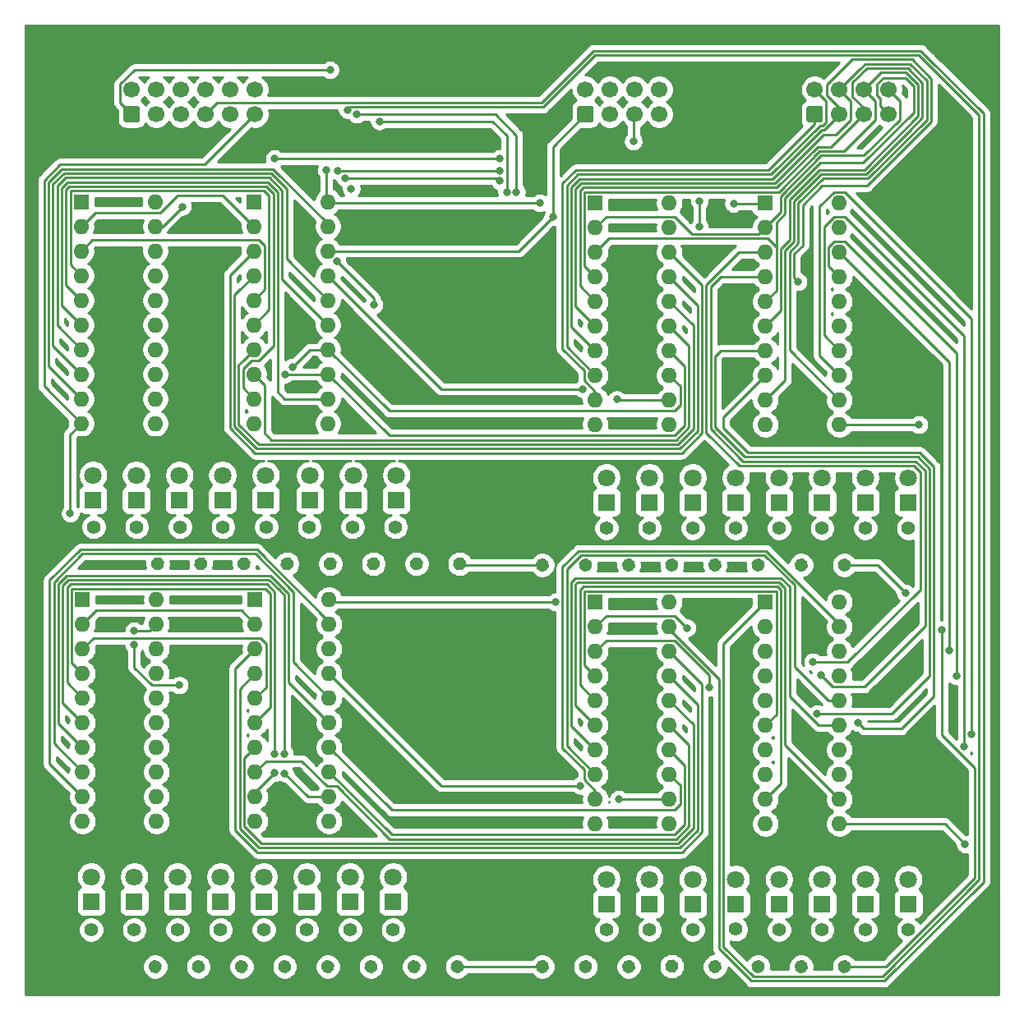
<source format=gbl>
G04 #@! TF.GenerationSoftware,KiCad,Pcbnew,(5.1.10)-1*
G04 #@! TF.CreationDate,2023-01-28T17:58:06+01:00*
G04 #@! TF.ProjectId,8-bit-computer_General_Registers_pcb,382d6269-742d-4636-9f6d-70757465725f,rev?*
G04 #@! TF.SameCoordinates,Original*
G04 #@! TF.FileFunction,Copper,L2,Bot*
G04 #@! TF.FilePolarity,Positive*
%FSLAX46Y46*%
G04 Gerber Fmt 4.6, Leading zero omitted, Abs format (unit mm)*
G04 Created by KiCad (PCBNEW (5.1.10)-1) date 2023-01-28 17:58:06*
%MOMM*%
%LPD*%
G01*
G04 APERTURE LIST*
G04 #@! TA.AperFunction,ComponentPad*
%ADD10C,1.700000*%
G04 #@! TD*
G04 #@! TA.AperFunction,ComponentPad*
%ADD11O,1.600000X1.600000*%
G04 #@! TD*
G04 #@! TA.AperFunction,ComponentPad*
%ADD12R,1.600000X1.600000*%
G04 #@! TD*
G04 #@! TA.AperFunction,ComponentPad*
%ADD13C,1.400000*%
G04 #@! TD*
G04 #@! TA.AperFunction,ComponentPad*
%ADD14R,1.800000X1.800000*%
G04 #@! TD*
G04 #@! TA.AperFunction,ComponentPad*
%ADD15C,1.800000*%
G04 #@! TD*
G04 #@! TA.AperFunction,ViaPad*
%ADD16C,0.800000*%
G04 #@! TD*
G04 #@! TA.AperFunction,Conductor*
%ADD17C,0.250000*%
G04 #@! TD*
G04 #@! TA.AperFunction,NonConductor*
%ADD18C,0.254000*%
G04 #@! TD*
G04 #@! TA.AperFunction,NonConductor*
%ADD19C,0.100000*%
G04 #@! TD*
G04 APERTURE END LIST*
G04 #@! TA.AperFunction,ComponentPad*
G36*
G01*
X177372000Y-54317000D02*
X176172000Y-54317000D01*
G75*
G02*
X175922000Y-54067000I0J250000D01*
G01*
X175922000Y-52867000D01*
G75*
G02*
X176172000Y-52617000I250000J0D01*
G01*
X177372000Y-52617000D01*
G75*
G02*
X177622000Y-52867000I0J-250000D01*
G01*
X177622000Y-54067000D01*
G75*
G02*
X177372000Y-54317000I-250000J0D01*
G01*
G37*
G04 #@! TD.AperFunction*
D10*
X179312000Y-53467000D03*
X181852000Y-53467000D03*
X184392000Y-53467000D03*
X176772000Y-50927000D03*
X179312000Y-50927000D03*
X181852000Y-50927000D03*
X184392000Y-50927000D03*
X160770000Y-50927000D03*
X158230000Y-50927000D03*
X155690000Y-50927000D03*
X153150000Y-50927000D03*
X160770000Y-53467000D03*
X158230000Y-53467000D03*
X155690000Y-53467000D03*
G04 #@! TA.AperFunction,ComponentPad*
G36*
G01*
X153750000Y-54317000D02*
X152550000Y-54317000D01*
G75*
G02*
X152300000Y-54067000I0J250000D01*
G01*
X152300000Y-52867000D01*
G75*
G02*
X152550000Y-52617000I250000J0D01*
G01*
X153750000Y-52617000D01*
G75*
G02*
X154000000Y-52867000I0J-250000D01*
G01*
X154000000Y-54067000D01*
G75*
G02*
X153750000Y-54317000I-250000J0D01*
G01*
G37*
G04 #@! TD.AperFunction*
G04 #@! TA.AperFunction,ComponentPad*
G36*
G01*
X107014000Y-54320000D02*
X105814000Y-54320000D01*
G75*
G02*
X105564000Y-54070000I0J250000D01*
G01*
X105564000Y-52870000D01*
G75*
G02*
X105814000Y-52620000I250000J0D01*
G01*
X107014000Y-52620000D01*
G75*
G02*
X107264000Y-52870000I0J-250000D01*
G01*
X107264000Y-54070000D01*
G75*
G02*
X107014000Y-54320000I-250000J0D01*
G01*
G37*
G04 #@! TD.AperFunction*
X108954000Y-53470000D03*
X111494000Y-53470000D03*
X114034000Y-53470000D03*
X116574000Y-53470000D03*
X119114000Y-53470000D03*
X106414000Y-50930000D03*
X108954000Y-50930000D03*
X111494000Y-50930000D03*
X114034000Y-50930000D03*
X116574000Y-50930000D03*
X119114000Y-50930000D03*
D11*
X179324000Y-62611000D03*
X171704000Y-85471000D03*
X179324000Y-65151000D03*
X171704000Y-82931000D03*
X179324000Y-67691000D03*
X171704000Y-80391000D03*
X179324000Y-70231000D03*
X171704000Y-77851000D03*
X179324000Y-72771000D03*
X171704000Y-75311000D03*
X179324000Y-75311000D03*
X171704000Y-72771000D03*
X179324000Y-77851000D03*
X171704000Y-70231000D03*
X179324000Y-80391000D03*
X171704000Y-67691000D03*
X179324000Y-82931000D03*
X171704000Y-65151000D03*
X179324000Y-85471000D03*
D12*
X171704000Y-62611000D03*
D11*
X126619000Y-62484000D03*
X118999000Y-85344000D03*
X126619000Y-65024000D03*
X118999000Y-82804000D03*
X126619000Y-67564000D03*
X118999000Y-80264000D03*
X126619000Y-70104000D03*
X118999000Y-77724000D03*
X126619000Y-72644000D03*
X118999000Y-75184000D03*
X126619000Y-75184000D03*
X118999000Y-72644000D03*
X126619000Y-77724000D03*
X118999000Y-70104000D03*
X126619000Y-80264000D03*
X118999000Y-67564000D03*
X126619000Y-82804000D03*
X118999000Y-65024000D03*
X126619000Y-85344000D03*
D12*
X118999000Y-62484000D03*
G04 #@! TA.AperFunction,ComponentPad*
G36*
G01*
X139596896Y-99472000D02*
X139596896Y-99472000D01*
G75*
G02*
X140553114Y-99215782I606218J-350000D01*
G01*
X140553114Y-99215782D01*
G75*
G02*
X140809332Y-100172000I-350000J-606218D01*
G01*
X140809332Y-100172000D01*
G75*
G02*
X139853114Y-100428218I-606218J350000D01*
G01*
X139853114Y-100428218D01*
G75*
G02*
X139596896Y-99472000I350000J606218D01*
G01*
G37*
G04 #@! TD.AperFunction*
D13*
X133604000Y-96012000D03*
G04 #@! TA.AperFunction,ComponentPad*
G36*
G01*
X112926896Y-99472000D02*
X112926896Y-99472000D01*
G75*
G02*
X113883114Y-99215782I606218J-350000D01*
G01*
X113883114Y-99215782D01*
G75*
G02*
X114139332Y-100172000I-350000J-606218D01*
G01*
X114139332Y-100172000D01*
G75*
G02*
X113183114Y-100428218I-606218J350000D01*
G01*
X113183114Y-100428218D01*
G75*
G02*
X112926896Y-99472000I350000J606218D01*
G01*
G37*
G04 #@! TD.AperFunction*
X106934000Y-96012000D03*
D12*
X154178000Y-62611000D03*
D11*
X161798000Y-85471000D03*
X154178000Y-65151000D03*
X161798000Y-82931000D03*
X154178000Y-67691000D03*
X161798000Y-80391000D03*
X154178000Y-70231000D03*
X161798000Y-77851000D03*
X154178000Y-72771000D03*
X161798000Y-75311000D03*
X154178000Y-75311000D03*
X161798000Y-72771000D03*
X154178000Y-77851000D03*
X161798000Y-70231000D03*
X154178000Y-80391000D03*
X161798000Y-67691000D03*
X154178000Y-82931000D03*
X161798000Y-65151000D03*
X154178000Y-85471000D03*
X161798000Y-62611000D03*
X126746000Y-103505000D03*
X119126000Y-126365000D03*
X126746000Y-106045000D03*
X119126000Y-123825000D03*
X126746000Y-108585000D03*
X119126000Y-121285000D03*
X126746000Y-111125000D03*
X119126000Y-118745000D03*
X126746000Y-113665000D03*
X119126000Y-116205000D03*
X126746000Y-116205000D03*
X119126000Y-113665000D03*
X126746000Y-118745000D03*
X119126000Y-111125000D03*
X126746000Y-121285000D03*
X119126000Y-108585000D03*
X126746000Y-123825000D03*
X119126000Y-106045000D03*
X126746000Y-126365000D03*
D12*
X119126000Y-103505000D03*
D14*
X133350000Y-134620000D03*
D15*
X133350000Y-132080000D03*
X128905000Y-132080000D03*
D14*
X128905000Y-134620000D03*
G04 #@! TA.AperFunction,ComponentPad*
G36*
G01*
X121816896Y-99472000D02*
X121816896Y-99472000D01*
G75*
G02*
X122773114Y-99215782I606218J-350000D01*
G01*
X122773114Y-99215782D01*
G75*
G02*
X123029332Y-100172000I-350000J-606218D01*
G01*
X123029332Y-100172000D01*
G75*
G02*
X122073114Y-100428218I-606218J350000D01*
G01*
X122073114Y-100428218D01*
G75*
G02*
X121816896Y-99472000I350000J606218D01*
G01*
G37*
G04 #@! TD.AperFunction*
D13*
X115824000Y-96012000D03*
D11*
X108839000Y-62484000D03*
X101219000Y-85344000D03*
X108839000Y-65024000D03*
X101219000Y-82804000D03*
X108839000Y-67564000D03*
X101219000Y-80264000D03*
X108839000Y-70104000D03*
X101219000Y-77724000D03*
X108839000Y-72644000D03*
X101219000Y-75184000D03*
X108839000Y-75184000D03*
X101219000Y-72644000D03*
X108839000Y-77724000D03*
X101219000Y-70104000D03*
X108839000Y-80264000D03*
X101219000Y-67564000D03*
X108839000Y-82804000D03*
X101219000Y-65024000D03*
X108839000Y-85344000D03*
D12*
X101219000Y-62484000D03*
D15*
X102425500Y-90678000D03*
D14*
X102425500Y-93218000D03*
X106870500Y-93218000D03*
D15*
X106870500Y-90678000D03*
D14*
X111315500Y-93218000D03*
D15*
X111315500Y-90678000D03*
X115760500Y-90678000D03*
D14*
X115760500Y-93218000D03*
D15*
X120205500Y-90678000D03*
D14*
X120205500Y-93218000D03*
X124777500Y-93218000D03*
D15*
X124777500Y-90678000D03*
X129222500Y-90678000D03*
D14*
X129222500Y-93218000D03*
X133667500Y-93218000D03*
D15*
X133667500Y-90678000D03*
D14*
X155321001Y-134874000D03*
D15*
X155321001Y-132334000D03*
X159766000Y-132333999D03*
D14*
X159766000Y-134873999D03*
X164211000Y-134873999D03*
D15*
X164211000Y-132333999D03*
X168656000Y-132333999D03*
D14*
X168656000Y-134873999D03*
D15*
X173101000Y-132334000D03*
D14*
X173101000Y-134874000D03*
X177546000Y-134874000D03*
D15*
X177546000Y-132334000D03*
D14*
X181991000Y-134874000D03*
D15*
X181991000Y-132334000D03*
X186436000Y-132334000D03*
D14*
X186436000Y-134874000D03*
D15*
X155320999Y-90932000D03*
D14*
X155320999Y-93472000D03*
X159766000Y-93472001D03*
D15*
X159766000Y-90932001D03*
X164211000Y-90932001D03*
D14*
X164211000Y-93472001D03*
X168656000Y-93472000D03*
D15*
X168656000Y-90932000D03*
D14*
X173101000Y-93472000D03*
D15*
X173101000Y-90932000D03*
X177546000Y-90932000D03*
D14*
X177546000Y-93472000D03*
D15*
X181991000Y-90932000D03*
D14*
X181991000Y-93472000D03*
X186436000Y-93472001D03*
D15*
X186436000Y-90932001D03*
X102235000Y-132080000D03*
D14*
X102235000Y-134620000D03*
X106680000Y-134620000D03*
D15*
X106680000Y-132080000D03*
X111125000Y-132080000D03*
D14*
X111125000Y-134620000D03*
X115570000Y-134620000D03*
D15*
X115570000Y-132080000D03*
D14*
X120015000Y-134620000D03*
D15*
X120015000Y-132080000D03*
X124460000Y-132080000D03*
D14*
X124460000Y-134620000D03*
D13*
X102489000Y-96012000D03*
G04 #@! TA.AperFunction,ComponentPad*
G36*
G01*
X108481896Y-99472000D02*
X108481896Y-99472000D01*
G75*
G02*
X109438114Y-99215782I606218J-350000D01*
G01*
X109438114Y-99215782D01*
G75*
G02*
X109694332Y-100172000I-350000J-606218D01*
G01*
X109694332Y-100172000D01*
G75*
G02*
X108738114Y-100428218I-606218J350000D01*
G01*
X108738114Y-100428218D01*
G75*
G02*
X108481896Y-99472000I350000J606218D01*
G01*
G37*
G04 #@! TD.AperFunction*
X111379000Y-96012000D03*
G04 #@! TA.AperFunction,ComponentPad*
G36*
G01*
X117371896Y-99472000D02*
X117371896Y-99472000D01*
G75*
G02*
X118328114Y-99215782I606218J-350000D01*
G01*
X118328114Y-99215782D01*
G75*
G02*
X118584332Y-100172000I-350000J-606218D01*
G01*
X118584332Y-100172000D01*
G75*
G02*
X117628114Y-100428218I-606218J350000D01*
G01*
X117628114Y-100428218D01*
G75*
G02*
X117371896Y-99472000I350000J606218D01*
G01*
G37*
G04 #@! TD.AperFunction*
X120269000Y-96012000D03*
G04 #@! TA.AperFunction,ComponentPad*
G36*
G01*
X126261896Y-99472000D02*
X126261896Y-99472000D01*
G75*
G02*
X127218114Y-99215782I606218J-350000D01*
G01*
X127218114Y-99215782D01*
G75*
G02*
X127474332Y-100172000I-350000J-606218D01*
G01*
X127474332Y-100172000D01*
G75*
G02*
X126518114Y-100428218I-606218J350000D01*
G01*
X126518114Y-100428218D01*
G75*
G02*
X126261896Y-99472000I350000J606218D01*
G01*
G37*
G04 #@! TD.AperFunction*
G04 #@! TA.AperFunction,ComponentPad*
G36*
G01*
X130706896Y-99472000D02*
X130706896Y-99472000D01*
G75*
G02*
X131663114Y-99215782I606218J-350000D01*
G01*
X131663114Y-99215782D01*
G75*
G02*
X131919332Y-100172000I-350000J-606218D01*
G01*
X131919332Y-100172000D01*
G75*
G02*
X130963114Y-100428218I-606218J350000D01*
G01*
X130963114Y-100428218D01*
G75*
G02*
X130706896Y-99472000I350000J606218D01*
G01*
G37*
G04 #@! TD.AperFunction*
X124714000Y-96012000D03*
X129159000Y-96012000D03*
G04 #@! TA.AperFunction,ComponentPad*
G36*
G01*
X135151896Y-99472000D02*
X135151896Y-99472000D01*
G75*
G02*
X136108114Y-99215782I606218J-350000D01*
G01*
X136108114Y-99215782D01*
G75*
G02*
X136364332Y-100172000I-350000J-606218D01*
G01*
X136364332Y-100172000D01*
G75*
G02*
X135408114Y-100428218I-606218J350000D01*
G01*
X135408114Y-100428218D01*
G75*
G02*
X135151896Y-99472000I350000J606218D01*
G01*
G37*
G04 #@! TD.AperFunction*
G04 #@! TA.AperFunction,ComponentPad*
G36*
G01*
X149328105Y-141001000D02*
X149328105Y-141001000D01*
G75*
G02*
X149071887Y-141957218I-606218J-350000D01*
G01*
X149071887Y-141957218D01*
G75*
G02*
X148115669Y-141701000I-350000J606218D01*
G01*
X148115669Y-141701000D01*
G75*
G02*
X148371887Y-140744782I606218J350000D01*
G01*
X148371887Y-140744782D01*
G75*
G02*
X149328105Y-141001000I350000J-606218D01*
G01*
G37*
G04 #@! TD.AperFunction*
X155321001Y-137541000D03*
X159766000Y-137541000D03*
G04 #@! TA.AperFunction,ComponentPad*
G36*
G01*
X153773104Y-141001000D02*
X153773104Y-141001000D01*
G75*
G02*
X153516886Y-141957218I-606218J-350000D01*
G01*
X153516886Y-141957218D01*
G75*
G02*
X152560668Y-141701000I-350000J606218D01*
G01*
X152560668Y-141701000D01*
G75*
G02*
X152816886Y-140744782I606218J350000D01*
G01*
X152816886Y-140744782D01*
G75*
G02*
X153773104Y-141001000I350000J-606218D01*
G01*
G37*
G04 #@! TD.AperFunction*
G04 #@! TA.AperFunction,ComponentPad*
G36*
G01*
X158218104Y-141001000D02*
X158218104Y-141001000D01*
G75*
G02*
X157961886Y-141957218I-606218J-350000D01*
G01*
X157961886Y-141957218D01*
G75*
G02*
X157005668Y-141701000I-350000J606218D01*
G01*
X157005668Y-141701000D01*
G75*
G02*
X157261886Y-140744782I606218J350000D01*
G01*
X157261886Y-140744782D01*
G75*
G02*
X158218104Y-141001000I350000J-606218D01*
G01*
G37*
G04 #@! TD.AperFunction*
X164211000Y-137541000D03*
X168656000Y-137496002D03*
G04 #@! TA.AperFunction,ComponentPad*
G36*
G01*
X162663104Y-140956002D02*
X162663104Y-140956002D01*
G75*
G02*
X162406886Y-141912220I-606218J-350000D01*
G01*
X162406886Y-141912220D01*
G75*
G02*
X161450668Y-141656002I-350000J606218D01*
G01*
X161450668Y-141656002D01*
G75*
G02*
X161706886Y-140699784I606218J350000D01*
G01*
X161706886Y-140699784D01*
G75*
G02*
X162663104Y-140956002I350000J-606218D01*
G01*
G37*
G04 #@! TD.AperFunction*
G04 #@! TA.AperFunction,ComponentPad*
G36*
G01*
X167108104Y-141001000D02*
X167108104Y-141001000D01*
G75*
G02*
X166851886Y-141957218I-606218J-350000D01*
G01*
X166851886Y-141957218D01*
G75*
G02*
X165895668Y-141701000I-350000J606218D01*
G01*
X165895668Y-141701000D01*
G75*
G02*
X166151886Y-140744782I606218J350000D01*
G01*
X166151886Y-140744782D01*
G75*
G02*
X167108104Y-141001000I350000J-606218D01*
G01*
G37*
G04 #@! TD.AperFunction*
X173101000Y-137541000D03*
X177546000Y-137541000D03*
G04 #@! TA.AperFunction,ComponentPad*
G36*
G01*
X171553104Y-141001000D02*
X171553104Y-141001000D01*
G75*
G02*
X171296886Y-141957218I-606218J-350000D01*
G01*
X171296886Y-141957218D01*
G75*
G02*
X170340668Y-141701000I-350000J606218D01*
G01*
X170340668Y-141701000D01*
G75*
G02*
X170596886Y-140744782I606218J350000D01*
G01*
X170596886Y-140744782D01*
G75*
G02*
X171553104Y-141001000I350000J-606218D01*
G01*
G37*
G04 #@! TD.AperFunction*
G04 #@! TA.AperFunction,ComponentPad*
G36*
G01*
X175998104Y-141001000D02*
X175998104Y-141001000D01*
G75*
G02*
X175741886Y-141957218I-606218J-350000D01*
G01*
X175741886Y-141957218D01*
G75*
G02*
X174785668Y-141701000I-350000J606218D01*
G01*
X174785668Y-141701000D01*
G75*
G02*
X175041886Y-140744782I606218J350000D01*
G01*
X175041886Y-140744782D01*
G75*
G02*
X175998104Y-141001000I350000J-606218D01*
G01*
G37*
G04 #@! TD.AperFunction*
X181991000Y-137541000D03*
X186436000Y-137541000D03*
G04 #@! TA.AperFunction,ComponentPad*
G36*
G01*
X180443104Y-141001000D02*
X180443104Y-141001000D01*
G75*
G02*
X180186886Y-141957218I-606218J-350000D01*
G01*
X180186886Y-141957218D01*
G75*
G02*
X179230668Y-141701000I-350000J606218D01*
G01*
X179230668Y-141701000D01*
G75*
G02*
X179486886Y-140744782I606218J350000D01*
G01*
X179486886Y-140744782D01*
G75*
G02*
X180443104Y-141001000I350000J-606218D01*
G01*
G37*
G04 #@! TD.AperFunction*
G04 #@! TA.AperFunction,ComponentPad*
G36*
G01*
X149328104Y-99599000D02*
X149328104Y-99599000D01*
G75*
G02*
X149071886Y-100555218I-606218J-350000D01*
G01*
X149071886Y-100555218D01*
G75*
G02*
X148115668Y-100299000I-350000J606218D01*
G01*
X148115668Y-100299000D01*
G75*
G02*
X148371886Y-99342782I606218J350000D01*
G01*
X148371886Y-99342782D01*
G75*
G02*
X149328104Y-99599000I350000J-606218D01*
G01*
G37*
G04 #@! TD.AperFunction*
X155321000Y-96139000D03*
X159766000Y-96139000D03*
G04 #@! TA.AperFunction,ComponentPad*
G36*
G01*
X153773104Y-99599000D02*
X153773104Y-99599000D01*
G75*
G02*
X153516886Y-100555218I-606218J-350000D01*
G01*
X153516886Y-100555218D01*
G75*
G02*
X152560668Y-100299000I-350000J606218D01*
G01*
X152560668Y-100299000D01*
G75*
G02*
X152816886Y-99342782I606218J350000D01*
G01*
X152816886Y-99342782D01*
G75*
G02*
X153773104Y-99599000I350000J-606218D01*
G01*
G37*
G04 #@! TD.AperFunction*
X164211000Y-96139000D03*
G04 #@! TA.AperFunction,ComponentPad*
G36*
G01*
X158218104Y-99599000D02*
X158218104Y-99599000D01*
G75*
G02*
X157961886Y-100555218I-606218J-350000D01*
G01*
X157961886Y-100555218D01*
G75*
G02*
X157005668Y-100299000I-350000J606218D01*
G01*
X157005668Y-100299000D01*
G75*
G02*
X157261886Y-99342782I606218J350000D01*
G01*
X157261886Y-99342782D01*
G75*
G02*
X158218104Y-99599000I350000J-606218D01*
G01*
G37*
G04 #@! TD.AperFunction*
X168656000Y-96139000D03*
G04 #@! TA.AperFunction,ComponentPad*
G36*
G01*
X162663104Y-99599000D02*
X162663104Y-99599000D01*
G75*
G02*
X162406886Y-100555218I-606218J-350000D01*
G01*
X162406886Y-100555218D01*
G75*
G02*
X161450668Y-100299000I-350000J606218D01*
G01*
X161450668Y-100299000D01*
G75*
G02*
X161706886Y-99342782I606218J350000D01*
G01*
X161706886Y-99342782D01*
G75*
G02*
X162663104Y-99599000I350000J-606218D01*
G01*
G37*
G04 #@! TD.AperFunction*
G04 #@! TA.AperFunction,ComponentPad*
G36*
G01*
X167108104Y-99599000D02*
X167108104Y-99599000D01*
G75*
G02*
X166851886Y-100555218I-606218J-350000D01*
G01*
X166851886Y-100555218D01*
G75*
G02*
X165895668Y-100299000I-350000J606218D01*
G01*
X165895668Y-100299000D01*
G75*
G02*
X166151886Y-99342782I606218J350000D01*
G01*
X166151886Y-99342782D01*
G75*
G02*
X167108104Y-99599000I350000J-606218D01*
G01*
G37*
G04 #@! TD.AperFunction*
X173101000Y-96139000D03*
X177546000Y-96139000D03*
G04 #@! TA.AperFunction,ComponentPad*
G36*
G01*
X171553104Y-99599000D02*
X171553104Y-99599000D01*
G75*
G02*
X171296886Y-100555218I-606218J-350000D01*
G01*
X171296886Y-100555218D01*
G75*
G02*
X170340668Y-100299000I-350000J606218D01*
G01*
X170340668Y-100299000D01*
G75*
G02*
X170596886Y-99342782I606218J350000D01*
G01*
X170596886Y-99342782D01*
G75*
G02*
X171553104Y-99599000I350000J-606218D01*
G01*
G37*
G04 #@! TD.AperFunction*
G04 #@! TA.AperFunction,ComponentPad*
G36*
G01*
X175998104Y-99599000D02*
X175998104Y-99599000D01*
G75*
G02*
X175741886Y-100555218I-606218J-350000D01*
G01*
X175741886Y-100555218D01*
G75*
G02*
X174785668Y-100299000I-350000J606218D01*
G01*
X174785668Y-100299000D01*
G75*
G02*
X175041886Y-99342782I606218J350000D01*
G01*
X175041886Y-99342782D01*
G75*
G02*
X175998104Y-99599000I350000J-606218D01*
G01*
G37*
G04 #@! TD.AperFunction*
X181991000Y-96139000D03*
X186436000Y-96139000D03*
G04 #@! TA.AperFunction,ComponentPad*
G36*
G01*
X180443104Y-99599000D02*
X180443104Y-99599000D01*
G75*
G02*
X180186886Y-100555218I-606218J-350000D01*
G01*
X180186886Y-100555218D01*
G75*
G02*
X179230668Y-100299000I-350000J606218D01*
G01*
X179230668Y-100299000D01*
G75*
G02*
X179486886Y-99342782I606218J350000D01*
G01*
X179486886Y-99342782D01*
G75*
G02*
X180443104Y-99599000I350000J-606218D01*
G01*
G37*
G04 #@! TD.AperFunction*
G04 #@! TA.AperFunction,ComponentPad*
G36*
G01*
X108227896Y-141001000D02*
X108227896Y-141001000D01*
G75*
G02*
X109184114Y-140744782I606218J-350000D01*
G01*
X109184114Y-140744782D01*
G75*
G02*
X109440332Y-141701000I-350000J-606218D01*
G01*
X109440332Y-141701000D01*
G75*
G02*
X108484114Y-141957218I-606218J350000D01*
G01*
X108484114Y-141957218D01*
G75*
G02*
X108227896Y-141001000I350000J606218D01*
G01*
G37*
G04 #@! TD.AperFunction*
X102235000Y-137541000D03*
G04 #@! TA.AperFunction,ComponentPad*
G36*
G01*
X112672896Y-141001000D02*
X112672896Y-141001000D01*
G75*
G02*
X113629114Y-140744782I606218J-350000D01*
G01*
X113629114Y-140744782D01*
G75*
G02*
X113885332Y-141701000I-350000J-606218D01*
G01*
X113885332Y-141701000D01*
G75*
G02*
X112929114Y-141957218I-606218J350000D01*
G01*
X112929114Y-141957218D01*
G75*
G02*
X112672896Y-141001000I350000J606218D01*
G01*
G37*
G04 #@! TD.AperFunction*
X106680000Y-137541000D03*
X111125000Y-137541000D03*
G04 #@! TA.AperFunction,ComponentPad*
G36*
G01*
X117117896Y-141001000D02*
X117117896Y-141001000D01*
G75*
G02*
X118074114Y-140744782I606218J-350000D01*
G01*
X118074114Y-140744782D01*
G75*
G02*
X118330332Y-141701000I-350000J-606218D01*
G01*
X118330332Y-141701000D01*
G75*
G02*
X117374114Y-141957218I-606218J350000D01*
G01*
X117374114Y-141957218D01*
G75*
G02*
X117117896Y-141001000I350000J606218D01*
G01*
G37*
G04 #@! TD.AperFunction*
G04 #@! TA.AperFunction,ComponentPad*
G36*
G01*
X121562896Y-141001000D02*
X121562896Y-141001000D01*
G75*
G02*
X122519114Y-140744782I606218J-350000D01*
G01*
X122519114Y-140744782D01*
G75*
G02*
X122775332Y-141701000I-350000J-606218D01*
G01*
X122775332Y-141701000D01*
G75*
G02*
X121819114Y-141957218I-606218J350000D01*
G01*
X121819114Y-141957218D01*
G75*
G02*
X121562896Y-141001000I350000J606218D01*
G01*
G37*
G04 #@! TD.AperFunction*
X115570000Y-137541000D03*
X120015000Y-137541000D03*
G04 #@! TA.AperFunction,ComponentPad*
G36*
G01*
X126007896Y-141001000D02*
X126007896Y-141001000D01*
G75*
G02*
X126964114Y-140744782I606218J-350000D01*
G01*
X126964114Y-140744782D01*
G75*
G02*
X127220332Y-141701000I-350000J-606218D01*
G01*
X127220332Y-141701000D01*
G75*
G02*
X126264114Y-141957218I-606218J350000D01*
G01*
X126264114Y-141957218D01*
G75*
G02*
X126007896Y-141001000I350000J606218D01*
G01*
G37*
G04 #@! TD.AperFunction*
G04 #@! TA.AperFunction,ComponentPad*
G36*
G01*
X130452896Y-141001000D02*
X130452896Y-141001000D01*
G75*
G02*
X131409114Y-140744782I606218J-350000D01*
G01*
X131409114Y-140744782D01*
G75*
G02*
X131665332Y-141701000I-350000J-606218D01*
G01*
X131665332Y-141701000D01*
G75*
G02*
X130709114Y-141957218I-606218J350000D01*
G01*
X130709114Y-141957218D01*
G75*
G02*
X130452896Y-141001000I350000J606218D01*
G01*
G37*
G04 #@! TD.AperFunction*
X124460000Y-137541000D03*
X128905000Y-137541000D03*
G04 #@! TA.AperFunction,ComponentPad*
G36*
G01*
X134897896Y-141001000D02*
X134897896Y-141001000D01*
G75*
G02*
X135854114Y-140744782I606218J-350000D01*
G01*
X135854114Y-140744782D01*
G75*
G02*
X136110332Y-141701000I-350000J-606218D01*
G01*
X136110332Y-141701000D01*
G75*
G02*
X135154114Y-141957218I-606218J350000D01*
G01*
X135154114Y-141957218D01*
G75*
G02*
X134897896Y-141001000I350000J606218D01*
G01*
G37*
G04 #@! TD.AperFunction*
G04 #@! TA.AperFunction,ComponentPad*
G36*
G01*
X139342896Y-141001000D02*
X139342896Y-141001000D01*
G75*
G02*
X140299114Y-140744782I606218J-350000D01*
G01*
X140299114Y-140744782D01*
G75*
G02*
X140555332Y-141701000I-350000J-606218D01*
G01*
X140555332Y-141701000D01*
G75*
G02*
X139599114Y-141957218I-606218J350000D01*
G01*
X139599114Y-141957218D01*
G75*
G02*
X139342896Y-141001000I350000J606218D01*
G01*
G37*
G04 #@! TD.AperFunction*
X133350000Y-137541000D03*
D12*
X171704000Y-103759000D03*
D11*
X179324000Y-126619000D03*
X171704000Y-106299000D03*
X179324000Y-124079000D03*
X171704000Y-108839000D03*
X179324000Y-121539000D03*
X171704000Y-111379000D03*
X179324000Y-118999000D03*
X171704000Y-113919000D03*
X179324000Y-116459000D03*
X171704000Y-116459000D03*
X179324000Y-113919000D03*
X171704000Y-118999000D03*
X179324000Y-111379000D03*
X171704000Y-121539000D03*
X179324000Y-108839000D03*
X171704000Y-124079000D03*
X179324000Y-106299000D03*
X171704000Y-126619000D03*
X179324000Y-103759000D03*
D12*
X154178000Y-103759000D03*
D11*
X161798000Y-126619000D03*
X154178000Y-106299000D03*
X161798000Y-124079000D03*
X154178000Y-108839000D03*
X161798000Y-121539000D03*
X154178000Y-111379000D03*
X161798000Y-118999000D03*
X154178000Y-113919000D03*
X161798000Y-116459000D03*
X154178000Y-116459000D03*
X161798000Y-113919000D03*
X154178000Y-118999000D03*
X161798000Y-111379000D03*
X154178000Y-121539000D03*
X161798000Y-108839000D03*
X154178000Y-124079000D03*
X161798000Y-106299000D03*
X154178000Y-126619000D03*
X161798000Y-103759000D03*
D12*
X101346000Y-103505000D03*
D11*
X108966000Y-126365000D03*
X101346000Y-106045000D03*
X108966000Y-123825000D03*
X101346000Y-108585000D03*
X108966000Y-121285000D03*
X101346000Y-111125000D03*
X108966000Y-118745000D03*
X101346000Y-113665000D03*
X108966000Y-116205000D03*
X101346000Y-116205000D03*
X108966000Y-113665000D03*
X101346000Y-118745000D03*
X108966000Y-111125000D03*
X101346000Y-121285000D03*
X108966000Y-108585000D03*
X101346000Y-123825000D03*
X108966000Y-106045000D03*
X101346000Y-126365000D03*
X108966000Y-103505000D03*
D16*
X163639500Y-106426000D03*
X165925500Y-112585500D03*
X175069500Y-70739000D03*
X121158000Y-119417000D03*
X121158000Y-121348500D03*
X122158003Y-119417000D03*
X122174000Y-121412000D03*
X176593500Y-109918500D03*
X177419000Y-111315500D03*
X177038000Y-115252500D03*
X181229000Y-116205000D03*
X158103000Y-56267030D03*
X192913000Y-117348000D03*
X122237500Y-80264000D03*
X192151000Y-118618000D03*
X122980795Y-79539000D03*
X131361404Y-73131904D03*
X127571500Y-68643500D03*
X191389000Y-111379000D03*
X156400500Y-82867500D03*
X156591000Y-124079000D03*
X152903347Y-81792653D03*
X152642346Y-122693654D03*
X190627000Y-108775500D03*
X149796500Y-64071500D03*
X129032000Y-61150500D03*
X187515500Y-85471000D03*
X192278000Y-128714500D03*
X126861000Y-48898000D03*
X131941000Y-54192009D03*
X145053994Y-61471000D03*
X111633000Y-62992000D03*
X150077952Y-103759000D03*
X126480000Y-59250489D03*
X148451000Y-62614000D03*
X186118500Y-102806500D03*
X189865000Y-106616500D03*
X100076000Y-94615000D03*
X164909500Y-62400979D03*
X164909500Y-65100991D03*
X127623000Y-59312000D03*
X144328994Y-59312000D03*
X111315500Y-112331500D03*
X106665989Y-108184999D03*
X106665989Y-106734999D03*
X121146000Y-58042000D03*
X144328994Y-58042000D03*
X168416096Y-62688596D03*
X128391223Y-60037000D03*
X144328994Y-60328000D03*
X128639000Y-53016999D03*
X129614852Y-53467009D03*
X146053997Y-61471000D03*
D17*
X109379001Y-63609001D02*
X102633999Y-63609001D01*
X111178993Y-61809009D02*
X109379001Y-63609001D01*
X102633999Y-63609001D02*
X101219000Y-65024000D01*
X115784009Y-61809009D02*
X111178993Y-61809009D01*
X118999000Y-65024000D02*
X115784009Y-61809009D01*
X120124001Y-71518999D02*
X118999000Y-72644000D01*
X120124001Y-67023999D02*
X120124001Y-71518999D01*
X119539001Y-66438999D02*
X120124001Y-67023999D01*
X102344001Y-66438999D02*
X119539001Y-66438999D01*
X101219000Y-67564000D02*
X102344001Y-66438999D01*
X120574011Y-73608989D02*
X118999000Y-75184000D01*
X120574011Y-61874009D02*
X120574011Y-73608989D01*
X120059001Y-61358999D02*
X120574011Y-61874009D01*
X100158999Y-61358999D02*
X120059001Y-61358999D01*
X100093999Y-61423999D02*
X100158999Y-61358999D01*
X100093999Y-68978999D02*
X100093999Y-61423999D01*
X101219000Y-70104000D02*
X100093999Y-68978999D01*
X99643989Y-71068989D02*
X101219000Y-72644000D01*
X99643989Y-61237599D02*
X99643989Y-71068989D01*
X99972598Y-60908990D02*
X99643989Y-61237599D01*
X121024020Y-61687608D02*
X120245401Y-60908989D01*
X119539001Y-78849001D02*
X121024021Y-77363981D01*
X118748997Y-78849001D02*
X119539001Y-78849001D01*
X120245401Y-60908989D02*
X99972598Y-60908990D01*
X117873999Y-79723999D02*
X118748997Y-78849001D01*
X121024021Y-77363981D02*
X121024020Y-61687608D01*
X117873999Y-81678999D02*
X117873999Y-79723999D01*
X118999000Y-82804000D02*
X117873999Y-81678999D01*
X122175410Y-82804000D02*
X126619000Y-82804000D01*
X121475500Y-82104090D02*
X122175410Y-82804000D01*
X121475500Y-61502678D02*
X121475500Y-82104090D01*
X120431802Y-60458980D02*
X121475500Y-61502678D01*
X99786199Y-60458981D02*
X120431802Y-60458980D01*
X99193980Y-61051198D02*
X99786199Y-60458981D01*
X99193980Y-73158980D02*
X99193980Y-61051198D01*
X101219000Y-75184000D02*
X99193980Y-73158980D01*
X120618203Y-60008971D02*
X121925510Y-61316278D01*
X99599801Y-60008971D02*
X120618203Y-60008971D01*
X98743970Y-60864802D02*
X99599801Y-60008971D01*
X98743970Y-75248970D02*
X98743970Y-60864802D01*
X101219000Y-77724000D02*
X98743970Y-75248970D01*
X121925510Y-70490510D02*
X126619000Y-75184000D01*
X121925510Y-61316278D02*
X121925510Y-70490510D01*
X120804604Y-59558962D02*
X122375520Y-61129878D01*
X99413401Y-59558961D02*
X120804604Y-59558962D01*
X98293961Y-60678401D02*
X99413401Y-59558961D01*
X98293961Y-77338961D02*
X98293961Y-60678401D01*
X101219000Y-80264000D02*
X98293961Y-77338961D01*
X122375520Y-68400520D02*
X126619000Y-72644000D01*
X122375520Y-61129878D02*
X122375520Y-68400520D01*
X126619000Y-64736948D02*
X126619000Y-65024000D01*
X120991005Y-59108953D02*
X126619000Y-64736948D01*
X99227002Y-59108952D02*
X120991005Y-59108953D01*
X97843952Y-60492000D02*
X99227002Y-59108952D01*
X97843952Y-79428952D02*
X97843952Y-60492000D01*
X101219000Y-82804000D02*
X97843952Y-79428952D01*
X154178000Y-106299000D02*
X155303001Y-105173999D01*
X163590002Y-106426000D02*
X163639500Y-106426000D01*
X162338001Y-105173999D02*
X163590002Y-106426000D01*
X155303001Y-105173999D02*
X162338001Y-105173999D01*
X154178000Y-108839000D02*
X155303001Y-107713999D01*
X165925500Y-111301498D02*
X165925500Y-112585500D01*
X162338001Y-107713999D02*
X165925500Y-111301498D01*
X155303001Y-107713999D02*
X162338001Y-107713999D01*
X172829001Y-102698999D02*
X172829001Y-115333999D01*
X172829001Y-115333999D02*
X171704000Y-116459000D01*
X172764001Y-102633999D02*
X172829001Y-102698999D01*
X153117999Y-102633999D02*
X172764001Y-102633999D01*
X153052999Y-102698999D02*
X153117999Y-102633999D01*
X153052999Y-110253999D02*
X153052999Y-102698999D01*
X154178000Y-111379000D02*
X153052999Y-110253999D01*
X173279011Y-122503989D02*
X171704000Y-124079000D01*
X173279011Y-102512599D02*
X173279011Y-122503989D01*
X152931599Y-102183989D02*
X172950402Y-102183990D01*
X152602990Y-102512598D02*
X152931599Y-102183989D01*
X152602990Y-112343990D02*
X152602990Y-102512598D01*
X172950402Y-102183990D02*
X173279011Y-102512599D01*
X154178000Y-113919000D02*
X152602990Y-112343990D01*
X152329519Y-101733981D02*
X173136803Y-101733981D01*
X173136803Y-101733981D02*
X173729021Y-102326199D01*
X152152980Y-101910520D02*
X152329519Y-101733981D01*
X152152980Y-114433980D02*
X152152980Y-101910520D01*
X154178000Y-116459000D02*
X152152980Y-114433980D01*
X173729021Y-118484021D02*
X179324000Y-124079000D01*
X173729021Y-102326199D02*
X173729021Y-118484021D01*
X152143119Y-101283971D02*
X173323204Y-101283972D01*
X151702971Y-101724119D02*
X152143119Y-101283971D01*
X173323204Y-101283972D02*
X174180500Y-102141268D01*
X151702971Y-116523971D02*
X151702971Y-101724119D01*
X154178000Y-118999000D02*
X151702971Y-116523971D01*
X177171498Y-116459000D02*
X179324000Y-116459000D01*
X174180500Y-113468002D02*
X177171498Y-116459000D01*
X174180500Y-102141268D02*
X174180500Y-113468002D01*
X171599641Y-98923999D02*
X174688500Y-102012858D01*
X152674885Y-98923999D02*
X171599641Y-98923999D01*
X151252961Y-100345923D02*
X152674885Y-98923999D01*
X151252961Y-118613961D02*
X151252961Y-100345923D01*
X154178000Y-121539000D02*
X151252961Y-118613961D01*
X178192630Y-113919000D02*
X179324000Y-113919000D01*
X174688500Y-110414870D02*
X178192630Y-113919000D01*
X174688500Y-102012858D02*
X174688500Y-110414870D01*
X179324000Y-106011948D02*
X179324000Y-106299000D01*
X171786042Y-98473990D02*
X179324000Y-106011948D01*
X152488485Y-98473989D02*
X171786042Y-98473990D01*
X150802952Y-100159522D02*
X152488485Y-98473989D01*
X154178000Y-124079000D02*
X154178000Y-123190000D01*
X153035000Y-122061002D02*
X153035000Y-121032410D01*
X154163998Y-123190000D02*
X153035000Y-122061002D01*
X154178000Y-123190000D02*
X154163998Y-123190000D01*
X150802952Y-118800362D02*
X150802952Y-100159522D01*
X153035000Y-121032410D02*
X150802952Y-118800362D01*
X154178000Y-65151000D02*
X155303001Y-64025999D01*
X162338001Y-64025999D02*
X164137993Y-65825991D01*
X155303001Y-64025999D02*
X162338001Y-64025999D01*
X171029009Y-65825991D02*
X171704000Y-65151000D01*
X164137993Y-65825991D02*
X171029009Y-65825991D01*
X185567001Y-52102001D02*
X184392000Y-50927000D01*
X185567001Y-54031001D02*
X185567001Y-52102001D01*
X177462300Y-57735520D02*
X181862482Y-57735520D01*
X173295729Y-61902091D02*
X177462300Y-57735520D01*
X181862482Y-57735520D02*
X185567001Y-54031001D01*
X173295729Y-63559271D02*
X173295729Y-61902091D01*
X171704000Y-65151000D02*
X173295729Y-63559271D01*
X172829001Y-71645999D02*
X171704000Y-72771000D01*
X172829001Y-67150999D02*
X172829001Y-71645999D01*
X171954003Y-66276001D02*
X172829001Y-67150999D01*
X155592999Y-66276001D02*
X171954003Y-66276001D01*
X154178000Y-67691000D02*
X155592999Y-66276001D01*
X181534500Y-58460520D02*
X181173068Y-58460520D01*
X177373710Y-58460520D02*
X181534500Y-58460520D01*
X173745739Y-62088491D02*
X177373710Y-58460520D01*
X173745739Y-63745671D02*
X173745739Y-62088491D01*
X172829001Y-64662409D02*
X173745739Y-63745671D01*
X172829001Y-67150999D02*
X172829001Y-64662409D01*
X183827999Y-49751999D02*
X186130769Y-49751999D01*
X183216999Y-50362999D02*
X183827999Y-49751999D01*
X183216999Y-51491001D02*
X183216999Y-50362999D01*
X183542001Y-51816003D02*
X183216999Y-51491001D01*
X183542001Y-52617001D02*
X183542001Y-51816003D01*
X184392000Y-53467000D02*
X183542001Y-52617001D01*
X186130769Y-49751999D02*
X186973460Y-50594690D01*
X181773892Y-58460520D02*
X181534500Y-58460520D01*
X186973460Y-53260952D02*
X181773892Y-58460520D01*
X186973460Y-50594690D02*
X186973460Y-53260952D01*
X153052999Y-61550999D02*
X153117999Y-61485999D01*
X153052999Y-69105999D02*
X153052999Y-61550999D01*
X154178000Y-70231000D02*
X153052999Y-69105999D01*
X183027001Y-52102001D02*
X181852000Y-50927000D01*
X179772492Y-57285510D02*
X183027001Y-54031001D01*
X177275900Y-57285510D02*
X179772492Y-57285510D01*
X183027001Y-54031001D02*
X183027001Y-52102001D01*
X173075412Y-61485998D02*
X177275900Y-57285510D01*
X153144001Y-61485999D02*
X173075412Y-61485998D01*
X153079001Y-61550999D02*
X153144001Y-61485999D01*
X153052999Y-61550999D02*
X153079001Y-61550999D01*
X174195748Y-66420662D02*
X173279011Y-67337399D01*
X173279011Y-73735989D02*
X171704000Y-75311000D01*
X174195748Y-62274892D02*
X174195748Y-66420662D01*
X173279011Y-67337399D02*
X173279011Y-73735989D01*
X187423470Y-53644552D02*
X181882501Y-59185521D01*
X187423470Y-50408290D02*
X187423470Y-53644552D01*
X177285119Y-59185521D02*
X174195748Y-62274892D01*
X186194730Y-49179550D02*
X187423470Y-50408290D01*
X183602450Y-49179550D02*
X186194730Y-49179550D01*
X181882501Y-59185521D02*
X177285119Y-59185521D01*
X183030001Y-49751999D02*
X183602450Y-49179550D01*
X183027001Y-49751999D02*
X183030001Y-49751999D01*
X181852000Y-50927000D02*
X183027001Y-49751999D01*
X178483500Y-56835500D02*
X181852000Y-53467000D01*
X172889011Y-61035989D02*
X177089500Y-56835500D01*
X152602990Y-61364598D02*
X152931597Y-61035991D01*
X152602990Y-71195990D02*
X152602990Y-61364598D01*
X177089500Y-56835500D02*
X178483500Y-56835500D01*
X152931597Y-61035991D02*
X172889011Y-61035989D01*
X154178000Y-72771000D02*
X152602990Y-71195990D01*
X171704000Y-82931000D02*
X173729021Y-80905979D01*
X173729021Y-80905979D02*
X173729021Y-67523799D01*
X173729021Y-67523799D02*
X174645757Y-66607063D01*
X174645757Y-66607063D02*
X174645757Y-62461293D01*
X182068902Y-59635530D02*
X186467021Y-55237411D01*
X177471519Y-59635531D02*
X182068902Y-59635530D01*
X174645757Y-62461293D02*
X177471519Y-59635531D01*
X186467021Y-55237411D02*
X187873480Y-53830952D01*
X186381130Y-48729540D02*
X187873480Y-50221890D01*
X182148870Y-48729540D02*
X186381130Y-48729540D01*
X180676999Y-50201411D02*
X182148870Y-48729540D01*
X180676999Y-51655589D02*
X180676999Y-50201411D01*
X181852000Y-52830590D02*
X180676999Y-51655589D01*
X187873480Y-50221890D02*
X187873480Y-53798520D01*
X181852000Y-53467000D02*
X181852000Y-52830590D01*
X152152981Y-61178197D02*
X152745196Y-60585982D01*
X152152981Y-73285981D02*
X152152981Y-61178197D01*
X154178000Y-75311000D02*
X152152981Y-73285981D01*
X156330020Y-60585980D02*
X172653750Y-60585980D01*
X156330018Y-60585982D02*
X156330020Y-60585980D01*
X152745196Y-60585982D02*
X156330018Y-60585982D01*
X180487001Y-52102001D02*
X179312000Y-50927000D01*
X180487001Y-54031001D02*
X180487001Y-52102001D01*
X178975972Y-55542030D02*
X180487001Y-54031001D01*
X177697700Y-55542030D02*
X178975972Y-55542030D01*
X172653750Y-60585980D02*
X177697700Y-55542030D01*
X174179031Y-77786031D02*
X179324000Y-82931000D01*
X174179032Y-67710198D02*
X174179031Y-77786031D01*
X175095766Y-66793464D02*
X174179032Y-67710198D01*
X182255303Y-60085539D02*
X177657921Y-60085539D01*
X188323490Y-50035490D02*
X188323490Y-54017352D01*
X186567530Y-48279530D02*
X188323490Y-50035490D01*
X175095766Y-62647694D02*
X175095766Y-66793464D01*
X181962470Y-48279530D02*
X186567530Y-48279530D01*
X177657921Y-60085539D02*
X175095766Y-62647694D01*
X181390021Y-48851979D02*
X181962470Y-48279530D01*
X188323490Y-54017352D02*
X182255303Y-60085539D01*
X181387021Y-48851979D02*
X181390021Y-48851979D01*
X179312000Y-50927000D02*
X181387021Y-48851979D01*
X151702971Y-60991797D02*
X152558796Y-60135972D01*
X151702971Y-75375971D02*
X151702971Y-60991797D01*
X154178000Y-77851000D02*
X151702971Y-75375971D01*
X152558796Y-60135972D02*
X172467349Y-60135971D01*
X179312000Y-53576600D02*
X179312000Y-53467000D01*
X177796580Y-55092020D02*
X179312000Y-53576600D01*
X177511300Y-55092020D02*
X177796580Y-55092020D01*
X172467349Y-60135971D02*
X177511300Y-55092020D01*
X179312000Y-52830590D02*
X179312000Y-53467000D01*
X175069500Y-70739000D02*
X174629041Y-70298541D01*
X178042000Y-50457998D02*
X178042000Y-51560590D01*
X178042000Y-51560590D02*
X179312000Y-52830590D01*
X188773500Y-49787000D02*
X186816020Y-47829520D01*
X182141250Y-60836000D02*
X188773499Y-54203753D01*
X188773499Y-54203753D02*
X188773500Y-49787000D01*
X174629041Y-67896599D02*
X175545775Y-66979865D01*
X186816020Y-47829520D02*
X180670478Y-47829520D01*
X174629041Y-70298541D02*
X174629041Y-67896599D01*
X180670478Y-47829520D02*
X178042000Y-50457998D01*
X175545775Y-66979865D02*
X175545775Y-62834095D01*
X177543870Y-60836000D02*
X178042000Y-60836000D01*
X175545775Y-62834095D02*
X177543870Y-60836000D01*
X178042000Y-60836000D02*
X182141250Y-60836000D01*
X177597500Y-60836000D02*
X178042000Y-60836000D01*
X151252962Y-77465962D02*
X151252962Y-60805396D01*
X151252962Y-60805396D02*
X152372396Y-59685962D01*
X154178000Y-80391000D02*
X151252962Y-77465962D01*
X152372396Y-59685962D02*
X172280948Y-59685962D01*
X177947010Y-52102010D02*
X176772000Y-50927000D01*
X177947010Y-54305180D02*
X177947010Y-52102010D01*
X177610180Y-54642010D02*
X177947010Y-54305180D01*
X177324899Y-54642011D02*
X177610180Y-54642011D01*
X172280948Y-59685962D02*
X177324899Y-54642011D01*
X154178000Y-82931000D02*
X154178000Y-82296000D01*
X176772000Y-54486000D02*
X176772000Y-53467000D01*
X172022046Y-59235954D02*
X176772000Y-54486000D01*
X152185997Y-59235953D02*
X172022046Y-59235954D01*
X150802953Y-77652363D02*
X150802953Y-60618995D01*
X153035000Y-79884410D02*
X150802953Y-77652363D01*
X153035000Y-80899000D02*
X153035000Y-79884410D01*
X150802953Y-60618995D02*
X152185997Y-59235953D01*
X154178000Y-82042000D02*
X153035000Y-80899000D01*
X154178000Y-82931000D02*
X154178000Y-82042000D01*
X117711001Y-104630001D02*
X119126000Y-106045000D01*
X102760999Y-104630001D02*
X117711001Y-104630001D01*
X101346000Y-106045000D02*
X102760999Y-104630001D01*
X120251001Y-112539999D02*
X119126000Y-113665000D01*
X120251001Y-108044999D02*
X120251001Y-112539999D01*
X119666001Y-107459999D02*
X120251001Y-108044999D01*
X102471001Y-107459999D02*
X119666001Y-107459999D01*
X101346000Y-108585000D02*
X102471001Y-107459999D01*
X120701010Y-114629990D02*
X119126000Y-116205000D01*
X120701010Y-102895008D02*
X120701010Y-114629990D01*
X120186001Y-102379999D02*
X120701010Y-102895008D01*
X100285999Y-102379999D02*
X120186001Y-102379999D01*
X100220999Y-102444999D02*
X100285999Y-102379999D01*
X100220999Y-109999999D02*
X100220999Y-102444999D01*
X101346000Y-111125000D02*
X100220999Y-109999999D01*
X120372402Y-101929990D02*
X121158000Y-102715588D01*
X100099599Y-101929989D02*
X120372402Y-101929990D01*
X99770990Y-102258598D02*
X100099599Y-101929989D01*
X99770990Y-112089990D02*
X99770990Y-102258598D01*
X101346000Y-113665000D02*
X99770990Y-112089990D01*
X121158000Y-102715588D02*
X121158000Y-119417000D01*
X119126000Y-123380500D02*
X119126000Y-123825000D01*
X121158000Y-121348500D02*
X119126000Y-123380500D01*
X99913200Y-101479980D02*
X120558803Y-101479981D01*
X99320981Y-102072197D02*
X99913200Y-101479980D01*
X120558803Y-101479981D02*
X121608010Y-102529188D01*
X99320981Y-114179981D02*
X99320981Y-102072197D01*
X101346000Y-116205000D02*
X99320981Y-114179981D01*
X122158003Y-103079181D02*
X122158003Y-119417000D01*
X121608010Y-102529188D02*
X122158003Y-103079181D01*
X124587000Y-123825000D02*
X126746000Y-123825000D01*
X122174000Y-121412000D02*
X124587000Y-123825000D01*
X120745204Y-101029972D02*
X122608013Y-102892781D01*
X99726801Y-101029971D02*
X120745204Y-101029972D01*
X98870971Y-116269971D02*
X98870971Y-101885797D01*
X98870971Y-101885797D02*
X99726801Y-101029971D01*
X101346000Y-118745000D02*
X98870971Y-116269971D01*
X122608013Y-112067013D02*
X126746000Y-116205000D01*
X122608013Y-102892781D02*
X122608013Y-112067013D01*
X119148641Y-98796999D02*
X123058023Y-102706381D01*
X101323359Y-98796999D02*
X119148641Y-98796999D01*
X98420962Y-101699396D02*
X101323359Y-98796999D01*
X98420962Y-118359962D02*
X98420962Y-101699396D01*
X101346000Y-121285000D02*
X98420962Y-118359962D01*
X123058023Y-109977023D02*
X126746000Y-113665000D01*
X123058023Y-102706381D02*
X123058023Y-109977023D01*
X126746000Y-105757948D02*
X126746000Y-106045000D01*
X119335042Y-98346990D02*
X126746000Y-105757948D01*
X101136959Y-98346989D02*
X119335042Y-98346990D01*
X97970953Y-101512995D02*
X101136959Y-98346989D01*
X97970953Y-120449953D02*
X97970953Y-101512995D01*
X101346000Y-123825000D02*
X97970953Y-120449953D01*
X165173051Y-112214051D02*
X161798000Y-108839000D01*
X165173051Y-127454591D02*
X165173051Y-112214051D01*
X163083605Y-129544037D02*
X165173051Y-127454591D01*
X119367215Y-129544037D02*
X163083605Y-129544037D01*
X117100980Y-127277802D02*
X119367215Y-129544037D01*
X117100980Y-110610020D02*
X117100980Y-127277802D01*
X119126000Y-108585000D02*
X117100980Y-110610020D01*
X165173051Y-86306591D02*
X165173051Y-71066051D01*
X163083605Y-88396037D02*
X165173051Y-86306591D01*
X165173051Y-71066051D02*
X161798000Y-67691000D01*
X116522500Y-70040500D02*
X116523970Y-70041970D01*
X118999000Y-67564000D02*
X116522500Y-70040500D01*
X119113215Y-88396037D02*
X163083605Y-88396037D01*
X116522500Y-85805322D02*
X119113215Y-88396037D01*
X116522500Y-70040500D02*
X116522500Y-85805322D01*
X168973500Y-67691000D02*
X171704000Y-67691000D01*
X165608000Y-71056500D02*
X168973500Y-67691000D01*
X165608000Y-86296500D02*
X165608000Y-71056500D01*
X169018500Y-89707000D02*
X165608000Y-86296500D01*
X187661001Y-90344000D02*
X187024001Y-89707000D01*
X187661001Y-102456999D02*
X187661001Y-90344000D01*
X187024001Y-89707000D02*
X169018500Y-89707000D01*
X176639001Y-109964001D02*
X180153999Y-109964001D01*
X180153999Y-109964001D02*
X187661001Y-102456999D01*
X176593500Y-109918500D02*
X176639001Y-109964001D01*
X164723041Y-114304041D02*
X161798000Y-111379000D01*
X162897204Y-129094028D02*
X164723041Y-127268191D01*
X164723041Y-127268191D02*
X164723041Y-114304041D01*
X119553619Y-129094029D02*
X162897204Y-129094028D01*
X117550990Y-127091402D02*
X119553619Y-129094029D01*
X117550990Y-112700010D02*
X117550990Y-127091402D01*
X119126000Y-111125000D02*
X117550990Y-112700010D01*
X171704000Y-70231000D02*
X167069910Y-70231000D01*
X167069910Y-70231000D02*
X166058010Y-71242900D01*
X166058010Y-71242900D02*
X166058010Y-85921010D01*
X169393990Y-89256990D02*
X187210402Y-89256991D01*
X187210402Y-89256991D02*
X188150500Y-90197089D01*
X166058010Y-85921010D02*
X169393990Y-89256990D01*
X188150500Y-106235500D02*
X181881999Y-112504001D01*
X188150500Y-90197089D02*
X188150500Y-106235500D01*
X117423990Y-71679010D02*
X118999000Y-70104000D01*
X116973980Y-72129020D02*
X117423990Y-71679010D01*
X116973980Y-85620392D02*
X116973980Y-72129020D01*
X119299617Y-87946029D02*
X116973980Y-85620392D01*
X162897204Y-87946028D02*
X119299617Y-87946029D01*
X164723041Y-86120191D02*
X162897204Y-87946028D01*
X164723041Y-73156041D02*
X164723041Y-86120191D01*
X161798000Y-70231000D02*
X164723041Y-73156041D01*
X178607501Y-112504001D02*
X181881999Y-112504001D01*
X177419000Y-111315500D02*
X178607501Y-112504001D01*
X164273031Y-127081791D02*
X164273031Y-116394031D01*
X162710803Y-128644019D02*
X164273031Y-127081791D01*
X164273031Y-116394031D02*
X161798000Y-113919000D01*
X119740018Y-128644020D02*
X162710803Y-128644019D01*
X118000999Y-126905001D02*
X119740018Y-128644020D01*
X118000999Y-119870001D02*
X118000999Y-126905001D01*
X119126000Y-118745000D02*
X118000999Y-119870001D01*
X171704000Y-77851000D02*
X167079520Y-77851000D01*
X167079520Y-77851000D02*
X166508020Y-78422500D01*
X166508020Y-78422500D02*
X166508020Y-85734610D01*
X188600510Y-90010689D02*
X188600510Y-111387492D01*
X187396803Y-88806982D02*
X188600510Y-90010689D01*
X169580392Y-88806982D02*
X187396803Y-88806982D01*
X166508020Y-85734610D02*
X169580392Y-88806982D01*
X117873999Y-78849001D02*
X118999000Y-77724000D01*
X117423989Y-79299011D02*
X117873999Y-78849001D01*
X119486017Y-87496019D02*
X117423989Y-85433991D01*
X117423989Y-85433991D02*
X117423989Y-79299011D01*
X164273031Y-85933791D02*
X162710803Y-87496019D01*
X164273031Y-75246031D02*
X164273031Y-85933791D01*
X162710803Y-87496019D02*
X119486017Y-87496019D01*
X161798000Y-72771000D02*
X164273031Y-75246031D01*
X184721500Y-115252500D02*
X184728501Y-115259501D01*
X177038000Y-115252500D02*
X184721500Y-115252500D01*
X188600510Y-111387492D02*
X184728501Y-115259501D01*
X171704000Y-80391000D02*
X167355660Y-84739340D01*
X167355660Y-85821660D02*
X169890972Y-88356972D01*
X167355660Y-84739340D02*
X167355660Y-85821660D01*
X189050520Y-89824289D02*
X189050520Y-113477482D01*
X169890972Y-88356972D02*
X187583204Y-88356973D01*
X163823021Y-118484021D02*
X161798000Y-116459000D01*
X133018600Y-128194010D02*
X162524402Y-128194010D01*
X127524589Y-122699999D02*
X133018600Y-128194010D01*
X162524402Y-128194010D02*
X163823021Y-126895391D01*
X126509999Y-122699999D02*
X127524589Y-122699999D01*
X123952000Y-120142000D02*
X126509999Y-122699999D01*
X163823021Y-126895391D02*
X163823021Y-118484021D01*
X120269000Y-120142000D02*
X123952000Y-120142000D01*
X119126000Y-121285000D02*
X120269000Y-120142000D01*
X181839251Y-116815251D02*
X185712751Y-116815251D01*
X181229000Y-116205000D02*
X181839251Y-116815251D01*
X189050520Y-113477482D02*
X185712751Y-116815251D01*
X187583204Y-88356973D02*
X189050520Y-89824289D01*
X163823021Y-77336021D02*
X161798000Y-75311000D01*
X163823021Y-85747391D02*
X163823021Y-77336021D01*
X120828011Y-87046011D02*
X162524402Y-87046010D01*
X162524402Y-87046010D02*
X163823021Y-85747391D01*
X120124001Y-81389001D02*
X120124001Y-86342001D01*
X120124001Y-86342001D02*
X120828011Y-87046011D01*
X118999000Y-80264000D02*
X120124001Y-81389001D01*
X158103000Y-53594000D02*
X158230000Y-53467000D01*
X158103000Y-56267030D02*
X158103000Y-53594000D01*
X163373011Y-79426011D02*
X161798000Y-77851000D01*
X163373011Y-85560991D02*
X163373011Y-79426011D01*
X162338001Y-86596001D02*
X163373011Y-85560991D01*
X132951001Y-86596001D02*
X162338001Y-86596001D01*
X126619000Y-80264000D02*
X132951001Y-86596001D01*
X163373011Y-120574011D02*
X161798000Y-118999000D01*
X163373011Y-126708991D02*
X163373011Y-120574011D01*
X162338001Y-127744001D02*
X163373011Y-126708991D01*
X133205001Y-127744001D02*
X162338001Y-127744001D01*
X126746000Y-121285000D02*
X133205001Y-127744001D01*
X179864001Y-61485999D02*
X192913000Y-74534998D01*
X178783999Y-61485999D02*
X179864001Y-61485999D01*
X177298981Y-62971017D02*
X178783999Y-61485999D01*
X177298981Y-78365981D02*
X177298981Y-62971017D01*
X179324000Y-80391000D02*
X177298981Y-78365981D01*
X192913000Y-74534998D02*
X192913000Y-117348000D01*
X122237500Y-80264000D02*
X126619000Y-80264000D01*
X162923001Y-81516001D02*
X161798000Y-80391000D01*
X162923001Y-83471001D02*
X162923001Y-81516001D01*
X162338001Y-84056001D02*
X162923001Y-83471001D01*
X132951001Y-84056001D02*
X162338001Y-84056001D01*
X126619000Y-77724000D02*
X132951001Y-84056001D01*
X162923001Y-122664001D02*
X161798000Y-121539000D01*
X162923001Y-124619001D02*
X162923001Y-122664001D01*
X162338001Y-125204001D02*
X162923001Y-124619001D01*
X133205001Y-125204001D02*
X162338001Y-125204001D01*
X126746000Y-118745000D02*
X133205001Y-125204001D01*
X192151000Y-76312998D02*
X192151000Y-118618000D01*
X179864001Y-64025999D02*
X192151000Y-76312998D01*
X178783999Y-64025999D02*
X179864001Y-64025999D01*
X177748990Y-65061008D02*
X178783999Y-64025999D01*
X177748990Y-76275990D02*
X177748990Y-65061008D01*
X179324000Y-77851000D02*
X177748990Y-76275990D01*
X124795795Y-77724000D02*
X126619000Y-77724000D01*
X122980795Y-79539000D02*
X124795795Y-77724000D01*
X131361404Y-72433404D02*
X127571500Y-68643500D01*
X131361404Y-73131904D02*
X131361404Y-72433404D01*
X191389000Y-78090998D02*
X191389000Y-111379000D01*
X179864001Y-66565999D02*
X191389000Y-78090998D01*
X178783999Y-66565999D02*
X179864001Y-66565999D01*
X178198999Y-67150999D02*
X178783999Y-66565999D01*
X178198999Y-69105999D02*
X178198999Y-67150999D01*
X179324000Y-70231000D02*
X178198999Y-69105999D01*
X156464000Y-82931000D02*
X156400500Y-82867500D01*
X161798000Y-82931000D02*
X156464000Y-82931000D01*
X161798000Y-124079000D02*
X156591000Y-124079000D01*
X126619000Y-70104000D02*
X138303000Y-81788000D01*
X138303000Y-81788000D02*
X151955500Y-81788000D01*
X152898694Y-81788000D02*
X152903347Y-81792653D01*
X151955500Y-81788000D02*
X152898694Y-81788000D01*
X126746000Y-111125000D02*
X138303000Y-122682000D01*
X152630692Y-122682000D02*
X152642346Y-122693654D01*
X138303000Y-122682000D02*
X152630692Y-122682000D01*
X190627000Y-78994000D02*
X190627000Y-108775500D01*
X179324000Y-67691000D02*
X190627000Y-78994000D01*
X126619000Y-67564000D02*
X145986500Y-67564000D01*
X146304000Y-67564000D02*
X145986500Y-67564000D01*
X149796500Y-64071500D02*
X146304000Y-67564000D01*
X149796500Y-56820500D02*
X153150000Y-53467000D01*
X149796500Y-64071500D02*
X149796500Y-56820500D01*
X187515500Y-85471000D02*
X179324000Y-85471000D01*
X190182500Y-126619000D02*
X179324000Y-126619000D01*
X192278000Y-128714500D02*
X190182500Y-126619000D01*
X105238999Y-52294999D02*
X106414000Y-53470000D01*
X105238999Y-50365999D02*
X105238999Y-52294999D01*
X106706998Y-48898000D02*
X105238999Y-50365999D01*
X126861000Y-48898000D02*
X106706998Y-48898000D01*
X137489009Y-54192009D02*
X131941000Y-54192009D01*
X137489009Y-54192009D02*
X143585009Y-54192009D01*
X145053994Y-55660994D02*
X145053994Y-61471000D01*
X143585009Y-54192009D02*
X145053994Y-55660994D01*
X109601000Y-65024000D02*
X108839000Y-65024000D01*
X111633000Y-62992000D02*
X109601000Y-65024000D01*
X127000000Y-103759000D02*
X126746000Y-103505000D01*
X150077952Y-103759000D02*
X127000000Y-103759000D01*
X126480000Y-62345000D02*
X126619000Y-62484000D01*
X126480000Y-59250489D02*
X126480000Y-62345000D01*
X126749000Y-62614000D02*
X126619000Y-62484000D01*
X148451000Y-62614000D02*
X126749000Y-62614000D01*
X183261000Y-99949000D02*
X186118500Y-102806500D01*
X179836886Y-99949000D02*
X183261000Y-99949000D01*
X101200499Y-85362501D02*
X101219000Y-85344000D01*
X100076000Y-86487000D02*
X100076000Y-94615000D01*
X101219000Y-85344000D02*
X100076000Y-86487000D01*
X97393942Y-81518942D02*
X97393942Y-60305600D01*
X101219000Y-85344000D02*
X97393942Y-81518942D01*
X140330114Y-99949000D02*
X140203114Y-99822000D01*
X148721886Y-99949000D02*
X140330114Y-99949000D01*
X148721887Y-141351000D02*
X139949114Y-141351000D01*
X189901999Y-106653499D02*
X189865000Y-106616500D01*
X189901999Y-117448499D02*
X189901999Y-106653499D01*
X191425999Y-118966001D02*
X191419501Y-118966001D01*
X193279028Y-132214974D02*
X193279028Y-120819030D01*
X184143002Y-141351000D02*
X193279028Y-132214974D01*
X191419501Y-118966001D02*
X189901999Y-117448499D01*
X193279028Y-120819030D02*
X191425999Y-118966001D01*
X179836886Y-141351000D02*
X184143002Y-141351000D01*
X113925057Y-58658943D02*
X119114000Y-53470000D01*
X99040599Y-58658943D02*
X113925057Y-58658943D01*
X97393942Y-60305600D02*
X99040599Y-58658943D01*
X164909500Y-62400979D02*
X164909500Y-65100991D01*
X127623000Y-59312000D02*
X139053000Y-59312000D01*
X139053000Y-59312000D02*
X144328994Y-59312000D01*
X166941932Y-111681520D02*
X166941932Y-139499458D01*
X188540546Y-47755000D02*
X188519500Y-47755000D01*
X161798000Y-106537588D02*
X166941932Y-111681520D01*
X166941932Y-139499458D02*
X170268484Y-142826010D01*
X183940811Y-142826011D02*
X194179047Y-132587775D01*
X115212001Y-52291999D02*
X114034000Y-53470000D01*
X194179047Y-132587775D02*
X194179048Y-53393502D01*
X187694000Y-46929500D02*
X153975500Y-46929500D01*
X194179048Y-53393502D02*
X188540546Y-47755000D01*
X170268484Y-142826010D02*
X183940811Y-142826011D01*
X188519500Y-47755000D02*
X187694000Y-46929500D01*
X161798000Y-106299000D02*
X161798000Y-106537588D01*
X153975500Y-46929500D02*
X148613001Y-52291999D01*
X148613001Y-52291999D02*
X115212001Y-52291999D01*
X111315500Y-112331500D02*
X108507498Y-112331500D01*
X108276001Y-106734999D02*
X108966000Y-106045000D01*
X106665989Y-106734999D02*
X108276001Y-106734999D01*
X106665989Y-110489991D02*
X106665989Y-108184999D01*
X108507498Y-112331500D02*
X106665989Y-110489991D01*
X121146000Y-58042000D02*
X139090000Y-58042000D01*
X144328994Y-58042000D02*
X139090000Y-58042000D01*
X171577000Y-62738000D02*
X171704000Y-62611000D01*
X171581653Y-62733347D02*
X171704000Y-62611000D01*
X171626404Y-62688596D02*
X171704000Y-62611000D01*
X168416096Y-62688596D02*
X171626404Y-62688596D01*
X128391223Y-60037000D02*
X138762000Y-60037000D01*
X144037994Y-60037000D02*
X144328994Y-60328000D01*
X138762000Y-60037000D02*
X144037994Y-60037000D01*
X183754411Y-142376001D02*
X170454885Y-142376001D01*
X193729038Y-132401374D02*
X183754411Y-142376001D01*
X193729038Y-53579902D02*
X193729038Y-132401374D01*
X167391942Y-108071058D02*
X167391942Y-139313058D01*
X171704000Y-103759000D02*
X167391942Y-108071058D01*
X170454885Y-142376001D02*
X167391942Y-139313058D01*
X193729038Y-53579902D02*
X193323568Y-53174432D01*
X193323568Y-53174432D02*
X188354146Y-48205010D01*
X187507600Y-47379510D02*
X188333099Y-48205009D01*
X148799401Y-52742009D02*
X154161900Y-47379510D01*
X128913990Y-52742009D02*
X148799401Y-52742009D01*
X154161900Y-47379510D02*
X187507600Y-47379510D01*
X128639000Y-53016999D02*
X128913990Y-52742009D01*
X137907009Y-53467009D02*
X129614852Y-53467009D01*
X137907009Y-53467009D02*
X143114009Y-53467009D01*
X143114009Y-53467009D02*
X143876009Y-53467009D01*
X146053997Y-55644997D02*
X146053997Y-61471000D01*
X143876009Y-53467009D02*
X146053997Y-55644997D01*
D18*
X195720501Y-144222000D02*
X95490500Y-144222000D01*
X95490500Y-141219514D01*
X107499114Y-141219514D01*
X107499114Y-141482486D01*
X107550418Y-141740405D01*
X107651053Y-141983359D01*
X107797152Y-142202013D01*
X107983101Y-142387962D01*
X108201755Y-142534061D01*
X108444709Y-142634696D01*
X108702628Y-142686000D01*
X108965600Y-142686000D01*
X109223519Y-142634696D01*
X109466473Y-142534061D01*
X109685127Y-142387962D01*
X109871076Y-142202013D01*
X110017175Y-141983359D01*
X110117810Y-141740405D01*
X110169114Y-141482486D01*
X110169114Y-141219514D01*
X111944114Y-141219514D01*
X111944114Y-141482486D01*
X111995418Y-141740405D01*
X112096053Y-141983359D01*
X112242152Y-142202013D01*
X112428101Y-142387962D01*
X112646755Y-142534061D01*
X112889709Y-142634696D01*
X113147628Y-142686000D01*
X113410600Y-142686000D01*
X113668519Y-142634696D01*
X113911473Y-142534061D01*
X114130127Y-142387962D01*
X114316076Y-142202013D01*
X114462175Y-141983359D01*
X114562810Y-141740405D01*
X114614114Y-141482486D01*
X114614114Y-141219514D01*
X116389114Y-141219514D01*
X116389114Y-141482486D01*
X116440418Y-141740405D01*
X116541053Y-141983359D01*
X116687152Y-142202013D01*
X116873101Y-142387962D01*
X117091755Y-142534061D01*
X117334709Y-142634696D01*
X117592628Y-142686000D01*
X117855600Y-142686000D01*
X118113519Y-142634696D01*
X118356473Y-142534061D01*
X118575127Y-142387962D01*
X118761076Y-142202013D01*
X118907175Y-141983359D01*
X119007810Y-141740405D01*
X119059114Y-141482486D01*
X119059114Y-141219514D01*
X120834114Y-141219514D01*
X120834114Y-141482486D01*
X120885418Y-141740405D01*
X120986053Y-141983359D01*
X121132152Y-142202013D01*
X121318101Y-142387962D01*
X121536755Y-142534061D01*
X121779709Y-142634696D01*
X122037628Y-142686000D01*
X122300600Y-142686000D01*
X122558519Y-142634696D01*
X122801473Y-142534061D01*
X123020127Y-142387962D01*
X123206076Y-142202013D01*
X123352175Y-141983359D01*
X123452810Y-141740405D01*
X123504114Y-141482486D01*
X123504114Y-141219514D01*
X125279114Y-141219514D01*
X125279114Y-141482486D01*
X125330418Y-141740405D01*
X125431053Y-141983359D01*
X125577152Y-142202013D01*
X125763101Y-142387962D01*
X125981755Y-142534061D01*
X126224709Y-142634696D01*
X126482628Y-142686000D01*
X126745600Y-142686000D01*
X127003519Y-142634696D01*
X127246473Y-142534061D01*
X127465127Y-142387962D01*
X127651076Y-142202013D01*
X127797175Y-141983359D01*
X127897810Y-141740405D01*
X127949114Y-141482486D01*
X127949114Y-141219514D01*
X129724114Y-141219514D01*
X129724114Y-141482486D01*
X129775418Y-141740405D01*
X129876053Y-141983359D01*
X130022152Y-142202013D01*
X130208101Y-142387962D01*
X130426755Y-142534061D01*
X130669709Y-142634696D01*
X130927628Y-142686000D01*
X131190600Y-142686000D01*
X131448519Y-142634696D01*
X131691473Y-142534061D01*
X131910127Y-142387962D01*
X132096076Y-142202013D01*
X132242175Y-141983359D01*
X132342810Y-141740405D01*
X132394114Y-141482486D01*
X132394114Y-141219514D01*
X134169114Y-141219514D01*
X134169114Y-141482486D01*
X134220418Y-141740405D01*
X134321053Y-141983359D01*
X134467152Y-142202013D01*
X134653101Y-142387962D01*
X134871755Y-142534061D01*
X135114709Y-142634696D01*
X135372628Y-142686000D01*
X135635600Y-142686000D01*
X135893519Y-142634696D01*
X136136473Y-142534061D01*
X136355127Y-142387962D01*
X136541076Y-142202013D01*
X136687175Y-141983359D01*
X136787810Y-141740405D01*
X136839114Y-141482486D01*
X136839114Y-141219514D01*
X138614114Y-141219514D01*
X138614114Y-141482486D01*
X138665418Y-141740405D01*
X138766053Y-141983359D01*
X138912152Y-142202013D01*
X139098101Y-142387962D01*
X139316755Y-142534061D01*
X139559709Y-142634696D01*
X139817628Y-142686000D01*
X140080600Y-142686000D01*
X140338519Y-142634696D01*
X140581473Y-142534061D01*
X140800127Y-142387962D01*
X140986076Y-142202013D01*
X141046889Y-142111000D01*
X147624112Y-142111000D01*
X147684925Y-142202013D01*
X147870874Y-142387962D01*
X148089528Y-142534061D01*
X148332482Y-142634696D01*
X148590401Y-142686000D01*
X148853373Y-142686000D01*
X149111292Y-142634696D01*
X149354246Y-142534061D01*
X149572900Y-142387962D01*
X149758849Y-142202013D01*
X149904948Y-141983359D01*
X150005583Y-141740405D01*
X150056887Y-141482486D01*
X150056887Y-141219514D01*
X151831886Y-141219514D01*
X151831886Y-141482486D01*
X151883190Y-141740405D01*
X151983825Y-141983359D01*
X152129924Y-142202013D01*
X152315873Y-142387962D01*
X152534527Y-142534061D01*
X152777481Y-142634696D01*
X153035400Y-142686000D01*
X153298372Y-142686000D01*
X153556291Y-142634696D01*
X153799245Y-142534061D01*
X154017899Y-142387962D01*
X154203848Y-142202013D01*
X154349947Y-141983359D01*
X154450582Y-141740405D01*
X154501886Y-141482486D01*
X154501886Y-141219514D01*
X156276886Y-141219514D01*
X156276886Y-141482486D01*
X156328190Y-141740405D01*
X156428825Y-141983359D01*
X156574924Y-142202013D01*
X156760873Y-142387962D01*
X156979527Y-142534061D01*
X157222481Y-142634696D01*
X157480400Y-142686000D01*
X157743372Y-142686000D01*
X158001291Y-142634696D01*
X158244245Y-142534061D01*
X158462899Y-142387962D01*
X158648848Y-142202013D01*
X158794947Y-141983359D01*
X158895582Y-141740405D01*
X158946886Y-141482486D01*
X158946886Y-141219514D01*
X158937936Y-141174516D01*
X160721886Y-141174516D01*
X160721886Y-141437488D01*
X160773190Y-141695407D01*
X160873825Y-141938361D01*
X161019924Y-142157015D01*
X161205873Y-142342964D01*
X161424527Y-142489063D01*
X161667481Y-142589698D01*
X161925400Y-142641002D01*
X162188372Y-142641002D01*
X162446291Y-142589698D01*
X162689245Y-142489063D01*
X162907899Y-142342964D01*
X163093848Y-142157015D01*
X163239947Y-141938361D01*
X163340582Y-141695407D01*
X163391886Y-141437488D01*
X163391886Y-141174516D01*
X163340582Y-140916597D01*
X163239947Y-140673643D01*
X163093848Y-140454989D01*
X162907899Y-140269040D01*
X162689245Y-140122941D01*
X162446291Y-140022306D01*
X162188372Y-139971002D01*
X161925400Y-139971002D01*
X161667481Y-140022306D01*
X161424527Y-140122941D01*
X161205873Y-140269040D01*
X161019924Y-140454989D01*
X160873825Y-140673643D01*
X160773190Y-140916597D01*
X160721886Y-141174516D01*
X158937936Y-141174516D01*
X158895582Y-140961595D01*
X158794947Y-140718641D01*
X158648848Y-140499987D01*
X158462899Y-140314038D01*
X158244245Y-140167939D01*
X158001291Y-140067304D01*
X157743372Y-140016000D01*
X157480400Y-140016000D01*
X157222481Y-140067304D01*
X156979527Y-140167939D01*
X156760873Y-140314038D01*
X156574924Y-140499987D01*
X156428825Y-140718641D01*
X156328190Y-140961595D01*
X156276886Y-141219514D01*
X154501886Y-141219514D01*
X154450582Y-140961595D01*
X154349947Y-140718641D01*
X154203848Y-140499987D01*
X154017899Y-140314038D01*
X153799245Y-140167939D01*
X153556291Y-140067304D01*
X153298372Y-140016000D01*
X153035400Y-140016000D01*
X152777481Y-140067304D01*
X152534527Y-140167939D01*
X152315873Y-140314038D01*
X152129924Y-140499987D01*
X151983825Y-140718641D01*
X151883190Y-140961595D01*
X151831886Y-141219514D01*
X150056887Y-141219514D01*
X150005583Y-140961595D01*
X149904948Y-140718641D01*
X149758849Y-140499987D01*
X149572900Y-140314038D01*
X149354246Y-140167939D01*
X149111292Y-140067304D01*
X148853373Y-140016000D01*
X148590401Y-140016000D01*
X148332482Y-140067304D01*
X148089528Y-140167939D01*
X147870874Y-140314038D01*
X147684925Y-140499987D01*
X147624112Y-140591000D01*
X141046889Y-140591000D01*
X140986076Y-140499987D01*
X140800127Y-140314038D01*
X140581473Y-140167939D01*
X140338519Y-140067304D01*
X140080600Y-140016000D01*
X139817628Y-140016000D01*
X139559709Y-140067304D01*
X139316755Y-140167939D01*
X139098101Y-140314038D01*
X138912152Y-140499987D01*
X138766053Y-140718641D01*
X138665418Y-140961595D01*
X138614114Y-141219514D01*
X136839114Y-141219514D01*
X136787810Y-140961595D01*
X136687175Y-140718641D01*
X136541076Y-140499987D01*
X136355127Y-140314038D01*
X136136473Y-140167939D01*
X135893519Y-140067304D01*
X135635600Y-140016000D01*
X135372628Y-140016000D01*
X135114709Y-140067304D01*
X134871755Y-140167939D01*
X134653101Y-140314038D01*
X134467152Y-140499987D01*
X134321053Y-140718641D01*
X134220418Y-140961595D01*
X134169114Y-141219514D01*
X132394114Y-141219514D01*
X132342810Y-140961595D01*
X132242175Y-140718641D01*
X132096076Y-140499987D01*
X131910127Y-140314038D01*
X131691473Y-140167939D01*
X131448519Y-140067304D01*
X131190600Y-140016000D01*
X130927628Y-140016000D01*
X130669709Y-140067304D01*
X130426755Y-140167939D01*
X130208101Y-140314038D01*
X130022152Y-140499987D01*
X129876053Y-140718641D01*
X129775418Y-140961595D01*
X129724114Y-141219514D01*
X127949114Y-141219514D01*
X127897810Y-140961595D01*
X127797175Y-140718641D01*
X127651076Y-140499987D01*
X127465127Y-140314038D01*
X127246473Y-140167939D01*
X127003519Y-140067304D01*
X126745600Y-140016000D01*
X126482628Y-140016000D01*
X126224709Y-140067304D01*
X125981755Y-140167939D01*
X125763101Y-140314038D01*
X125577152Y-140499987D01*
X125431053Y-140718641D01*
X125330418Y-140961595D01*
X125279114Y-141219514D01*
X123504114Y-141219514D01*
X123452810Y-140961595D01*
X123352175Y-140718641D01*
X123206076Y-140499987D01*
X123020127Y-140314038D01*
X122801473Y-140167939D01*
X122558519Y-140067304D01*
X122300600Y-140016000D01*
X122037628Y-140016000D01*
X121779709Y-140067304D01*
X121536755Y-140167939D01*
X121318101Y-140314038D01*
X121132152Y-140499987D01*
X120986053Y-140718641D01*
X120885418Y-140961595D01*
X120834114Y-141219514D01*
X119059114Y-141219514D01*
X119007810Y-140961595D01*
X118907175Y-140718641D01*
X118761076Y-140499987D01*
X118575127Y-140314038D01*
X118356473Y-140167939D01*
X118113519Y-140067304D01*
X117855600Y-140016000D01*
X117592628Y-140016000D01*
X117334709Y-140067304D01*
X117091755Y-140167939D01*
X116873101Y-140314038D01*
X116687152Y-140499987D01*
X116541053Y-140718641D01*
X116440418Y-140961595D01*
X116389114Y-141219514D01*
X114614114Y-141219514D01*
X114562810Y-140961595D01*
X114462175Y-140718641D01*
X114316076Y-140499987D01*
X114130127Y-140314038D01*
X113911473Y-140167939D01*
X113668519Y-140067304D01*
X113410600Y-140016000D01*
X113147628Y-140016000D01*
X112889709Y-140067304D01*
X112646755Y-140167939D01*
X112428101Y-140314038D01*
X112242152Y-140499987D01*
X112096053Y-140718641D01*
X111995418Y-140961595D01*
X111944114Y-141219514D01*
X110169114Y-141219514D01*
X110117810Y-140961595D01*
X110017175Y-140718641D01*
X109871076Y-140499987D01*
X109685127Y-140314038D01*
X109466473Y-140167939D01*
X109223519Y-140067304D01*
X108965600Y-140016000D01*
X108702628Y-140016000D01*
X108444709Y-140067304D01*
X108201755Y-140167939D01*
X107983101Y-140314038D01*
X107797152Y-140499987D01*
X107651053Y-140718641D01*
X107550418Y-140961595D01*
X107499114Y-141219514D01*
X95490500Y-141219514D01*
X95490500Y-137409514D01*
X100900000Y-137409514D01*
X100900000Y-137672486D01*
X100951304Y-137930405D01*
X101051939Y-138173359D01*
X101198038Y-138392013D01*
X101383987Y-138577962D01*
X101602641Y-138724061D01*
X101845595Y-138824696D01*
X102103514Y-138876000D01*
X102366486Y-138876000D01*
X102624405Y-138824696D01*
X102867359Y-138724061D01*
X103086013Y-138577962D01*
X103271962Y-138392013D01*
X103418061Y-138173359D01*
X103518696Y-137930405D01*
X103570000Y-137672486D01*
X103570000Y-137409514D01*
X105345000Y-137409514D01*
X105345000Y-137672486D01*
X105396304Y-137930405D01*
X105496939Y-138173359D01*
X105643038Y-138392013D01*
X105828987Y-138577962D01*
X106047641Y-138724061D01*
X106290595Y-138824696D01*
X106548514Y-138876000D01*
X106811486Y-138876000D01*
X107069405Y-138824696D01*
X107312359Y-138724061D01*
X107531013Y-138577962D01*
X107716962Y-138392013D01*
X107863061Y-138173359D01*
X107963696Y-137930405D01*
X108015000Y-137672486D01*
X108015000Y-137409514D01*
X109790000Y-137409514D01*
X109790000Y-137672486D01*
X109841304Y-137930405D01*
X109941939Y-138173359D01*
X110088038Y-138392013D01*
X110273987Y-138577962D01*
X110492641Y-138724061D01*
X110735595Y-138824696D01*
X110993514Y-138876000D01*
X111256486Y-138876000D01*
X111514405Y-138824696D01*
X111757359Y-138724061D01*
X111976013Y-138577962D01*
X112161962Y-138392013D01*
X112308061Y-138173359D01*
X112408696Y-137930405D01*
X112460000Y-137672486D01*
X112460000Y-137409514D01*
X114235000Y-137409514D01*
X114235000Y-137672486D01*
X114286304Y-137930405D01*
X114386939Y-138173359D01*
X114533038Y-138392013D01*
X114718987Y-138577962D01*
X114937641Y-138724061D01*
X115180595Y-138824696D01*
X115438514Y-138876000D01*
X115701486Y-138876000D01*
X115959405Y-138824696D01*
X116202359Y-138724061D01*
X116421013Y-138577962D01*
X116606962Y-138392013D01*
X116753061Y-138173359D01*
X116853696Y-137930405D01*
X116905000Y-137672486D01*
X116905000Y-137409514D01*
X118680000Y-137409514D01*
X118680000Y-137672486D01*
X118731304Y-137930405D01*
X118831939Y-138173359D01*
X118978038Y-138392013D01*
X119163987Y-138577962D01*
X119382641Y-138724061D01*
X119625595Y-138824696D01*
X119883514Y-138876000D01*
X120146486Y-138876000D01*
X120404405Y-138824696D01*
X120647359Y-138724061D01*
X120866013Y-138577962D01*
X121051962Y-138392013D01*
X121198061Y-138173359D01*
X121298696Y-137930405D01*
X121350000Y-137672486D01*
X121350000Y-137409514D01*
X123125000Y-137409514D01*
X123125000Y-137672486D01*
X123176304Y-137930405D01*
X123276939Y-138173359D01*
X123423038Y-138392013D01*
X123608987Y-138577962D01*
X123827641Y-138724061D01*
X124070595Y-138824696D01*
X124328514Y-138876000D01*
X124591486Y-138876000D01*
X124849405Y-138824696D01*
X125092359Y-138724061D01*
X125311013Y-138577962D01*
X125496962Y-138392013D01*
X125643061Y-138173359D01*
X125743696Y-137930405D01*
X125795000Y-137672486D01*
X125795000Y-137409514D01*
X127570000Y-137409514D01*
X127570000Y-137672486D01*
X127621304Y-137930405D01*
X127721939Y-138173359D01*
X127868038Y-138392013D01*
X128053987Y-138577962D01*
X128272641Y-138724061D01*
X128515595Y-138824696D01*
X128773514Y-138876000D01*
X129036486Y-138876000D01*
X129294405Y-138824696D01*
X129537359Y-138724061D01*
X129756013Y-138577962D01*
X129941962Y-138392013D01*
X130088061Y-138173359D01*
X130188696Y-137930405D01*
X130240000Y-137672486D01*
X130240000Y-137409514D01*
X132015000Y-137409514D01*
X132015000Y-137672486D01*
X132066304Y-137930405D01*
X132166939Y-138173359D01*
X132313038Y-138392013D01*
X132498987Y-138577962D01*
X132717641Y-138724061D01*
X132960595Y-138824696D01*
X133218514Y-138876000D01*
X133481486Y-138876000D01*
X133739405Y-138824696D01*
X133982359Y-138724061D01*
X134201013Y-138577962D01*
X134386962Y-138392013D01*
X134533061Y-138173359D01*
X134633696Y-137930405D01*
X134685000Y-137672486D01*
X134685000Y-137409514D01*
X134633696Y-137151595D01*
X134533061Y-136908641D01*
X134386962Y-136689987D01*
X134201013Y-136504038D01*
X133982359Y-136357939D01*
X133739405Y-136257304D01*
X133481486Y-136206000D01*
X133218514Y-136206000D01*
X132960595Y-136257304D01*
X132717641Y-136357939D01*
X132498987Y-136504038D01*
X132313038Y-136689987D01*
X132166939Y-136908641D01*
X132066304Y-137151595D01*
X132015000Y-137409514D01*
X130240000Y-137409514D01*
X130188696Y-137151595D01*
X130088061Y-136908641D01*
X129941962Y-136689987D01*
X129756013Y-136504038D01*
X129537359Y-136357939D01*
X129294405Y-136257304D01*
X129036486Y-136206000D01*
X128773514Y-136206000D01*
X128515595Y-136257304D01*
X128272641Y-136357939D01*
X128053987Y-136504038D01*
X127868038Y-136689987D01*
X127721939Y-136908641D01*
X127621304Y-137151595D01*
X127570000Y-137409514D01*
X125795000Y-137409514D01*
X125743696Y-137151595D01*
X125643061Y-136908641D01*
X125496962Y-136689987D01*
X125311013Y-136504038D01*
X125092359Y-136357939D01*
X124849405Y-136257304D01*
X124591486Y-136206000D01*
X124328514Y-136206000D01*
X124070595Y-136257304D01*
X123827641Y-136357939D01*
X123608987Y-136504038D01*
X123423038Y-136689987D01*
X123276939Y-136908641D01*
X123176304Y-137151595D01*
X123125000Y-137409514D01*
X121350000Y-137409514D01*
X121298696Y-137151595D01*
X121198061Y-136908641D01*
X121051962Y-136689987D01*
X120866013Y-136504038D01*
X120647359Y-136357939D01*
X120404405Y-136257304D01*
X120146486Y-136206000D01*
X119883514Y-136206000D01*
X119625595Y-136257304D01*
X119382641Y-136357939D01*
X119163987Y-136504038D01*
X118978038Y-136689987D01*
X118831939Y-136908641D01*
X118731304Y-137151595D01*
X118680000Y-137409514D01*
X116905000Y-137409514D01*
X116853696Y-137151595D01*
X116753061Y-136908641D01*
X116606962Y-136689987D01*
X116421013Y-136504038D01*
X116202359Y-136357939D01*
X115959405Y-136257304D01*
X115701486Y-136206000D01*
X115438514Y-136206000D01*
X115180595Y-136257304D01*
X114937641Y-136357939D01*
X114718987Y-136504038D01*
X114533038Y-136689987D01*
X114386939Y-136908641D01*
X114286304Y-137151595D01*
X114235000Y-137409514D01*
X112460000Y-137409514D01*
X112408696Y-137151595D01*
X112308061Y-136908641D01*
X112161962Y-136689987D01*
X111976013Y-136504038D01*
X111757359Y-136357939D01*
X111514405Y-136257304D01*
X111256486Y-136206000D01*
X110993514Y-136206000D01*
X110735595Y-136257304D01*
X110492641Y-136357939D01*
X110273987Y-136504038D01*
X110088038Y-136689987D01*
X109941939Y-136908641D01*
X109841304Y-137151595D01*
X109790000Y-137409514D01*
X108015000Y-137409514D01*
X107963696Y-137151595D01*
X107863061Y-136908641D01*
X107716962Y-136689987D01*
X107531013Y-136504038D01*
X107312359Y-136357939D01*
X107069405Y-136257304D01*
X106811486Y-136206000D01*
X106548514Y-136206000D01*
X106290595Y-136257304D01*
X106047641Y-136357939D01*
X105828987Y-136504038D01*
X105643038Y-136689987D01*
X105496939Y-136908641D01*
X105396304Y-137151595D01*
X105345000Y-137409514D01*
X103570000Y-137409514D01*
X103518696Y-137151595D01*
X103418061Y-136908641D01*
X103271962Y-136689987D01*
X103086013Y-136504038D01*
X102867359Y-136357939D01*
X102624405Y-136257304D01*
X102366486Y-136206000D01*
X102103514Y-136206000D01*
X101845595Y-136257304D01*
X101602641Y-136357939D01*
X101383987Y-136504038D01*
X101198038Y-136689987D01*
X101051939Y-136908641D01*
X100951304Y-137151595D01*
X100900000Y-137409514D01*
X95490500Y-137409514D01*
X95490500Y-133720000D01*
X100696928Y-133720000D01*
X100696928Y-135520000D01*
X100709188Y-135644482D01*
X100745498Y-135764180D01*
X100804463Y-135874494D01*
X100883815Y-135971185D01*
X100980506Y-136050537D01*
X101090820Y-136109502D01*
X101210518Y-136145812D01*
X101335000Y-136158072D01*
X103135000Y-136158072D01*
X103259482Y-136145812D01*
X103379180Y-136109502D01*
X103489494Y-136050537D01*
X103586185Y-135971185D01*
X103665537Y-135874494D01*
X103724502Y-135764180D01*
X103760812Y-135644482D01*
X103773072Y-135520000D01*
X103773072Y-133720000D01*
X105141928Y-133720000D01*
X105141928Y-135520000D01*
X105154188Y-135644482D01*
X105190498Y-135764180D01*
X105249463Y-135874494D01*
X105328815Y-135971185D01*
X105425506Y-136050537D01*
X105535820Y-136109502D01*
X105655518Y-136145812D01*
X105780000Y-136158072D01*
X107580000Y-136158072D01*
X107704482Y-136145812D01*
X107824180Y-136109502D01*
X107934494Y-136050537D01*
X108031185Y-135971185D01*
X108110537Y-135874494D01*
X108169502Y-135764180D01*
X108205812Y-135644482D01*
X108218072Y-135520000D01*
X108218072Y-133720000D01*
X109586928Y-133720000D01*
X109586928Y-135520000D01*
X109599188Y-135644482D01*
X109635498Y-135764180D01*
X109694463Y-135874494D01*
X109773815Y-135971185D01*
X109870506Y-136050537D01*
X109980820Y-136109502D01*
X110100518Y-136145812D01*
X110225000Y-136158072D01*
X112025000Y-136158072D01*
X112149482Y-136145812D01*
X112269180Y-136109502D01*
X112379494Y-136050537D01*
X112476185Y-135971185D01*
X112555537Y-135874494D01*
X112614502Y-135764180D01*
X112650812Y-135644482D01*
X112663072Y-135520000D01*
X112663072Y-133720000D01*
X114031928Y-133720000D01*
X114031928Y-135520000D01*
X114044188Y-135644482D01*
X114080498Y-135764180D01*
X114139463Y-135874494D01*
X114218815Y-135971185D01*
X114315506Y-136050537D01*
X114425820Y-136109502D01*
X114545518Y-136145812D01*
X114670000Y-136158072D01*
X116470000Y-136158072D01*
X116594482Y-136145812D01*
X116714180Y-136109502D01*
X116824494Y-136050537D01*
X116921185Y-135971185D01*
X117000537Y-135874494D01*
X117059502Y-135764180D01*
X117095812Y-135644482D01*
X117108072Y-135520000D01*
X117108072Y-133720000D01*
X118476928Y-133720000D01*
X118476928Y-135520000D01*
X118489188Y-135644482D01*
X118525498Y-135764180D01*
X118584463Y-135874494D01*
X118663815Y-135971185D01*
X118760506Y-136050537D01*
X118870820Y-136109502D01*
X118990518Y-136145812D01*
X119115000Y-136158072D01*
X120915000Y-136158072D01*
X121039482Y-136145812D01*
X121159180Y-136109502D01*
X121269494Y-136050537D01*
X121366185Y-135971185D01*
X121445537Y-135874494D01*
X121504502Y-135764180D01*
X121540812Y-135644482D01*
X121553072Y-135520000D01*
X121553072Y-133720000D01*
X122921928Y-133720000D01*
X122921928Y-135520000D01*
X122934188Y-135644482D01*
X122970498Y-135764180D01*
X123029463Y-135874494D01*
X123108815Y-135971185D01*
X123205506Y-136050537D01*
X123315820Y-136109502D01*
X123435518Y-136145812D01*
X123560000Y-136158072D01*
X125360000Y-136158072D01*
X125484482Y-136145812D01*
X125604180Y-136109502D01*
X125714494Y-136050537D01*
X125811185Y-135971185D01*
X125890537Y-135874494D01*
X125949502Y-135764180D01*
X125985812Y-135644482D01*
X125998072Y-135520000D01*
X125998072Y-133720000D01*
X127366928Y-133720000D01*
X127366928Y-135520000D01*
X127379188Y-135644482D01*
X127415498Y-135764180D01*
X127474463Y-135874494D01*
X127553815Y-135971185D01*
X127650506Y-136050537D01*
X127760820Y-136109502D01*
X127880518Y-136145812D01*
X128005000Y-136158072D01*
X129805000Y-136158072D01*
X129929482Y-136145812D01*
X130049180Y-136109502D01*
X130159494Y-136050537D01*
X130256185Y-135971185D01*
X130335537Y-135874494D01*
X130394502Y-135764180D01*
X130430812Y-135644482D01*
X130443072Y-135520000D01*
X130443072Y-133720000D01*
X131811928Y-133720000D01*
X131811928Y-135520000D01*
X131824188Y-135644482D01*
X131860498Y-135764180D01*
X131919463Y-135874494D01*
X131998815Y-135971185D01*
X132095506Y-136050537D01*
X132205820Y-136109502D01*
X132325518Y-136145812D01*
X132450000Y-136158072D01*
X134250000Y-136158072D01*
X134374482Y-136145812D01*
X134494180Y-136109502D01*
X134604494Y-136050537D01*
X134701185Y-135971185D01*
X134780537Y-135874494D01*
X134839502Y-135764180D01*
X134875812Y-135644482D01*
X134888072Y-135520000D01*
X134888072Y-133974000D01*
X153782929Y-133974000D01*
X153782929Y-135774000D01*
X153795189Y-135898482D01*
X153831499Y-136018180D01*
X153890464Y-136128494D01*
X153969816Y-136225185D01*
X154066507Y-136304537D01*
X154176821Y-136363502D01*
X154296519Y-136399812D01*
X154421001Y-136412072D01*
X154607626Y-136412072D01*
X154469988Y-136504038D01*
X154284039Y-136689987D01*
X154137940Y-136908641D01*
X154037305Y-137151595D01*
X153986001Y-137409514D01*
X153986001Y-137672486D01*
X154037305Y-137930405D01*
X154137940Y-138173359D01*
X154284039Y-138392013D01*
X154469988Y-138577962D01*
X154688642Y-138724061D01*
X154931596Y-138824696D01*
X155189515Y-138876000D01*
X155452487Y-138876000D01*
X155710406Y-138824696D01*
X155953360Y-138724061D01*
X156172014Y-138577962D01*
X156357963Y-138392013D01*
X156504062Y-138173359D01*
X156604697Y-137930405D01*
X156656001Y-137672486D01*
X156656001Y-137409514D01*
X156604697Y-137151595D01*
X156504062Y-136908641D01*
X156357963Y-136689987D01*
X156172014Y-136504038D01*
X156034376Y-136412072D01*
X156221001Y-136412072D01*
X156345483Y-136399812D01*
X156465181Y-136363502D01*
X156575495Y-136304537D01*
X156672186Y-136225185D01*
X156751538Y-136128494D01*
X156810503Y-136018180D01*
X156846813Y-135898482D01*
X156859073Y-135774000D01*
X156859073Y-133973999D01*
X158227928Y-133973999D01*
X158227928Y-135773999D01*
X158240188Y-135898481D01*
X158276498Y-136018179D01*
X158335463Y-136128493D01*
X158414815Y-136225184D01*
X158511506Y-136304536D01*
X158621820Y-136363501D01*
X158741518Y-136399811D01*
X158866000Y-136412071D01*
X159052626Y-136412071D01*
X158914987Y-136504038D01*
X158729038Y-136689987D01*
X158582939Y-136908641D01*
X158482304Y-137151595D01*
X158431000Y-137409514D01*
X158431000Y-137672486D01*
X158482304Y-137930405D01*
X158582939Y-138173359D01*
X158729038Y-138392013D01*
X158914987Y-138577962D01*
X159133641Y-138724061D01*
X159376595Y-138824696D01*
X159634514Y-138876000D01*
X159897486Y-138876000D01*
X160155405Y-138824696D01*
X160398359Y-138724061D01*
X160617013Y-138577962D01*
X160802962Y-138392013D01*
X160949061Y-138173359D01*
X161049696Y-137930405D01*
X161101000Y-137672486D01*
X161101000Y-137409514D01*
X161049696Y-137151595D01*
X160949061Y-136908641D01*
X160802962Y-136689987D01*
X160617013Y-136504038D01*
X160479374Y-136412071D01*
X160666000Y-136412071D01*
X160790482Y-136399811D01*
X160910180Y-136363501D01*
X161020494Y-136304536D01*
X161117185Y-136225184D01*
X161196537Y-136128493D01*
X161255502Y-136018179D01*
X161291812Y-135898481D01*
X161304072Y-135773999D01*
X161304072Y-133973999D01*
X162672928Y-133973999D01*
X162672928Y-135773999D01*
X162685188Y-135898481D01*
X162721498Y-136018179D01*
X162780463Y-136128493D01*
X162859815Y-136225184D01*
X162956506Y-136304536D01*
X163066820Y-136363501D01*
X163186518Y-136399811D01*
X163311000Y-136412071D01*
X163497626Y-136412071D01*
X163359987Y-136504038D01*
X163174038Y-136689987D01*
X163027939Y-136908641D01*
X162927304Y-137151595D01*
X162876000Y-137409514D01*
X162876000Y-137672486D01*
X162927304Y-137930405D01*
X163027939Y-138173359D01*
X163174038Y-138392013D01*
X163359987Y-138577962D01*
X163578641Y-138724061D01*
X163821595Y-138824696D01*
X164079514Y-138876000D01*
X164342486Y-138876000D01*
X164600405Y-138824696D01*
X164843359Y-138724061D01*
X165062013Y-138577962D01*
X165247962Y-138392013D01*
X165394061Y-138173359D01*
X165494696Y-137930405D01*
X165546000Y-137672486D01*
X165546000Y-137409514D01*
X165494696Y-137151595D01*
X165394061Y-136908641D01*
X165247962Y-136689987D01*
X165062013Y-136504038D01*
X164924374Y-136412071D01*
X165111000Y-136412071D01*
X165235482Y-136399811D01*
X165355180Y-136363501D01*
X165465494Y-136304536D01*
X165562185Y-136225184D01*
X165641537Y-136128493D01*
X165700502Y-136018179D01*
X165736812Y-135898481D01*
X165749072Y-135773999D01*
X165749072Y-133973999D01*
X165736812Y-133849517D01*
X165700502Y-133729819D01*
X165641537Y-133619505D01*
X165562185Y-133522814D01*
X165465494Y-133443462D01*
X165355180Y-133384497D01*
X165336873Y-133378943D01*
X165403312Y-133312504D01*
X165571299Y-133061094D01*
X165687011Y-132781742D01*
X165746000Y-132485183D01*
X165746000Y-132182815D01*
X165687011Y-131886256D01*
X165571299Y-131606904D01*
X165403312Y-131355494D01*
X165189505Y-131141687D01*
X164938095Y-130973700D01*
X164658743Y-130857988D01*
X164362184Y-130798999D01*
X164059816Y-130798999D01*
X163763257Y-130857988D01*
X163483905Y-130973700D01*
X163232495Y-131141687D01*
X163018688Y-131355494D01*
X162850701Y-131606904D01*
X162734989Y-131886256D01*
X162676000Y-132182815D01*
X162676000Y-132485183D01*
X162734989Y-132781742D01*
X162850701Y-133061094D01*
X163018688Y-133312504D01*
X163085127Y-133378943D01*
X163066820Y-133384497D01*
X162956506Y-133443462D01*
X162859815Y-133522814D01*
X162780463Y-133619505D01*
X162721498Y-133729819D01*
X162685188Y-133849517D01*
X162672928Y-133973999D01*
X161304072Y-133973999D01*
X161291812Y-133849517D01*
X161255502Y-133729819D01*
X161196537Y-133619505D01*
X161117185Y-133522814D01*
X161020494Y-133443462D01*
X160910180Y-133384497D01*
X160891873Y-133378943D01*
X160958312Y-133312504D01*
X161126299Y-133061094D01*
X161242011Y-132781742D01*
X161301000Y-132485183D01*
X161301000Y-132182815D01*
X161242011Y-131886256D01*
X161126299Y-131606904D01*
X160958312Y-131355494D01*
X160744505Y-131141687D01*
X160493095Y-130973700D01*
X160213743Y-130857988D01*
X159917184Y-130798999D01*
X159614816Y-130798999D01*
X159318257Y-130857988D01*
X159038905Y-130973700D01*
X158787495Y-131141687D01*
X158573688Y-131355494D01*
X158405701Y-131606904D01*
X158289989Y-131886256D01*
X158231000Y-132182815D01*
X158231000Y-132485183D01*
X158289989Y-132781742D01*
X158405701Y-133061094D01*
X158573688Y-133312504D01*
X158640127Y-133378943D01*
X158621820Y-133384497D01*
X158511506Y-133443462D01*
X158414815Y-133522814D01*
X158335463Y-133619505D01*
X158276498Y-133729819D01*
X158240188Y-133849517D01*
X158227928Y-133973999D01*
X156859073Y-133973999D01*
X156846813Y-133849518D01*
X156810503Y-133729820D01*
X156751538Y-133619506D01*
X156672186Y-133522815D01*
X156575495Y-133443463D01*
X156465181Y-133384498D01*
X156446874Y-133378944D01*
X156513313Y-133312505D01*
X156681300Y-133061095D01*
X156797012Y-132781743D01*
X156856001Y-132485184D01*
X156856001Y-132182816D01*
X156797012Y-131886257D01*
X156681300Y-131606905D01*
X156513313Y-131355495D01*
X156299506Y-131141688D01*
X156048096Y-130973701D01*
X155768744Y-130857989D01*
X155472185Y-130799000D01*
X155169817Y-130799000D01*
X154873258Y-130857989D01*
X154593906Y-130973701D01*
X154342496Y-131141688D01*
X154128689Y-131355495D01*
X153960702Y-131606905D01*
X153844990Y-131886257D01*
X153786001Y-132182816D01*
X153786001Y-132485184D01*
X153844990Y-132781743D01*
X153960702Y-133061095D01*
X154128689Y-133312505D01*
X154195128Y-133378944D01*
X154176821Y-133384498D01*
X154066507Y-133443463D01*
X153969816Y-133522815D01*
X153890464Y-133619506D01*
X153831499Y-133729820D01*
X153795189Y-133849518D01*
X153782929Y-133974000D01*
X134888072Y-133974000D01*
X134888072Y-133720000D01*
X134875812Y-133595518D01*
X134839502Y-133475820D01*
X134780537Y-133365506D01*
X134701185Y-133268815D01*
X134604494Y-133189463D01*
X134494180Y-133130498D01*
X134475873Y-133124944D01*
X134542312Y-133058505D01*
X134710299Y-132807095D01*
X134826011Y-132527743D01*
X134885000Y-132231184D01*
X134885000Y-131928816D01*
X134826011Y-131632257D01*
X134710299Y-131352905D01*
X134542312Y-131101495D01*
X134328505Y-130887688D01*
X134077095Y-130719701D01*
X133797743Y-130603989D01*
X133501184Y-130545000D01*
X133198816Y-130545000D01*
X132902257Y-130603989D01*
X132622905Y-130719701D01*
X132371495Y-130887688D01*
X132157688Y-131101495D01*
X131989701Y-131352905D01*
X131873989Y-131632257D01*
X131815000Y-131928816D01*
X131815000Y-132231184D01*
X131873989Y-132527743D01*
X131989701Y-132807095D01*
X132157688Y-133058505D01*
X132224127Y-133124944D01*
X132205820Y-133130498D01*
X132095506Y-133189463D01*
X131998815Y-133268815D01*
X131919463Y-133365506D01*
X131860498Y-133475820D01*
X131824188Y-133595518D01*
X131811928Y-133720000D01*
X130443072Y-133720000D01*
X130430812Y-133595518D01*
X130394502Y-133475820D01*
X130335537Y-133365506D01*
X130256185Y-133268815D01*
X130159494Y-133189463D01*
X130049180Y-133130498D01*
X130030873Y-133124944D01*
X130097312Y-133058505D01*
X130265299Y-132807095D01*
X130381011Y-132527743D01*
X130440000Y-132231184D01*
X130440000Y-131928816D01*
X130381011Y-131632257D01*
X130265299Y-131352905D01*
X130097312Y-131101495D01*
X129883505Y-130887688D01*
X129632095Y-130719701D01*
X129352743Y-130603989D01*
X129056184Y-130545000D01*
X128753816Y-130545000D01*
X128457257Y-130603989D01*
X128177905Y-130719701D01*
X127926495Y-130887688D01*
X127712688Y-131101495D01*
X127544701Y-131352905D01*
X127428989Y-131632257D01*
X127370000Y-131928816D01*
X127370000Y-132231184D01*
X127428989Y-132527743D01*
X127544701Y-132807095D01*
X127712688Y-133058505D01*
X127779127Y-133124944D01*
X127760820Y-133130498D01*
X127650506Y-133189463D01*
X127553815Y-133268815D01*
X127474463Y-133365506D01*
X127415498Y-133475820D01*
X127379188Y-133595518D01*
X127366928Y-133720000D01*
X125998072Y-133720000D01*
X125985812Y-133595518D01*
X125949502Y-133475820D01*
X125890537Y-133365506D01*
X125811185Y-133268815D01*
X125714494Y-133189463D01*
X125604180Y-133130498D01*
X125585873Y-133124944D01*
X125652312Y-133058505D01*
X125820299Y-132807095D01*
X125936011Y-132527743D01*
X125995000Y-132231184D01*
X125995000Y-131928816D01*
X125936011Y-131632257D01*
X125820299Y-131352905D01*
X125652312Y-131101495D01*
X125438505Y-130887688D01*
X125187095Y-130719701D01*
X124907743Y-130603989D01*
X124611184Y-130545000D01*
X124308816Y-130545000D01*
X124012257Y-130603989D01*
X123732905Y-130719701D01*
X123481495Y-130887688D01*
X123267688Y-131101495D01*
X123099701Y-131352905D01*
X122983989Y-131632257D01*
X122925000Y-131928816D01*
X122925000Y-132231184D01*
X122983989Y-132527743D01*
X123099701Y-132807095D01*
X123267688Y-133058505D01*
X123334127Y-133124944D01*
X123315820Y-133130498D01*
X123205506Y-133189463D01*
X123108815Y-133268815D01*
X123029463Y-133365506D01*
X122970498Y-133475820D01*
X122934188Y-133595518D01*
X122921928Y-133720000D01*
X121553072Y-133720000D01*
X121540812Y-133595518D01*
X121504502Y-133475820D01*
X121445537Y-133365506D01*
X121366185Y-133268815D01*
X121269494Y-133189463D01*
X121159180Y-133130498D01*
X121140873Y-133124944D01*
X121207312Y-133058505D01*
X121375299Y-132807095D01*
X121491011Y-132527743D01*
X121550000Y-132231184D01*
X121550000Y-131928816D01*
X121491011Y-131632257D01*
X121375299Y-131352905D01*
X121207312Y-131101495D01*
X120993505Y-130887688D01*
X120742095Y-130719701D01*
X120462743Y-130603989D01*
X120166184Y-130545000D01*
X119863816Y-130545000D01*
X119567257Y-130603989D01*
X119287905Y-130719701D01*
X119036495Y-130887688D01*
X118822688Y-131101495D01*
X118654701Y-131352905D01*
X118538989Y-131632257D01*
X118480000Y-131928816D01*
X118480000Y-132231184D01*
X118538989Y-132527743D01*
X118654701Y-132807095D01*
X118822688Y-133058505D01*
X118889127Y-133124944D01*
X118870820Y-133130498D01*
X118760506Y-133189463D01*
X118663815Y-133268815D01*
X118584463Y-133365506D01*
X118525498Y-133475820D01*
X118489188Y-133595518D01*
X118476928Y-133720000D01*
X117108072Y-133720000D01*
X117095812Y-133595518D01*
X117059502Y-133475820D01*
X117000537Y-133365506D01*
X116921185Y-133268815D01*
X116824494Y-133189463D01*
X116714180Y-133130498D01*
X116695873Y-133124944D01*
X116762312Y-133058505D01*
X116930299Y-132807095D01*
X117046011Y-132527743D01*
X117105000Y-132231184D01*
X117105000Y-131928816D01*
X117046011Y-131632257D01*
X116930299Y-131352905D01*
X116762312Y-131101495D01*
X116548505Y-130887688D01*
X116297095Y-130719701D01*
X116017743Y-130603989D01*
X115721184Y-130545000D01*
X115418816Y-130545000D01*
X115122257Y-130603989D01*
X114842905Y-130719701D01*
X114591495Y-130887688D01*
X114377688Y-131101495D01*
X114209701Y-131352905D01*
X114093989Y-131632257D01*
X114035000Y-131928816D01*
X114035000Y-132231184D01*
X114093989Y-132527743D01*
X114209701Y-132807095D01*
X114377688Y-133058505D01*
X114444127Y-133124944D01*
X114425820Y-133130498D01*
X114315506Y-133189463D01*
X114218815Y-133268815D01*
X114139463Y-133365506D01*
X114080498Y-133475820D01*
X114044188Y-133595518D01*
X114031928Y-133720000D01*
X112663072Y-133720000D01*
X112650812Y-133595518D01*
X112614502Y-133475820D01*
X112555537Y-133365506D01*
X112476185Y-133268815D01*
X112379494Y-133189463D01*
X112269180Y-133130498D01*
X112250873Y-133124944D01*
X112317312Y-133058505D01*
X112485299Y-132807095D01*
X112601011Y-132527743D01*
X112660000Y-132231184D01*
X112660000Y-131928816D01*
X112601011Y-131632257D01*
X112485299Y-131352905D01*
X112317312Y-131101495D01*
X112103505Y-130887688D01*
X111852095Y-130719701D01*
X111572743Y-130603989D01*
X111276184Y-130545000D01*
X110973816Y-130545000D01*
X110677257Y-130603989D01*
X110397905Y-130719701D01*
X110146495Y-130887688D01*
X109932688Y-131101495D01*
X109764701Y-131352905D01*
X109648989Y-131632257D01*
X109590000Y-131928816D01*
X109590000Y-132231184D01*
X109648989Y-132527743D01*
X109764701Y-132807095D01*
X109932688Y-133058505D01*
X109999127Y-133124944D01*
X109980820Y-133130498D01*
X109870506Y-133189463D01*
X109773815Y-133268815D01*
X109694463Y-133365506D01*
X109635498Y-133475820D01*
X109599188Y-133595518D01*
X109586928Y-133720000D01*
X108218072Y-133720000D01*
X108205812Y-133595518D01*
X108169502Y-133475820D01*
X108110537Y-133365506D01*
X108031185Y-133268815D01*
X107934494Y-133189463D01*
X107824180Y-133130498D01*
X107805873Y-133124944D01*
X107872312Y-133058505D01*
X108040299Y-132807095D01*
X108156011Y-132527743D01*
X108215000Y-132231184D01*
X108215000Y-131928816D01*
X108156011Y-131632257D01*
X108040299Y-131352905D01*
X107872312Y-131101495D01*
X107658505Y-130887688D01*
X107407095Y-130719701D01*
X107127743Y-130603989D01*
X106831184Y-130545000D01*
X106528816Y-130545000D01*
X106232257Y-130603989D01*
X105952905Y-130719701D01*
X105701495Y-130887688D01*
X105487688Y-131101495D01*
X105319701Y-131352905D01*
X105203989Y-131632257D01*
X105145000Y-131928816D01*
X105145000Y-132231184D01*
X105203989Y-132527743D01*
X105319701Y-132807095D01*
X105487688Y-133058505D01*
X105554127Y-133124944D01*
X105535820Y-133130498D01*
X105425506Y-133189463D01*
X105328815Y-133268815D01*
X105249463Y-133365506D01*
X105190498Y-133475820D01*
X105154188Y-133595518D01*
X105141928Y-133720000D01*
X103773072Y-133720000D01*
X103760812Y-133595518D01*
X103724502Y-133475820D01*
X103665537Y-133365506D01*
X103586185Y-133268815D01*
X103489494Y-133189463D01*
X103379180Y-133130498D01*
X103360873Y-133124944D01*
X103427312Y-133058505D01*
X103595299Y-132807095D01*
X103711011Y-132527743D01*
X103770000Y-132231184D01*
X103770000Y-131928816D01*
X103711011Y-131632257D01*
X103595299Y-131352905D01*
X103427312Y-131101495D01*
X103213505Y-130887688D01*
X102962095Y-130719701D01*
X102682743Y-130603989D01*
X102386184Y-130545000D01*
X102083816Y-130545000D01*
X101787257Y-130603989D01*
X101507905Y-130719701D01*
X101256495Y-130887688D01*
X101042688Y-131101495D01*
X100874701Y-131352905D01*
X100758989Y-131632257D01*
X100700000Y-131928816D01*
X100700000Y-132231184D01*
X100758989Y-132527743D01*
X100874701Y-132807095D01*
X101042688Y-133058505D01*
X101109127Y-133124944D01*
X101090820Y-133130498D01*
X100980506Y-133189463D01*
X100883815Y-133268815D01*
X100804463Y-133365506D01*
X100745498Y-133475820D01*
X100709188Y-133595518D01*
X100696928Y-133720000D01*
X95490500Y-133720000D01*
X95490500Y-60305600D01*
X96630266Y-60305600D01*
X96633943Y-60342933D01*
X96633942Y-81481620D01*
X96630266Y-81518942D01*
X96633942Y-81556264D01*
X96633942Y-81556274D01*
X96644939Y-81667927D01*
X96671655Y-81755999D01*
X96688396Y-81811188D01*
X96758968Y-81943218D01*
X96798813Y-81991768D01*
X96853941Y-82058943D01*
X96882945Y-82082746D01*
X99820312Y-85020114D01*
X99784000Y-85202665D01*
X99784000Y-85485335D01*
X99820312Y-85667887D01*
X99565002Y-85923196D01*
X99535999Y-85946999D01*
X99483474Y-86011001D01*
X99441026Y-86062724D01*
X99376740Y-86182994D01*
X99370454Y-86194754D01*
X99326997Y-86338015D01*
X99316000Y-86449668D01*
X99316000Y-86449678D01*
X99312324Y-86487000D01*
X99316000Y-86524322D01*
X99316001Y-93911288D01*
X99272063Y-93955226D01*
X99158795Y-94124744D01*
X99080774Y-94313102D01*
X99041000Y-94513061D01*
X99041000Y-94716939D01*
X99080774Y-94916898D01*
X99158795Y-95105256D01*
X99272063Y-95274774D01*
X99416226Y-95418937D01*
X99585744Y-95532205D01*
X99774102Y-95610226D01*
X99974061Y-95650000D01*
X100177939Y-95650000D01*
X100377898Y-95610226D01*
X100566256Y-95532205D01*
X100735774Y-95418937D01*
X100879937Y-95274774D01*
X100993205Y-95105256D01*
X101071226Y-94916898D01*
X101111000Y-94716939D01*
X101111000Y-94599292D01*
X101171006Y-94648537D01*
X101281320Y-94707502D01*
X101401018Y-94743812D01*
X101525500Y-94756072D01*
X102032557Y-94756072D01*
X101856641Y-94828939D01*
X101637987Y-94975038D01*
X101452038Y-95160987D01*
X101305939Y-95379641D01*
X101205304Y-95622595D01*
X101154000Y-95880514D01*
X101154000Y-96143486D01*
X101205304Y-96401405D01*
X101305939Y-96644359D01*
X101452038Y-96863013D01*
X101637987Y-97048962D01*
X101856641Y-97195061D01*
X102099595Y-97295696D01*
X102357514Y-97347000D01*
X102620486Y-97347000D01*
X102878405Y-97295696D01*
X103121359Y-97195061D01*
X103340013Y-97048962D01*
X103525962Y-96863013D01*
X103672061Y-96644359D01*
X103772696Y-96401405D01*
X103824000Y-96143486D01*
X103824000Y-95880514D01*
X103772696Y-95622595D01*
X103672061Y-95379641D01*
X103525962Y-95160987D01*
X103340013Y-94975038D01*
X103121359Y-94828939D01*
X102945443Y-94756072D01*
X103325500Y-94756072D01*
X103449982Y-94743812D01*
X103569680Y-94707502D01*
X103679994Y-94648537D01*
X103776685Y-94569185D01*
X103856037Y-94472494D01*
X103915002Y-94362180D01*
X103951312Y-94242482D01*
X103963572Y-94118000D01*
X103963572Y-92318000D01*
X105332428Y-92318000D01*
X105332428Y-94118000D01*
X105344688Y-94242482D01*
X105380998Y-94362180D01*
X105439963Y-94472494D01*
X105519315Y-94569185D01*
X105616006Y-94648537D01*
X105726320Y-94707502D01*
X105846018Y-94743812D01*
X105970500Y-94756072D01*
X106477557Y-94756072D01*
X106301641Y-94828939D01*
X106082987Y-94975038D01*
X105897038Y-95160987D01*
X105750939Y-95379641D01*
X105650304Y-95622595D01*
X105599000Y-95880514D01*
X105599000Y-96143486D01*
X105650304Y-96401405D01*
X105750939Y-96644359D01*
X105897038Y-96863013D01*
X106082987Y-97048962D01*
X106301641Y-97195061D01*
X106544595Y-97295696D01*
X106802514Y-97347000D01*
X107065486Y-97347000D01*
X107323405Y-97295696D01*
X107566359Y-97195061D01*
X107785013Y-97048962D01*
X107970962Y-96863013D01*
X108117061Y-96644359D01*
X108217696Y-96401405D01*
X108269000Y-96143486D01*
X108269000Y-95880514D01*
X108217696Y-95622595D01*
X108117061Y-95379641D01*
X107970962Y-95160987D01*
X107785013Y-94975038D01*
X107566359Y-94828939D01*
X107390443Y-94756072D01*
X107770500Y-94756072D01*
X107894982Y-94743812D01*
X108014680Y-94707502D01*
X108124994Y-94648537D01*
X108221685Y-94569185D01*
X108301037Y-94472494D01*
X108360002Y-94362180D01*
X108396312Y-94242482D01*
X108408572Y-94118000D01*
X108408572Y-92318000D01*
X109777428Y-92318000D01*
X109777428Y-94118000D01*
X109789688Y-94242482D01*
X109825998Y-94362180D01*
X109884963Y-94472494D01*
X109964315Y-94569185D01*
X110061006Y-94648537D01*
X110171320Y-94707502D01*
X110291018Y-94743812D01*
X110415500Y-94756072D01*
X110922557Y-94756072D01*
X110746641Y-94828939D01*
X110527987Y-94975038D01*
X110342038Y-95160987D01*
X110195939Y-95379641D01*
X110095304Y-95622595D01*
X110044000Y-95880514D01*
X110044000Y-96143486D01*
X110095304Y-96401405D01*
X110195939Y-96644359D01*
X110342038Y-96863013D01*
X110527987Y-97048962D01*
X110746641Y-97195061D01*
X110989595Y-97295696D01*
X111247514Y-97347000D01*
X111510486Y-97347000D01*
X111768405Y-97295696D01*
X112011359Y-97195061D01*
X112230013Y-97048962D01*
X112415962Y-96863013D01*
X112562061Y-96644359D01*
X112662696Y-96401405D01*
X112714000Y-96143486D01*
X112714000Y-95880514D01*
X112662696Y-95622595D01*
X112562061Y-95379641D01*
X112415962Y-95160987D01*
X112230013Y-94975038D01*
X112011359Y-94828939D01*
X111835443Y-94756072D01*
X112215500Y-94756072D01*
X112339982Y-94743812D01*
X112459680Y-94707502D01*
X112569994Y-94648537D01*
X112666685Y-94569185D01*
X112746037Y-94472494D01*
X112805002Y-94362180D01*
X112841312Y-94242482D01*
X112853572Y-94118000D01*
X112853572Y-92318000D01*
X114222428Y-92318000D01*
X114222428Y-94118000D01*
X114234688Y-94242482D01*
X114270998Y-94362180D01*
X114329963Y-94472494D01*
X114409315Y-94569185D01*
X114506006Y-94648537D01*
X114616320Y-94707502D01*
X114736018Y-94743812D01*
X114860500Y-94756072D01*
X115367557Y-94756072D01*
X115191641Y-94828939D01*
X114972987Y-94975038D01*
X114787038Y-95160987D01*
X114640939Y-95379641D01*
X114540304Y-95622595D01*
X114489000Y-95880514D01*
X114489000Y-96143486D01*
X114540304Y-96401405D01*
X114640939Y-96644359D01*
X114787038Y-96863013D01*
X114972987Y-97048962D01*
X115191641Y-97195061D01*
X115434595Y-97295696D01*
X115692514Y-97347000D01*
X115955486Y-97347000D01*
X116213405Y-97295696D01*
X116456359Y-97195061D01*
X116675013Y-97048962D01*
X116860962Y-96863013D01*
X117007061Y-96644359D01*
X117107696Y-96401405D01*
X117159000Y-96143486D01*
X117159000Y-95880514D01*
X117107696Y-95622595D01*
X117007061Y-95379641D01*
X116860962Y-95160987D01*
X116675013Y-94975038D01*
X116456359Y-94828939D01*
X116280443Y-94756072D01*
X116660500Y-94756072D01*
X116784982Y-94743812D01*
X116904680Y-94707502D01*
X117014994Y-94648537D01*
X117111685Y-94569185D01*
X117191037Y-94472494D01*
X117250002Y-94362180D01*
X117286312Y-94242482D01*
X117298572Y-94118000D01*
X117298572Y-92318000D01*
X117286312Y-92193518D01*
X117250002Y-92073820D01*
X117191037Y-91963506D01*
X117111685Y-91866815D01*
X117014994Y-91787463D01*
X116904680Y-91728498D01*
X116886373Y-91722944D01*
X116952812Y-91656505D01*
X117120799Y-91405095D01*
X117236511Y-91125743D01*
X117295500Y-90829184D01*
X117295500Y-90526816D01*
X117236511Y-90230257D01*
X117120799Y-89950905D01*
X116952812Y-89699495D01*
X116739005Y-89485688D01*
X116487595Y-89317701D01*
X116208243Y-89201989D01*
X115911684Y-89143000D01*
X115609316Y-89143000D01*
X115312757Y-89201989D01*
X115033405Y-89317701D01*
X114781995Y-89485688D01*
X114568188Y-89699495D01*
X114400201Y-89950905D01*
X114284489Y-90230257D01*
X114225500Y-90526816D01*
X114225500Y-90829184D01*
X114284489Y-91125743D01*
X114400201Y-91405095D01*
X114568188Y-91656505D01*
X114634627Y-91722944D01*
X114616320Y-91728498D01*
X114506006Y-91787463D01*
X114409315Y-91866815D01*
X114329963Y-91963506D01*
X114270998Y-92073820D01*
X114234688Y-92193518D01*
X114222428Y-92318000D01*
X112853572Y-92318000D01*
X112841312Y-92193518D01*
X112805002Y-92073820D01*
X112746037Y-91963506D01*
X112666685Y-91866815D01*
X112569994Y-91787463D01*
X112459680Y-91728498D01*
X112441373Y-91722944D01*
X112507812Y-91656505D01*
X112675799Y-91405095D01*
X112791511Y-91125743D01*
X112850500Y-90829184D01*
X112850500Y-90526816D01*
X112791511Y-90230257D01*
X112675799Y-89950905D01*
X112507812Y-89699495D01*
X112294005Y-89485688D01*
X112042595Y-89317701D01*
X111763243Y-89201989D01*
X111466684Y-89143000D01*
X111164316Y-89143000D01*
X110867757Y-89201989D01*
X110588405Y-89317701D01*
X110336995Y-89485688D01*
X110123188Y-89699495D01*
X109955201Y-89950905D01*
X109839489Y-90230257D01*
X109780500Y-90526816D01*
X109780500Y-90829184D01*
X109839489Y-91125743D01*
X109955201Y-91405095D01*
X110123188Y-91656505D01*
X110189627Y-91722944D01*
X110171320Y-91728498D01*
X110061006Y-91787463D01*
X109964315Y-91866815D01*
X109884963Y-91963506D01*
X109825998Y-92073820D01*
X109789688Y-92193518D01*
X109777428Y-92318000D01*
X108408572Y-92318000D01*
X108396312Y-92193518D01*
X108360002Y-92073820D01*
X108301037Y-91963506D01*
X108221685Y-91866815D01*
X108124994Y-91787463D01*
X108014680Y-91728498D01*
X107996373Y-91722944D01*
X108062812Y-91656505D01*
X108230799Y-91405095D01*
X108346511Y-91125743D01*
X108405500Y-90829184D01*
X108405500Y-90526816D01*
X108346511Y-90230257D01*
X108230799Y-89950905D01*
X108062812Y-89699495D01*
X107849005Y-89485688D01*
X107597595Y-89317701D01*
X107318243Y-89201989D01*
X107021684Y-89143000D01*
X106719316Y-89143000D01*
X106422757Y-89201989D01*
X106143405Y-89317701D01*
X105891995Y-89485688D01*
X105678188Y-89699495D01*
X105510201Y-89950905D01*
X105394489Y-90230257D01*
X105335500Y-90526816D01*
X105335500Y-90829184D01*
X105394489Y-91125743D01*
X105510201Y-91405095D01*
X105678188Y-91656505D01*
X105744627Y-91722944D01*
X105726320Y-91728498D01*
X105616006Y-91787463D01*
X105519315Y-91866815D01*
X105439963Y-91963506D01*
X105380998Y-92073820D01*
X105344688Y-92193518D01*
X105332428Y-92318000D01*
X103963572Y-92318000D01*
X103951312Y-92193518D01*
X103915002Y-92073820D01*
X103856037Y-91963506D01*
X103776685Y-91866815D01*
X103679994Y-91787463D01*
X103569680Y-91728498D01*
X103551373Y-91722944D01*
X103617812Y-91656505D01*
X103785799Y-91405095D01*
X103901511Y-91125743D01*
X103960500Y-90829184D01*
X103960500Y-90526816D01*
X103901511Y-90230257D01*
X103785799Y-89950905D01*
X103617812Y-89699495D01*
X103404005Y-89485688D01*
X103152595Y-89317701D01*
X102873243Y-89201989D01*
X102576684Y-89143000D01*
X102274316Y-89143000D01*
X101977757Y-89201989D01*
X101698405Y-89317701D01*
X101446995Y-89485688D01*
X101233188Y-89699495D01*
X101065201Y-89950905D01*
X100949489Y-90230257D01*
X100890500Y-90526816D01*
X100890500Y-90829184D01*
X100949489Y-91125743D01*
X101065201Y-91405095D01*
X101233188Y-91656505D01*
X101299627Y-91722944D01*
X101281320Y-91728498D01*
X101171006Y-91787463D01*
X101074315Y-91866815D01*
X100994963Y-91963506D01*
X100935998Y-92073820D01*
X100899688Y-92193518D01*
X100887428Y-92318000D01*
X100887428Y-93966437D01*
X100879937Y-93955226D01*
X100836000Y-93911289D01*
X100836000Y-86801801D01*
X100895113Y-86742688D01*
X101077665Y-86779000D01*
X101360335Y-86779000D01*
X101637574Y-86723853D01*
X101898727Y-86615680D01*
X102133759Y-86458637D01*
X102333637Y-86258759D01*
X102490680Y-86023727D01*
X102598853Y-85762574D01*
X102654000Y-85485335D01*
X102654000Y-85202665D01*
X102598853Y-84925426D01*
X102490680Y-84664273D01*
X102333637Y-84429241D01*
X102133759Y-84229363D01*
X101901241Y-84074000D01*
X102133759Y-83918637D01*
X102333637Y-83718759D01*
X102490680Y-83483727D01*
X102598853Y-83222574D01*
X102654000Y-82945335D01*
X102654000Y-82662665D01*
X102598853Y-82385426D01*
X102490680Y-82124273D01*
X102333637Y-81889241D01*
X102133759Y-81689363D01*
X101901241Y-81534000D01*
X102133759Y-81378637D01*
X102333637Y-81178759D01*
X102490680Y-80943727D01*
X102598853Y-80682574D01*
X102654000Y-80405335D01*
X102654000Y-80122665D01*
X102598853Y-79845426D01*
X102490680Y-79584273D01*
X102333637Y-79349241D01*
X102133759Y-79149363D01*
X101901241Y-78994000D01*
X102133759Y-78838637D01*
X102333637Y-78638759D01*
X102490680Y-78403727D01*
X102598853Y-78142574D01*
X102654000Y-77865335D01*
X102654000Y-77582665D01*
X102598853Y-77305426D01*
X102490680Y-77044273D01*
X102333637Y-76809241D01*
X102133759Y-76609363D01*
X101901241Y-76454000D01*
X102133759Y-76298637D01*
X102333637Y-76098759D01*
X102490680Y-75863727D01*
X102598853Y-75602574D01*
X102654000Y-75325335D01*
X102654000Y-75042665D01*
X102598853Y-74765426D01*
X102490680Y-74504273D01*
X102333637Y-74269241D01*
X102133759Y-74069363D01*
X101901241Y-73914000D01*
X102133759Y-73758637D01*
X102333637Y-73558759D01*
X102490680Y-73323727D01*
X102598853Y-73062574D01*
X102654000Y-72785335D01*
X102654000Y-72502665D01*
X102598853Y-72225426D01*
X102490680Y-71964273D01*
X102333637Y-71729241D01*
X102133759Y-71529363D01*
X101901241Y-71374000D01*
X102133759Y-71218637D01*
X102333637Y-71018759D01*
X102490680Y-70783727D01*
X102598853Y-70522574D01*
X102654000Y-70245335D01*
X102654000Y-69962665D01*
X102598853Y-69685426D01*
X102490680Y-69424273D01*
X102333637Y-69189241D01*
X102133759Y-68989363D01*
X101901241Y-68834000D01*
X102133759Y-68678637D01*
X102333637Y-68478759D01*
X102490680Y-68243727D01*
X102598853Y-67982574D01*
X102654000Y-67705335D01*
X102654000Y-67422665D01*
X102617688Y-67240114D01*
X102658803Y-67198999D01*
X107448491Y-67198999D01*
X107404000Y-67422665D01*
X107404000Y-67705335D01*
X107459147Y-67982574D01*
X107567320Y-68243727D01*
X107724363Y-68478759D01*
X107924241Y-68678637D01*
X108156759Y-68834000D01*
X107924241Y-68989363D01*
X107724363Y-69189241D01*
X107567320Y-69424273D01*
X107459147Y-69685426D01*
X107404000Y-69962665D01*
X107404000Y-70245335D01*
X107459147Y-70522574D01*
X107567320Y-70783727D01*
X107724363Y-71018759D01*
X107924241Y-71218637D01*
X108156759Y-71374000D01*
X107924241Y-71529363D01*
X107724363Y-71729241D01*
X107567320Y-71964273D01*
X107459147Y-72225426D01*
X107404000Y-72502665D01*
X107404000Y-72785335D01*
X107459147Y-73062574D01*
X107567320Y-73323727D01*
X107724363Y-73558759D01*
X107924241Y-73758637D01*
X108156759Y-73914000D01*
X107924241Y-74069363D01*
X107724363Y-74269241D01*
X107567320Y-74504273D01*
X107459147Y-74765426D01*
X107404000Y-75042665D01*
X107404000Y-75325335D01*
X107459147Y-75602574D01*
X107567320Y-75863727D01*
X107724363Y-76098759D01*
X107924241Y-76298637D01*
X108156759Y-76454000D01*
X107924241Y-76609363D01*
X107724363Y-76809241D01*
X107567320Y-77044273D01*
X107459147Y-77305426D01*
X107404000Y-77582665D01*
X107404000Y-77865335D01*
X107459147Y-78142574D01*
X107567320Y-78403727D01*
X107724363Y-78638759D01*
X107924241Y-78838637D01*
X108156759Y-78994000D01*
X107924241Y-79149363D01*
X107724363Y-79349241D01*
X107567320Y-79584273D01*
X107459147Y-79845426D01*
X107404000Y-80122665D01*
X107404000Y-80405335D01*
X107459147Y-80682574D01*
X107567320Y-80943727D01*
X107724363Y-81178759D01*
X107924241Y-81378637D01*
X108156759Y-81534000D01*
X107924241Y-81689363D01*
X107724363Y-81889241D01*
X107567320Y-82124273D01*
X107459147Y-82385426D01*
X107404000Y-82662665D01*
X107404000Y-82945335D01*
X107459147Y-83222574D01*
X107567320Y-83483727D01*
X107724363Y-83718759D01*
X107924241Y-83918637D01*
X108156759Y-84074000D01*
X107924241Y-84229363D01*
X107724363Y-84429241D01*
X107567320Y-84664273D01*
X107459147Y-84925426D01*
X107404000Y-85202665D01*
X107404000Y-85485335D01*
X107459147Y-85762574D01*
X107567320Y-86023727D01*
X107724363Y-86258759D01*
X107924241Y-86458637D01*
X108159273Y-86615680D01*
X108420426Y-86723853D01*
X108697665Y-86779000D01*
X108980335Y-86779000D01*
X109257574Y-86723853D01*
X109518727Y-86615680D01*
X109753759Y-86458637D01*
X109953637Y-86258759D01*
X110110680Y-86023727D01*
X110218853Y-85762574D01*
X110274000Y-85485335D01*
X110274000Y-85202665D01*
X110218853Y-84925426D01*
X110110680Y-84664273D01*
X109953637Y-84429241D01*
X109753759Y-84229363D01*
X109521241Y-84074000D01*
X109753759Y-83918637D01*
X109953637Y-83718759D01*
X110110680Y-83483727D01*
X110218853Y-83222574D01*
X110274000Y-82945335D01*
X110274000Y-82662665D01*
X110218853Y-82385426D01*
X110110680Y-82124273D01*
X109953637Y-81889241D01*
X109753759Y-81689363D01*
X109521241Y-81534000D01*
X109753759Y-81378637D01*
X109953637Y-81178759D01*
X110110680Y-80943727D01*
X110218853Y-80682574D01*
X110274000Y-80405335D01*
X110274000Y-80122665D01*
X110218853Y-79845426D01*
X110110680Y-79584273D01*
X109953637Y-79349241D01*
X109753759Y-79149363D01*
X109521241Y-78994000D01*
X109753759Y-78838637D01*
X109953637Y-78638759D01*
X110110680Y-78403727D01*
X110218853Y-78142574D01*
X110274000Y-77865335D01*
X110274000Y-77582665D01*
X110218853Y-77305426D01*
X110110680Y-77044273D01*
X109953637Y-76809241D01*
X109753759Y-76609363D01*
X109521241Y-76454000D01*
X109753759Y-76298637D01*
X109953637Y-76098759D01*
X110110680Y-75863727D01*
X110218853Y-75602574D01*
X110274000Y-75325335D01*
X110274000Y-75042665D01*
X110218853Y-74765426D01*
X110110680Y-74504273D01*
X109953637Y-74269241D01*
X109753759Y-74069363D01*
X109521241Y-73914000D01*
X109753759Y-73758637D01*
X109953637Y-73558759D01*
X110110680Y-73323727D01*
X110218853Y-73062574D01*
X110274000Y-72785335D01*
X110274000Y-72502665D01*
X110218853Y-72225426D01*
X110110680Y-71964273D01*
X109953637Y-71729241D01*
X109753759Y-71529363D01*
X109521241Y-71374000D01*
X109753759Y-71218637D01*
X109953637Y-71018759D01*
X110110680Y-70783727D01*
X110218853Y-70522574D01*
X110274000Y-70245335D01*
X110274000Y-69962665D01*
X110218853Y-69685426D01*
X110110680Y-69424273D01*
X109953637Y-69189241D01*
X109753759Y-68989363D01*
X109521241Y-68834000D01*
X109753759Y-68678637D01*
X109953637Y-68478759D01*
X110110680Y-68243727D01*
X110218853Y-67982574D01*
X110274000Y-67705335D01*
X110274000Y-67422665D01*
X110229509Y-67198999D01*
X117608491Y-67198999D01*
X117564000Y-67422665D01*
X117564000Y-67705335D01*
X117600312Y-67887886D01*
X116011503Y-69476696D01*
X115982499Y-69500499D01*
X115930386Y-69563999D01*
X115887526Y-69616224D01*
X115832058Y-69719997D01*
X115816954Y-69748254D01*
X115773497Y-69891515D01*
X115762500Y-70003168D01*
X115762500Y-70003178D01*
X115758824Y-70040500D01*
X115762500Y-70077822D01*
X115762501Y-85767989D01*
X115758824Y-85805322D01*
X115762501Y-85842655D01*
X115773498Y-85954308D01*
X115786592Y-85997475D01*
X115816954Y-86097568D01*
X115887526Y-86229598D01*
X115948385Y-86303754D01*
X115982500Y-86345323D01*
X116011498Y-86369121D01*
X118549416Y-88907040D01*
X118573214Y-88936038D01*
X118688939Y-89031011D01*
X118820968Y-89101583D01*
X118964229Y-89145040D01*
X119075882Y-89156037D01*
X119075891Y-89156037D01*
X119113214Y-89159713D01*
X119150537Y-89156037D01*
X119988774Y-89156037D01*
X119757757Y-89201989D01*
X119478405Y-89317701D01*
X119226995Y-89485688D01*
X119013188Y-89699495D01*
X118845201Y-89950905D01*
X118729489Y-90230257D01*
X118670500Y-90526816D01*
X118670500Y-90829184D01*
X118729489Y-91125743D01*
X118845201Y-91405095D01*
X119013188Y-91656505D01*
X119079627Y-91722944D01*
X119061320Y-91728498D01*
X118951006Y-91787463D01*
X118854315Y-91866815D01*
X118774963Y-91963506D01*
X118715998Y-92073820D01*
X118679688Y-92193518D01*
X118667428Y-92318000D01*
X118667428Y-94118000D01*
X118679688Y-94242482D01*
X118715998Y-94362180D01*
X118774963Y-94472494D01*
X118854315Y-94569185D01*
X118951006Y-94648537D01*
X119061320Y-94707502D01*
X119181018Y-94743812D01*
X119305500Y-94756072D01*
X119812557Y-94756072D01*
X119636641Y-94828939D01*
X119417987Y-94975038D01*
X119232038Y-95160987D01*
X119085939Y-95379641D01*
X118985304Y-95622595D01*
X118934000Y-95880514D01*
X118934000Y-96143486D01*
X118985304Y-96401405D01*
X119085939Y-96644359D01*
X119232038Y-96863013D01*
X119417987Y-97048962D01*
X119636641Y-97195061D01*
X119879595Y-97295696D01*
X120137514Y-97347000D01*
X120400486Y-97347000D01*
X120658405Y-97295696D01*
X120901359Y-97195061D01*
X121120013Y-97048962D01*
X121305962Y-96863013D01*
X121452061Y-96644359D01*
X121552696Y-96401405D01*
X121604000Y-96143486D01*
X121604000Y-95880514D01*
X121552696Y-95622595D01*
X121452061Y-95379641D01*
X121305962Y-95160987D01*
X121120013Y-94975038D01*
X120901359Y-94828939D01*
X120725443Y-94756072D01*
X121105500Y-94756072D01*
X121229982Y-94743812D01*
X121349680Y-94707502D01*
X121459994Y-94648537D01*
X121556685Y-94569185D01*
X121636037Y-94472494D01*
X121695002Y-94362180D01*
X121731312Y-94242482D01*
X121743572Y-94118000D01*
X121743572Y-92318000D01*
X121731312Y-92193518D01*
X121695002Y-92073820D01*
X121636037Y-91963506D01*
X121556685Y-91866815D01*
X121459994Y-91787463D01*
X121349680Y-91728498D01*
X121331373Y-91722944D01*
X121397812Y-91656505D01*
X121565799Y-91405095D01*
X121681511Y-91125743D01*
X121740500Y-90829184D01*
X121740500Y-90526816D01*
X121681511Y-90230257D01*
X121565799Y-89950905D01*
X121397812Y-89699495D01*
X121184005Y-89485688D01*
X120932595Y-89317701D01*
X120653243Y-89201989D01*
X120422226Y-89156037D01*
X124560774Y-89156037D01*
X124329757Y-89201989D01*
X124050405Y-89317701D01*
X123798995Y-89485688D01*
X123585188Y-89699495D01*
X123417201Y-89950905D01*
X123301489Y-90230257D01*
X123242500Y-90526816D01*
X123242500Y-90829184D01*
X123301489Y-91125743D01*
X123417201Y-91405095D01*
X123585188Y-91656505D01*
X123651627Y-91722944D01*
X123633320Y-91728498D01*
X123523006Y-91787463D01*
X123426315Y-91866815D01*
X123346963Y-91963506D01*
X123287998Y-92073820D01*
X123251688Y-92193518D01*
X123239428Y-92318000D01*
X123239428Y-94118000D01*
X123251688Y-94242482D01*
X123287998Y-94362180D01*
X123346963Y-94472494D01*
X123426315Y-94569185D01*
X123523006Y-94648537D01*
X123633320Y-94707502D01*
X123753018Y-94743812D01*
X123877500Y-94756072D01*
X124257557Y-94756072D01*
X124081641Y-94828939D01*
X123862987Y-94975038D01*
X123677038Y-95160987D01*
X123530939Y-95379641D01*
X123430304Y-95622595D01*
X123379000Y-95880514D01*
X123379000Y-96143486D01*
X123430304Y-96401405D01*
X123530939Y-96644359D01*
X123677038Y-96863013D01*
X123862987Y-97048962D01*
X124081641Y-97195061D01*
X124324595Y-97295696D01*
X124582514Y-97347000D01*
X124845486Y-97347000D01*
X125103405Y-97295696D01*
X125346359Y-97195061D01*
X125565013Y-97048962D01*
X125750962Y-96863013D01*
X125897061Y-96644359D01*
X125997696Y-96401405D01*
X126049000Y-96143486D01*
X126049000Y-95880514D01*
X125997696Y-95622595D01*
X125897061Y-95379641D01*
X125750962Y-95160987D01*
X125565013Y-94975038D01*
X125346359Y-94828939D01*
X125170443Y-94756072D01*
X125677500Y-94756072D01*
X125801982Y-94743812D01*
X125921680Y-94707502D01*
X126031994Y-94648537D01*
X126128685Y-94569185D01*
X126208037Y-94472494D01*
X126267002Y-94362180D01*
X126303312Y-94242482D01*
X126315572Y-94118000D01*
X126315572Y-92318000D01*
X126303312Y-92193518D01*
X126267002Y-92073820D01*
X126208037Y-91963506D01*
X126128685Y-91866815D01*
X126031994Y-91787463D01*
X125921680Y-91728498D01*
X125903373Y-91722944D01*
X125969812Y-91656505D01*
X126137799Y-91405095D01*
X126253511Y-91125743D01*
X126312500Y-90829184D01*
X126312500Y-90526816D01*
X126253511Y-90230257D01*
X126137799Y-89950905D01*
X125969812Y-89699495D01*
X125756005Y-89485688D01*
X125504595Y-89317701D01*
X125225243Y-89201989D01*
X124994226Y-89156037D01*
X129005774Y-89156037D01*
X128774757Y-89201989D01*
X128495405Y-89317701D01*
X128243995Y-89485688D01*
X128030188Y-89699495D01*
X127862201Y-89950905D01*
X127746489Y-90230257D01*
X127687500Y-90526816D01*
X127687500Y-90829184D01*
X127746489Y-91125743D01*
X127862201Y-91405095D01*
X128030188Y-91656505D01*
X128096627Y-91722944D01*
X128078320Y-91728498D01*
X127968006Y-91787463D01*
X127871315Y-91866815D01*
X127791963Y-91963506D01*
X127732998Y-92073820D01*
X127696688Y-92193518D01*
X127684428Y-92318000D01*
X127684428Y-94118000D01*
X127696688Y-94242482D01*
X127732998Y-94362180D01*
X127791963Y-94472494D01*
X127871315Y-94569185D01*
X127968006Y-94648537D01*
X128078320Y-94707502D01*
X128198018Y-94743812D01*
X128322500Y-94756072D01*
X128702557Y-94756072D01*
X128526641Y-94828939D01*
X128307987Y-94975038D01*
X128122038Y-95160987D01*
X127975939Y-95379641D01*
X127875304Y-95622595D01*
X127824000Y-95880514D01*
X127824000Y-96143486D01*
X127875304Y-96401405D01*
X127975939Y-96644359D01*
X128122038Y-96863013D01*
X128307987Y-97048962D01*
X128526641Y-97195061D01*
X128769595Y-97295696D01*
X129027514Y-97347000D01*
X129290486Y-97347000D01*
X129548405Y-97295696D01*
X129791359Y-97195061D01*
X130010013Y-97048962D01*
X130195962Y-96863013D01*
X130342061Y-96644359D01*
X130442696Y-96401405D01*
X130494000Y-96143486D01*
X130494000Y-95880514D01*
X130442696Y-95622595D01*
X130342061Y-95379641D01*
X130195962Y-95160987D01*
X130010013Y-94975038D01*
X129791359Y-94828939D01*
X129615443Y-94756072D01*
X130122500Y-94756072D01*
X130246982Y-94743812D01*
X130366680Y-94707502D01*
X130476994Y-94648537D01*
X130573685Y-94569185D01*
X130653037Y-94472494D01*
X130712002Y-94362180D01*
X130748312Y-94242482D01*
X130760572Y-94118000D01*
X130760572Y-92318000D01*
X130748312Y-92193518D01*
X130712002Y-92073820D01*
X130653037Y-91963506D01*
X130573685Y-91866815D01*
X130476994Y-91787463D01*
X130366680Y-91728498D01*
X130348373Y-91722944D01*
X130414812Y-91656505D01*
X130582799Y-91405095D01*
X130698511Y-91125743D01*
X130757500Y-90829184D01*
X130757500Y-90526816D01*
X130698511Y-90230257D01*
X130582799Y-89950905D01*
X130414812Y-89699495D01*
X130201005Y-89485688D01*
X129949595Y-89317701D01*
X129670243Y-89201989D01*
X129439226Y-89156037D01*
X133450774Y-89156037D01*
X133219757Y-89201989D01*
X132940405Y-89317701D01*
X132688995Y-89485688D01*
X132475188Y-89699495D01*
X132307201Y-89950905D01*
X132191489Y-90230257D01*
X132132500Y-90526816D01*
X132132500Y-90829184D01*
X132191489Y-91125743D01*
X132307201Y-91405095D01*
X132475188Y-91656505D01*
X132541627Y-91722944D01*
X132523320Y-91728498D01*
X132413006Y-91787463D01*
X132316315Y-91866815D01*
X132236963Y-91963506D01*
X132177998Y-92073820D01*
X132141688Y-92193518D01*
X132129428Y-92318000D01*
X132129428Y-94118000D01*
X132141688Y-94242482D01*
X132177998Y-94362180D01*
X132236963Y-94472494D01*
X132316315Y-94569185D01*
X132413006Y-94648537D01*
X132523320Y-94707502D01*
X132643018Y-94743812D01*
X132767500Y-94756072D01*
X133147557Y-94756072D01*
X132971641Y-94828939D01*
X132752987Y-94975038D01*
X132567038Y-95160987D01*
X132420939Y-95379641D01*
X132320304Y-95622595D01*
X132269000Y-95880514D01*
X132269000Y-96143486D01*
X132320304Y-96401405D01*
X132420939Y-96644359D01*
X132567038Y-96863013D01*
X132752987Y-97048962D01*
X132971641Y-97195061D01*
X133214595Y-97295696D01*
X133472514Y-97347000D01*
X133735486Y-97347000D01*
X133993405Y-97295696D01*
X134236359Y-97195061D01*
X134455013Y-97048962D01*
X134640962Y-96863013D01*
X134787061Y-96644359D01*
X134887696Y-96401405D01*
X134939000Y-96143486D01*
X134939000Y-95880514D01*
X134887696Y-95622595D01*
X134787061Y-95379641D01*
X134640962Y-95160987D01*
X134455013Y-94975038D01*
X134236359Y-94828939D01*
X134060443Y-94756072D01*
X134567500Y-94756072D01*
X134691982Y-94743812D01*
X134811680Y-94707502D01*
X134921994Y-94648537D01*
X135018685Y-94569185D01*
X135098037Y-94472494D01*
X135157002Y-94362180D01*
X135193312Y-94242482D01*
X135205572Y-94118000D01*
X135205572Y-92572000D01*
X153782927Y-92572000D01*
X153782927Y-94372000D01*
X153795187Y-94496482D01*
X153831497Y-94616180D01*
X153890462Y-94726494D01*
X153969814Y-94823185D01*
X154066505Y-94902537D01*
X154176819Y-94961502D01*
X154296517Y-94997812D01*
X154420999Y-95010072D01*
X154607625Y-95010072D01*
X154469987Y-95102038D01*
X154284038Y-95287987D01*
X154137939Y-95506641D01*
X154037304Y-95749595D01*
X153986000Y-96007514D01*
X153986000Y-96270486D01*
X154037304Y-96528405D01*
X154137939Y-96771359D01*
X154284038Y-96990013D01*
X154469987Y-97175962D01*
X154688641Y-97322061D01*
X154931595Y-97422696D01*
X155189514Y-97474000D01*
X155452486Y-97474000D01*
X155710405Y-97422696D01*
X155953359Y-97322061D01*
X156172013Y-97175962D01*
X156357962Y-96990013D01*
X156504061Y-96771359D01*
X156604696Y-96528405D01*
X156656000Y-96270486D01*
X156656000Y-96007514D01*
X156604696Y-95749595D01*
X156504061Y-95506641D01*
X156357962Y-95287987D01*
X156172013Y-95102038D01*
X156034375Y-95010072D01*
X156220999Y-95010072D01*
X156345481Y-94997812D01*
X156465179Y-94961502D01*
X156575493Y-94902537D01*
X156672184Y-94823185D01*
X156751536Y-94726494D01*
X156810501Y-94616180D01*
X156846811Y-94496482D01*
X156859071Y-94372000D01*
X156859071Y-92572001D01*
X158227928Y-92572001D01*
X158227928Y-94372001D01*
X158240188Y-94496483D01*
X158276498Y-94616181D01*
X158335463Y-94726495D01*
X158414815Y-94823186D01*
X158511506Y-94902538D01*
X158621820Y-94961503D01*
X158741518Y-94997813D01*
X158866000Y-95010073D01*
X159052623Y-95010073D01*
X158914987Y-95102038D01*
X158729038Y-95287987D01*
X158582939Y-95506641D01*
X158482304Y-95749595D01*
X158431000Y-96007514D01*
X158431000Y-96270486D01*
X158482304Y-96528405D01*
X158582939Y-96771359D01*
X158729038Y-96990013D01*
X158914987Y-97175962D01*
X159133641Y-97322061D01*
X159376595Y-97422696D01*
X159634514Y-97474000D01*
X159897486Y-97474000D01*
X160155405Y-97422696D01*
X160398359Y-97322061D01*
X160617013Y-97175962D01*
X160802962Y-96990013D01*
X160949061Y-96771359D01*
X161049696Y-96528405D01*
X161101000Y-96270486D01*
X161101000Y-96007514D01*
X161049696Y-95749595D01*
X160949061Y-95506641D01*
X160802962Y-95287987D01*
X160617013Y-95102038D01*
X160479377Y-95010073D01*
X160666000Y-95010073D01*
X160790482Y-94997813D01*
X160910180Y-94961503D01*
X161020494Y-94902538D01*
X161117185Y-94823186D01*
X161196537Y-94726495D01*
X161255502Y-94616181D01*
X161291812Y-94496483D01*
X161304072Y-94372001D01*
X161304072Y-92572001D01*
X162672928Y-92572001D01*
X162672928Y-94372001D01*
X162685188Y-94496483D01*
X162721498Y-94616181D01*
X162780463Y-94726495D01*
X162859815Y-94823186D01*
X162956506Y-94902538D01*
X163066820Y-94961503D01*
X163186518Y-94997813D01*
X163311000Y-95010073D01*
X163497623Y-95010073D01*
X163359987Y-95102038D01*
X163174038Y-95287987D01*
X163027939Y-95506641D01*
X162927304Y-95749595D01*
X162876000Y-96007514D01*
X162876000Y-96270486D01*
X162927304Y-96528405D01*
X163027939Y-96771359D01*
X163174038Y-96990013D01*
X163359987Y-97175962D01*
X163578641Y-97322061D01*
X163821595Y-97422696D01*
X164079514Y-97474000D01*
X164342486Y-97474000D01*
X164600405Y-97422696D01*
X164843359Y-97322061D01*
X165062013Y-97175962D01*
X165247962Y-96990013D01*
X165394061Y-96771359D01*
X165494696Y-96528405D01*
X165546000Y-96270486D01*
X165546000Y-96007514D01*
X165494696Y-95749595D01*
X165394061Y-95506641D01*
X165247962Y-95287987D01*
X165062013Y-95102038D01*
X164924377Y-95010073D01*
X165111000Y-95010073D01*
X165235482Y-94997813D01*
X165355180Y-94961503D01*
X165465494Y-94902538D01*
X165562185Y-94823186D01*
X165641537Y-94726495D01*
X165700502Y-94616181D01*
X165736812Y-94496483D01*
X165749072Y-94372001D01*
X165749072Y-92572001D01*
X165736812Y-92447519D01*
X165700502Y-92327821D01*
X165641537Y-92217507D01*
X165562185Y-92120816D01*
X165465494Y-92041464D01*
X165355180Y-91982499D01*
X165336873Y-91976945D01*
X165403312Y-91910506D01*
X165571299Y-91659096D01*
X165687011Y-91379744D01*
X165746000Y-91083185D01*
X165746000Y-90780817D01*
X165687011Y-90484258D01*
X165571299Y-90204906D01*
X165403312Y-89953496D01*
X165189505Y-89739689D01*
X164938095Y-89571702D01*
X164658743Y-89455990D01*
X164362184Y-89397001D01*
X164059816Y-89397001D01*
X163763257Y-89455990D01*
X163483905Y-89571702D01*
X163232495Y-89739689D01*
X163018688Y-89953496D01*
X162850701Y-90204906D01*
X162734989Y-90484258D01*
X162676000Y-90780817D01*
X162676000Y-91083185D01*
X162734989Y-91379744D01*
X162850701Y-91659096D01*
X163018688Y-91910506D01*
X163085127Y-91976945D01*
X163066820Y-91982499D01*
X162956506Y-92041464D01*
X162859815Y-92120816D01*
X162780463Y-92217507D01*
X162721498Y-92327821D01*
X162685188Y-92447519D01*
X162672928Y-92572001D01*
X161304072Y-92572001D01*
X161291812Y-92447519D01*
X161255502Y-92327821D01*
X161196537Y-92217507D01*
X161117185Y-92120816D01*
X161020494Y-92041464D01*
X160910180Y-91982499D01*
X160891873Y-91976945D01*
X160958312Y-91910506D01*
X161126299Y-91659096D01*
X161242011Y-91379744D01*
X161301000Y-91083185D01*
X161301000Y-90780817D01*
X161242011Y-90484258D01*
X161126299Y-90204906D01*
X160958312Y-89953496D01*
X160744505Y-89739689D01*
X160493095Y-89571702D01*
X160213743Y-89455990D01*
X159917184Y-89397001D01*
X159614816Y-89397001D01*
X159318257Y-89455990D01*
X159038905Y-89571702D01*
X158787495Y-89739689D01*
X158573688Y-89953496D01*
X158405701Y-90204906D01*
X158289989Y-90484258D01*
X158231000Y-90780817D01*
X158231000Y-91083185D01*
X158289989Y-91379744D01*
X158405701Y-91659096D01*
X158573688Y-91910506D01*
X158640127Y-91976945D01*
X158621820Y-91982499D01*
X158511506Y-92041464D01*
X158414815Y-92120816D01*
X158335463Y-92217507D01*
X158276498Y-92327821D01*
X158240188Y-92447519D01*
X158227928Y-92572001D01*
X156859071Y-92572001D01*
X156859071Y-92572000D01*
X156846811Y-92447518D01*
X156810501Y-92327820D01*
X156751536Y-92217506D01*
X156672184Y-92120815D01*
X156575493Y-92041463D01*
X156465179Y-91982498D01*
X156446872Y-91976944D01*
X156513311Y-91910505D01*
X156681298Y-91659095D01*
X156797010Y-91379743D01*
X156855999Y-91083184D01*
X156855999Y-90780816D01*
X156797010Y-90484257D01*
X156681298Y-90204905D01*
X156513311Y-89953495D01*
X156299504Y-89739688D01*
X156048094Y-89571701D01*
X155768742Y-89455989D01*
X155472183Y-89397000D01*
X155169815Y-89397000D01*
X154873256Y-89455989D01*
X154593904Y-89571701D01*
X154342494Y-89739688D01*
X154128687Y-89953495D01*
X153960700Y-90204905D01*
X153844988Y-90484257D01*
X153785999Y-90780816D01*
X153785999Y-91083184D01*
X153844988Y-91379743D01*
X153960700Y-91659095D01*
X154128687Y-91910505D01*
X154195126Y-91976944D01*
X154176819Y-91982498D01*
X154066505Y-92041463D01*
X153969814Y-92120815D01*
X153890462Y-92217506D01*
X153831497Y-92327820D01*
X153795187Y-92447518D01*
X153782927Y-92572000D01*
X135205572Y-92572000D01*
X135205572Y-92318000D01*
X135193312Y-92193518D01*
X135157002Y-92073820D01*
X135098037Y-91963506D01*
X135018685Y-91866815D01*
X134921994Y-91787463D01*
X134811680Y-91728498D01*
X134793373Y-91722944D01*
X134859812Y-91656505D01*
X135027799Y-91405095D01*
X135143511Y-91125743D01*
X135202500Y-90829184D01*
X135202500Y-90526816D01*
X135143511Y-90230257D01*
X135027799Y-89950905D01*
X134859812Y-89699495D01*
X134646005Y-89485688D01*
X134394595Y-89317701D01*
X134115243Y-89201989D01*
X133884226Y-89156037D01*
X163046283Y-89156037D01*
X163083605Y-89159713D01*
X163120927Y-89156037D01*
X163120938Y-89156037D01*
X163232591Y-89145040D01*
X163375852Y-89101583D01*
X163507881Y-89031011D01*
X163623606Y-88936038D01*
X163647409Y-88907034D01*
X165395571Y-87158872D01*
X167856667Y-89619969D01*
X167677495Y-89739688D01*
X167463688Y-89953495D01*
X167295701Y-90204905D01*
X167179989Y-90484257D01*
X167121000Y-90780816D01*
X167121000Y-91083184D01*
X167179989Y-91379743D01*
X167295701Y-91659095D01*
X167463688Y-91910505D01*
X167530127Y-91976944D01*
X167511820Y-91982498D01*
X167401506Y-92041463D01*
X167304815Y-92120815D01*
X167225463Y-92217506D01*
X167166498Y-92327820D01*
X167130188Y-92447518D01*
X167117928Y-92572000D01*
X167117928Y-94372000D01*
X167130188Y-94496482D01*
X167166498Y-94616180D01*
X167225463Y-94726494D01*
X167304815Y-94823185D01*
X167401506Y-94902537D01*
X167511820Y-94961502D01*
X167631518Y-94997812D01*
X167756000Y-95010072D01*
X167942625Y-95010072D01*
X167804987Y-95102038D01*
X167619038Y-95287987D01*
X167472939Y-95506641D01*
X167372304Y-95749595D01*
X167321000Y-96007514D01*
X167321000Y-96270486D01*
X167372304Y-96528405D01*
X167472939Y-96771359D01*
X167619038Y-96990013D01*
X167804987Y-97175962D01*
X168023641Y-97322061D01*
X168266595Y-97422696D01*
X168524514Y-97474000D01*
X168787486Y-97474000D01*
X169045405Y-97422696D01*
X169288359Y-97322061D01*
X169507013Y-97175962D01*
X169692962Y-96990013D01*
X169839061Y-96771359D01*
X169939696Y-96528405D01*
X169991000Y-96270486D01*
X169991000Y-96007514D01*
X169939696Y-95749595D01*
X169839061Y-95506641D01*
X169692962Y-95287987D01*
X169507013Y-95102038D01*
X169369375Y-95010072D01*
X169556000Y-95010072D01*
X169680482Y-94997812D01*
X169800180Y-94961502D01*
X169910494Y-94902537D01*
X170007185Y-94823185D01*
X170086537Y-94726494D01*
X170145502Y-94616180D01*
X170181812Y-94496482D01*
X170194072Y-94372000D01*
X170194072Y-92572000D01*
X170181812Y-92447518D01*
X170145502Y-92327820D01*
X170086537Y-92217506D01*
X170007185Y-92120815D01*
X169910494Y-92041463D01*
X169800180Y-91982498D01*
X169781873Y-91976944D01*
X169848312Y-91910505D01*
X170016299Y-91659095D01*
X170132011Y-91379743D01*
X170191000Y-91083184D01*
X170191000Y-90780816D01*
X170132011Y-90484257D01*
X170124863Y-90467000D01*
X171632137Y-90467000D01*
X171624989Y-90484257D01*
X171566000Y-90780816D01*
X171566000Y-91083184D01*
X171624989Y-91379743D01*
X171740701Y-91659095D01*
X171908688Y-91910505D01*
X171975127Y-91976944D01*
X171956820Y-91982498D01*
X171846506Y-92041463D01*
X171749815Y-92120815D01*
X171670463Y-92217506D01*
X171611498Y-92327820D01*
X171575188Y-92447518D01*
X171562928Y-92572000D01*
X171562928Y-94372000D01*
X171575188Y-94496482D01*
X171611498Y-94616180D01*
X171670463Y-94726494D01*
X171749815Y-94823185D01*
X171846506Y-94902537D01*
X171956820Y-94961502D01*
X172076518Y-94997812D01*
X172201000Y-95010072D01*
X172387625Y-95010072D01*
X172249987Y-95102038D01*
X172064038Y-95287987D01*
X171917939Y-95506641D01*
X171817304Y-95749595D01*
X171766000Y-96007514D01*
X171766000Y-96270486D01*
X171817304Y-96528405D01*
X171917939Y-96771359D01*
X172064038Y-96990013D01*
X172249987Y-97175962D01*
X172468641Y-97322061D01*
X172711595Y-97422696D01*
X172969514Y-97474000D01*
X173232486Y-97474000D01*
X173490405Y-97422696D01*
X173733359Y-97322061D01*
X173952013Y-97175962D01*
X174137962Y-96990013D01*
X174284061Y-96771359D01*
X174384696Y-96528405D01*
X174436000Y-96270486D01*
X174436000Y-96007514D01*
X174384696Y-95749595D01*
X174284061Y-95506641D01*
X174137962Y-95287987D01*
X173952013Y-95102038D01*
X173814375Y-95010072D01*
X174001000Y-95010072D01*
X174125482Y-94997812D01*
X174245180Y-94961502D01*
X174355494Y-94902537D01*
X174452185Y-94823185D01*
X174531537Y-94726494D01*
X174590502Y-94616180D01*
X174626812Y-94496482D01*
X174639072Y-94372000D01*
X174639072Y-92572000D01*
X174626812Y-92447518D01*
X174590502Y-92327820D01*
X174531537Y-92217506D01*
X174452185Y-92120815D01*
X174355494Y-92041463D01*
X174245180Y-91982498D01*
X174226873Y-91976944D01*
X174293312Y-91910505D01*
X174461299Y-91659095D01*
X174577011Y-91379743D01*
X174636000Y-91083184D01*
X174636000Y-90780816D01*
X174577011Y-90484257D01*
X174569863Y-90467000D01*
X176077137Y-90467000D01*
X176069989Y-90484257D01*
X176011000Y-90780816D01*
X176011000Y-91083184D01*
X176069989Y-91379743D01*
X176185701Y-91659095D01*
X176353688Y-91910505D01*
X176420127Y-91976944D01*
X176401820Y-91982498D01*
X176291506Y-92041463D01*
X176194815Y-92120815D01*
X176115463Y-92217506D01*
X176056498Y-92327820D01*
X176020188Y-92447518D01*
X176007928Y-92572000D01*
X176007928Y-94372000D01*
X176020188Y-94496482D01*
X176056498Y-94616180D01*
X176115463Y-94726494D01*
X176194815Y-94823185D01*
X176291506Y-94902537D01*
X176401820Y-94961502D01*
X176521518Y-94997812D01*
X176646000Y-95010072D01*
X176832625Y-95010072D01*
X176694987Y-95102038D01*
X176509038Y-95287987D01*
X176362939Y-95506641D01*
X176262304Y-95749595D01*
X176211000Y-96007514D01*
X176211000Y-96270486D01*
X176262304Y-96528405D01*
X176362939Y-96771359D01*
X176509038Y-96990013D01*
X176694987Y-97175962D01*
X176913641Y-97322061D01*
X177156595Y-97422696D01*
X177414514Y-97474000D01*
X177677486Y-97474000D01*
X177935405Y-97422696D01*
X178178359Y-97322061D01*
X178397013Y-97175962D01*
X178582962Y-96990013D01*
X178729061Y-96771359D01*
X178829696Y-96528405D01*
X178881000Y-96270486D01*
X178881000Y-96007514D01*
X178829696Y-95749595D01*
X178729061Y-95506641D01*
X178582962Y-95287987D01*
X178397013Y-95102038D01*
X178259375Y-95010072D01*
X178446000Y-95010072D01*
X178570482Y-94997812D01*
X178690180Y-94961502D01*
X178800494Y-94902537D01*
X178897185Y-94823185D01*
X178976537Y-94726494D01*
X179035502Y-94616180D01*
X179071812Y-94496482D01*
X179084072Y-94372000D01*
X179084072Y-92572000D01*
X179071812Y-92447518D01*
X179035502Y-92327820D01*
X178976537Y-92217506D01*
X178897185Y-92120815D01*
X178800494Y-92041463D01*
X178690180Y-91982498D01*
X178671873Y-91976944D01*
X178738312Y-91910505D01*
X178906299Y-91659095D01*
X179022011Y-91379743D01*
X179081000Y-91083184D01*
X179081000Y-90780816D01*
X179022011Y-90484257D01*
X179014863Y-90467000D01*
X180522137Y-90467000D01*
X180514989Y-90484257D01*
X180456000Y-90780816D01*
X180456000Y-91083184D01*
X180514989Y-91379743D01*
X180630701Y-91659095D01*
X180798688Y-91910505D01*
X180865127Y-91976944D01*
X180846820Y-91982498D01*
X180736506Y-92041463D01*
X180639815Y-92120815D01*
X180560463Y-92217506D01*
X180501498Y-92327820D01*
X180465188Y-92447518D01*
X180452928Y-92572000D01*
X180452928Y-94372000D01*
X180465188Y-94496482D01*
X180501498Y-94616180D01*
X180560463Y-94726494D01*
X180639815Y-94823185D01*
X180736506Y-94902537D01*
X180846820Y-94961502D01*
X180966518Y-94997812D01*
X181091000Y-95010072D01*
X181277625Y-95010072D01*
X181139987Y-95102038D01*
X180954038Y-95287987D01*
X180807939Y-95506641D01*
X180707304Y-95749595D01*
X180656000Y-96007514D01*
X180656000Y-96270486D01*
X180707304Y-96528405D01*
X180807939Y-96771359D01*
X180954038Y-96990013D01*
X181139987Y-97175962D01*
X181358641Y-97322061D01*
X181601595Y-97422696D01*
X181859514Y-97474000D01*
X182122486Y-97474000D01*
X182380405Y-97422696D01*
X182623359Y-97322061D01*
X182842013Y-97175962D01*
X183027962Y-96990013D01*
X183174061Y-96771359D01*
X183274696Y-96528405D01*
X183326000Y-96270486D01*
X183326000Y-96007514D01*
X183274696Y-95749595D01*
X183174061Y-95506641D01*
X183027962Y-95287987D01*
X182842013Y-95102038D01*
X182704375Y-95010072D01*
X182891000Y-95010072D01*
X183015482Y-94997812D01*
X183135180Y-94961502D01*
X183245494Y-94902537D01*
X183342185Y-94823185D01*
X183421537Y-94726494D01*
X183480502Y-94616180D01*
X183516812Y-94496482D01*
X183529072Y-94372000D01*
X183529072Y-92572000D01*
X183516812Y-92447518D01*
X183480502Y-92327820D01*
X183421537Y-92217506D01*
X183342185Y-92120815D01*
X183245494Y-92041463D01*
X183135180Y-91982498D01*
X183116873Y-91976944D01*
X183183312Y-91910505D01*
X183351299Y-91659095D01*
X183467011Y-91379743D01*
X183526000Y-91083184D01*
X183526000Y-90780816D01*
X183467011Y-90484257D01*
X183459863Y-90467000D01*
X184967138Y-90467000D01*
X184959989Y-90484258D01*
X184901000Y-90780817D01*
X184901000Y-91083185D01*
X184959989Y-91379744D01*
X185075701Y-91659096D01*
X185243688Y-91910506D01*
X185310127Y-91976945D01*
X185291820Y-91982499D01*
X185181506Y-92041464D01*
X185084815Y-92120816D01*
X185005463Y-92217507D01*
X184946498Y-92327821D01*
X184910188Y-92447519D01*
X184897928Y-92572001D01*
X184897928Y-94372001D01*
X184910188Y-94496483D01*
X184946498Y-94616181D01*
X185005463Y-94726495D01*
X185084815Y-94823186D01*
X185181506Y-94902538D01*
X185291820Y-94961503D01*
X185411518Y-94997813D01*
X185536000Y-95010073D01*
X185722623Y-95010073D01*
X185584987Y-95102038D01*
X185399038Y-95287987D01*
X185252939Y-95506641D01*
X185152304Y-95749595D01*
X185101000Y-96007514D01*
X185101000Y-96270486D01*
X185152304Y-96528405D01*
X185252939Y-96771359D01*
X185399038Y-96990013D01*
X185584987Y-97175962D01*
X185803641Y-97322061D01*
X186046595Y-97422696D01*
X186304514Y-97474000D01*
X186567486Y-97474000D01*
X186825405Y-97422696D01*
X186901001Y-97391383D01*
X186901001Y-102125290D01*
X186778274Y-102002563D01*
X186608756Y-101889295D01*
X186420398Y-101811274D01*
X186220439Y-101771500D01*
X186158302Y-101771500D01*
X183824804Y-99438003D01*
X183801001Y-99408999D01*
X183685276Y-99314026D01*
X183553247Y-99243454D01*
X183409986Y-99199997D01*
X183298333Y-99189000D01*
X183298322Y-99189000D01*
X183261000Y-99185324D01*
X183223678Y-99189000D01*
X180934661Y-99189000D01*
X180873848Y-99097987D01*
X180687899Y-98912038D01*
X180469245Y-98765939D01*
X180226291Y-98665304D01*
X179968372Y-98614000D01*
X179705400Y-98614000D01*
X179447481Y-98665304D01*
X179204527Y-98765939D01*
X178985873Y-98912038D01*
X178799924Y-99097987D01*
X178653825Y-99316641D01*
X178553190Y-99559595D01*
X178501886Y-99817514D01*
X178501886Y-100080486D01*
X178553190Y-100338405D01*
X178653825Y-100581359D01*
X178799924Y-100800013D01*
X178985873Y-100985962D01*
X179204527Y-101132061D01*
X179447481Y-101232696D01*
X179705400Y-101284000D01*
X179968372Y-101284000D01*
X180226291Y-101232696D01*
X180469245Y-101132061D01*
X180687899Y-100985962D01*
X180873848Y-100800013D01*
X180934661Y-100709000D01*
X182946199Y-100709000D01*
X185083500Y-102846302D01*
X185083500Y-102908439D01*
X185123274Y-103108398D01*
X185201295Y-103296756D01*
X185314563Y-103466274D01*
X185445744Y-103597455D01*
X180680105Y-108363094D01*
X180595680Y-108159273D01*
X180438637Y-107924241D01*
X180238759Y-107724363D01*
X180006241Y-107569000D01*
X180238759Y-107413637D01*
X180438637Y-107213759D01*
X180595680Y-106978727D01*
X180703853Y-106717574D01*
X180759000Y-106440335D01*
X180759000Y-106157665D01*
X180703853Y-105880426D01*
X180595680Y-105619273D01*
X180438637Y-105384241D01*
X180238759Y-105184363D01*
X180006241Y-105029000D01*
X180238759Y-104873637D01*
X180438637Y-104673759D01*
X180595680Y-104438727D01*
X180703853Y-104177574D01*
X180759000Y-103900335D01*
X180759000Y-103617665D01*
X180703853Y-103340426D01*
X180595680Y-103079273D01*
X180438637Y-102844241D01*
X180238759Y-102644363D01*
X180003727Y-102487320D01*
X179742574Y-102379147D01*
X179465335Y-102324000D01*
X179182665Y-102324000D01*
X178905426Y-102379147D01*
X178644273Y-102487320D01*
X178409241Y-102644363D01*
X178209363Y-102844241D01*
X178052320Y-103079273D01*
X177944147Y-103340426D01*
X177908166Y-103521312D01*
X175646385Y-101259531D01*
X175781291Y-101232696D01*
X176024245Y-101132061D01*
X176242899Y-100985962D01*
X176428848Y-100800013D01*
X176574947Y-100581359D01*
X176675582Y-100338405D01*
X176726886Y-100080486D01*
X176726886Y-99817514D01*
X176675582Y-99559595D01*
X176574947Y-99316641D01*
X176428848Y-99097987D01*
X176242899Y-98912038D01*
X176024245Y-98765939D01*
X175781291Y-98665304D01*
X175523372Y-98614000D01*
X175260400Y-98614000D01*
X175002481Y-98665304D01*
X174759527Y-98765939D01*
X174540873Y-98912038D01*
X174354924Y-99097987D01*
X174208825Y-99316641D01*
X174108190Y-99559595D01*
X174081355Y-99694502D01*
X172349841Y-97962988D01*
X172326043Y-97933990D01*
X172297043Y-97910190D01*
X172210318Y-97839016D01*
X172078288Y-97768444D01*
X171978484Y-97738170D01*
X171935028Y-97724988D01*
X171823375Y-97713991D01*
X171786042Y-97710314D01*
X171748710Y-97713991D01*
X152525818Y-97713989D01*
X152488485Y-97710312D01*
X152339499Y-97724986D01*
X152196238Y-97768443D01*
X152064209Y-97839015D01*
X151977482Y-97910190D01*
X151977478Y-97910194D01*
X151948485Y-97933988D01*
X151924691Y-97962981D01*
X150291950Y-99595723D01*
X150262952Y-99619521D01*
X150239154Y-99648519D01*
X150239153Y-99648520D01*
X150167978Y-99735246D01*
X150097406Y-99867276D01*
X150072617Y-99948999D01*
X150056886Y-100000857D01*
X150056886Y-99817514D01*
X150005582Y-99559595D01*
X149904947Y-99316641D01*
X149758848Y-99097987D01*
X149572899Y-98912038D01*
X149354245Y-98765939D01*
X149111291Y-98665304D01*
X148853372Y-98614000D01*
X148590400Y-98614000D01*
X148332481Y-98665304D01*
X148089527Y-98765939D01*
X147870873Y-98912038D01*
X147684924Y-99097987D01*
X147624111Y-99189000D01*
X141385747Y-99189000D01*
X141240076Y-98970987D01*
X141054127Y-98785038D01*
X140835473Y-98638939D01*
X140592519Y-98538304D01*
X140334600Y-98487000D01*
X140071628Y-98487000D01*
X139813709Y-98538304D01*
X139570755Y-98638939D01*
X139352101Y-98785038D01*
X139166152Y-98970987D01*
X139020053Y-99189641D01*
X138919418Y-99432595D01*
X138868114Y-99690514D01*
X138868114Y-99953486D01*
X138919418Y-100211405D01*
X139020053Y-100454359D01*
X139166152Y-100673013D01*
X139352101Y-100858962D01*
X139570755Y-101005061D01*
X139813709Y-101105696D01*
X140071628Y-101157000D01*
X140334600Y-101157000D01*
X140592519Y-101105696D01*
X140835473Y-101005061D01*
X141054127Y-100858962D01*
X141204089Y-100709000D01*
X147624111Y-100709000D01*
X147684924Y-100800013D01*
X147870873Y-100985962D01*
X148089527Y-101132061D01*
X148332481Y-101232696D01*
X148590400Y-101284000D01*
X148853372Y-101284000D01*
X149111291Y-101232696D01*
X149354245Y-101132061D01*
X149572899Y-100985962D01*
X149758848Y-100800013D01*
X149904947Y-100581359D01*
X150005582Y-100338405D01*
X150039901Y-100165872D01*
X150042953Y-100196855D01*
X150042953Y-102724000D01*
X149976013Y-102724000D01*
X149776054Y-102763774D01*
X149587696Y-102841795D01*
X149418178Y-102955063D01*
X149374241Y-102999000D01*
X128089640Y-102999000D01*
X128017680Y-102825273D01*
X127860637Y-102590241D01*
X127660759Y-102390363D01*
X127425727Y-102233320D01*
X127164574Y-102125147D01*
X126887335Y-102070000D01*
X126604665Y-102070000D01*
X126327426Y-102125147D01*
X126066273Y-102233320D01*
X125831241Y-102390363D01*
X125631363Y-102590241D01*
X125474320Y-102825273D01*
X125366147Y-103086426D01*
X125330166Y-103267312D01*
X123062931Y-101000078D01*
X123274127Y-100858962D01*
X123460076Y-100673013D01*
X123606175Y-100454359D01*
X123706810Y-100211405D01*
X123758114Y-99953486D01*
X123758114Y-99690514D01*
X125533114Y-99690514D01*
X125533114Y-99953486D01*
X125584418Y-100211405D01*
X125685053Y-100454359D01*
X125831152Y-100673013D01*
X126017101Y-100858962D01*
X126235755Y-101005061D01*
X126478709Y-101105696D01*
X126736628Y-101157000D01*
X126999600Y-101157000D01*
X127257519Y-101105696D01*
X127500473Y-101005061D01*
X127719127Y-100858962D01*
X127905076Y-100673013D01*
X128051175Y-100454359D01*
X128151810Y-100211405D01*
X128203114Y-99953486D01*
X128203114Y-99690514D01*
X129978114Y-99690514D01*
X129978114Y-99953486D01*
X130029418Y-100211405D01*
X130130053Y-100454359D01*
X130276152Y-100673013D01*
X130462101Y-100858962D01*
X130680755Y-101005061D01*
X130923709Y-101105696D01*
X131181628Y-101157000D01*
X131444600Y-101157000D01*
X131702519Y-101105696D01*
X131945473Y-101005061D01*
X132164127Y-100858962D01*
X132350076Y-100673013D01*
X132496175Y-100454359D01*
X132596810Y-100211405D01*
X132648114Y-99953486D01*
X132648114Y-99690514D01*
X134423114Y-99690514D01*
X134423114Y-99953486D01*
X134474418Y-100211405D01*
X134575053Y-100454359D01*
X134721152Y-100673013D01*
X134907101Y-100858962D01*
X135125755Y-101005061D01*
X135368709Y-101105696D01*
X135626628Y-101157000D01*
X135889600Y-101157000D01*
X136147519Y-101105696D01*
X136390473Y-101005061D01*
X136609127Y-100858962D01*
X136795076Y-100673013D01*
X136941175Y-100454359D01*
X137041810Y-100211405D01*
X137093114Y-99953486D01*
X137093114Y-99690514D01*
X137041810Y-99432595D01*
X136941175Y-99189641D01*
X136795076Y-98970987D01*
X136609127Y-98785038D01*
X136390473Y-98638939D01*
X136147519Y-98538304D01*
X135889600Y-98487000D01*
X135626628Y-98487000D01*
X135368709Y-98538304D01*
X135125755Y-98638939D01*
X134907101Y-98785038D01*
X134721152Y-98970987D01*
X134575053Y-99189641D01*
X134474418Y-99432595D01*
X134423114Y-99690514D01*
X132648114Y-99690514D01*
X132596810Y-99432595D01*
X132496175Y-99189641D01*
X132350076Y-98970987D01*
X132164127Y-98785038D01*
X131945473Y-98638939D01*
X131702519Y-98538304D01*
X131444600Y-98487000D01*
X131181628Y-98487000D01*
X130923709Y-98538304D01*
X130680755Y-98638939D01*
X130462101Y-98785038D01*
X130276152Y-98970987D01*
X130130053Y-99189641D01*
X130029418Y-99432595D01*
X129978114Y-99690514D01*
X128203114Y-99690514D01*
X128151810Y-99432595D01*
X128051175Y-99189641D01*
X127905076Y-98970987D01*
X127719127Y-98785038D01*
X127500473Y-98638939D01*
X127257519Y-98538304D01*
X126999600Y-98487000D01*
X126736628Y-98487000D01*
X126478709Y-98538304D01*
X126235755Y-98638939D01*
X126017101Y-98785038D01*
X125831152Y-98970987D01*
X125685053Y-99189641D01*
X125584418Y-99432595D01*
X125533114Y-99690514D01*
X123758114Y-99690514D01*
X123706810Y-99432595D01*
X123606175Y-99189641D01*
X123460076Y-98970987D01*
X123274127Y-98785038D01*
X123055473Y-98638939D01*
X122812519Y-98538304D01*
X122554600Y-98487000D01*
X122291628Y-98487000D01*
X122033709Y-98538304D01*
X121790755Y-98638939D01*
X121572101Y-98785038D01*
X121386152Y-98970987D01*
X121245036Y-99182183D01*
X119898841Y-97835988D01*
X119875043Y-97806990D01*
X119828075Y-97768444D01*
X119759318Y-97712016D01*
X119627288Y-97641444D01*
X119527484Y-97611170D01*
X119484028Y-97597988D01*
X119372375Y-97586991D01*
X119335042Y-97583314D01*
X119297710Y-97586991D01*
X101174292Y-97586989D01*
X101136959Y-97583312D01*
X100987973Y-97597986D01*
X100844712Y-97641443D01*
X100712683Y-97712015D01*
X100625956Y-97783190D01*
X100625952Y-97783194D01*
X100596959Y-97806988D01*
X100573165Y-97835981D01*
X97459951Y-100949196D01*
X97430953Y-100972994D01*
X97407155Y-101001992D01*
X97407154Y-101001993D01*
X97335979Y-101088719D01*
X97265407Y-101220749D01*
X97238783Y-101308520D01*
X97221951Y-101364009D01*
X97216405Y-101420314D01*
X97207277Y-101512995D01*
X97210954Y-101550328D01*
X97210953Y-120412631D01*
X97207277Y-120449953D01*
X97210953Y-120487275D01*
X97210953Y-120487285D01*
X97221950Y-120598938D01*
X97259582Y-120722997D01*
X97265407Y-120742199D01*
X97335979Y-120874229D01*
X97360433Y-120904026D01*
X97430952Y-120989954D01*
X97459956Y-121013757D01*
X99947312Y-123501114D01*
X99911000Y-123683665D01*
X99911000Y-123966335D01*
X99966147Y-124243574D01*
X100074320Y-124504727D01*
X100231363Y-124739759D01*
X100431241Y-124939637D01*
X100663759Y-125095000D01*
X100431241Y-125250363D01*
X100231363Y-125450241D01*
X100074320Y-125685273D01*
X99966147Y-125946426D01*
X99911000Y-126223665D01*
X99911000Y-126506335D01*
X99966147Y-126783574D01*
X100074320Y-127044727D01*
X100231363Y-127279759D01*
X100431241Y-127479637D01*
X100666273Y-127636680D01*
X100927426Y-127744853D01*
X101204665Y-127800000D01*
X101487335Y-127800000D01*
X101764574Y-127744853D01*
X102025727Y-127636680D01*
X102260759Y-127479637D01*
X102460637Y-127279759D01*
X102617680Y-127044727D01*
X102725853Y-126783574D01*
X102781000Y-126506335D01*
X102781000Y-126223665D01*
X102725853Y-125946426D01*
X102617680Y-125685273D01*
X102460637Y-125450241D01*
X102260759Y-125250363D01*
X102028241Y-125095000D01*
X102260759Y-124939637D01*
X102460637Y-124739759D01*
X102617680Y-124504727D01*
X102725853Y-124243574D01*
X102781000Y-123966335D01*
X102781000Y-123683665D01*
X102725853Y-123406426D01*
X102617680Y-123145273D01*
X102460637Y-122910241D01*
X102260759Y-122710363D01*
X102028241Y-122555000D01*
X102260759Y-122399637D01*
X102460637Y-122199759D01*
X102617680Y-121964727D01*
X102725853Y-121703574D01*
X102781000Y-121426335D01*
X102781000Y-121143665D01*
X102725853Y-120866426D01*
X102617680Y-120605273D01*
X102460637Y-120370241D01*
X102260759Y-120170363D01*
X102028241Y-120015000D01*
X102260759Y-119859637D01*
X102460637Y-119659759D01*
X102617680Y-119424727D01*
X102725853Y-119163574D01*
X102781000Y-118886335D01*
X102781000Y-118603665D01*
X102725853Y-118326426D01*
X102617680Y-118065273D01*
X102460637Y-117830241D01*
X102260759Y-117630363D01*
X102028241Y-117475000D01*
X102260759Y-117319637D01*
X102460637Y-117119759D01*
X102617680Y-116884727D01*
X102725853Y-116623574D01*
X102781000Y-116346335D01*
X102781000Y-116063665D01*
X102725853Y-115786426D01*
X102617680Y-115525273D01*
X102460637Y-115290241D01*
X102260759Y-115090363D01*
X102028241Y-114935000D01*
X102260759Y-114779637D01*
X102460637Y-114579759D01*
X102617680Y-114344727D01*
X102725853Y-114083574D01*
X102781000Y-113806335D01*
X102781000Y-113523665D01*
X102725853Y-113246426D01*
X102617680Y-112985273D01*
X102460637Y-112750241D01*
X102260759Y-112550363D01*
X102028241Y-112395000D01*
X102260759Y-112239637D01*
X102460637Y-112039759D01*
X102617680Y-111804727D01*
X102725853Y-111543574D01*
X102781000Y-111266335D01*
X102781000Y-110983665D01*
X102725853Y-110706426D01*
X102617680Y-110445273D01*
X102460637Y-110210241D01*
X102260759Y-110010363D01*
X102028241Y-109855000D01*
X102260759Y-109699637D01*
X102460637Y-109499759D01*
X102617680Y-109264727D01*
X102725853Y-109003574D01*
X102781000Y-108726335D01*
X102781000Y-108443665D01*
X102744688Y-108261114D01*
X102785803Y-108219999D01*
X105630989Y-108219999D01*
X105630989Y-108286938D01*
X105670763Y-108486897D01*
X105748784Y-108675255D01*
X105862052Y-108844773D01*
X105905990Y-108888711D01*
X105905989Y-110452668D01*
X105902313Y-110489991D01*
X105905989Y-110527313D01*
X105905989Y-110527323D01*
X105916986Y-110638976D01*
X105951180Y-110751701D01*
X105960443Y-110782237D01*
X106031015Y-110914267D01*
X106045993Y-110932517D01*
X106125988Y-111029992D01*
X106154992Y-111053795D01*
X107851400Y-112750204D01*
X107851363Y-112750241D01*
X107694320Y-112985273D01*
X107586147Y-113246426D01*
X107531000Y-113523665D01*
X107531000Y-113806335D01*
X107586147Y-114083574D01*
X107694320Y-114344727D01*
X107851363Y-114579759D01*
X108051241Y-114779637D01*
X108283759Y-114935000D01*
X108051241Y-115090363D01*
X107851363Y-115290241D01*
X107694320Y-115525273D01*
X107586147Y-115786426D01*
X107531000Y-116063665D01*
X107531000Y-116346335D01*
X107586147Y-116623574D01*
X107694320Y-116884727D01*
X107851363Y-117119759D01*
X108051241Y-117319637D01*
X108283759Y-117475000D01*
X108051241Y-117630363D01*
X107851363Y-117830241D01*
X107694320Y-118065273D01*
X107586147Y-118326426D01*
X107531000Y-118603665D01*
X107531000Y-118886335D01*
X107586147Y-119163574D01*
X107694320Y-119424727D01*
X107851363Y-119659759D01*
X108051241Y-119859637D01*
X108283759Y-120015000D01*
X108051241Y-120170363D01*
X107851363Y-120370241D01*
X107694320Y-120605273D01*
X107586147Y-120866426D01*
X107531000Y-121143665D01*
X107531000Y-121426335D01*
X107586147Y-121703574D01*
X107694320Y-121964727D01*
X107851363Y-122199759D01*
X108051241Y-122399637D01*
X108283759Y-122555000D01*
X108051241Y-122710363D01*
X107851363Y-122910241D01*
X107694320Y-123145273D01*
X107586147Y-123406426D01*
X107531000Y-123683665D01*
X107531000Y-123966335D01*
X107586147Y-124243574D01*
X107694320Y-124504727D01*
X107851363Y-124739759D01*
X108051241Y-124939637D01*
X108283759Y-125095000D01*
X108051241Y-125250363D01*
X107851363Y-125450241D01*
X107694320Y-125685273D01*
X107586147Y-125946426D01*
X107531000Y-126223665D01*
X107531000Y-126506335D01*
X107586147Y-126783574D01*
X107694320Y-127044727D01*
X107851363Y-127279759D01*
X108051241Y-127479637D01*
X108286273Y-127636680D01*
X108547426Y-127744853D01*
X108824665Y-127800000D01*
X109107335Y-127800000D01*
X109384574Y-127744853D01*
X109645727Y-127636680D01*
X109880759Y-127479637D01*
X110080637Y-127279759D01*
X110237680Y-127044727D01*
X110345853Y-126783574D01*
X110401000Y-126506335D01*
X110401000Y-126223665D01*
X110345853Y-125946426D01*
X110237680Y-125685273D01*
X110080637Y-125450241D01*
X109880759Y-125250363D01*
X109648241Y-125095000D01*
X109880759Y-124939637D01*
X110080637Y-124739759D01*
X110237680Y-124504727D01*
X110345853Y-124243574D01*
X110401000Y-123966335D01*
X110401000Y-123683665D01*
X110345853Y-123406426D01*
X110237680Y-123145273D01*
X110080637Y-122910241D01*
X109880759Y-122710363D01*
X109648241Y-122555000D01*
X109880759Y-122399637D01*
X110080637Y-122199759D01*
X110237680Y-121964727D01*
X110345853Y-121703574D01*
X110401000Y-121426335D01*
X110401000Y-121143665D01*
X110345853Y-120866426D01*
X110237680Y-120605273D01*
X110080637Y-120370241D01*
X109880759Y-120170363D01*
X109648241Y-120015000D01*
X109880759Y-119859637D01*
X110080637Y-119659759D01*
X110237680Y-119424727D01*
X110345853Y-119163574D01*
X110401000Y-118886335D01*
X110401000Y-118603665D01*
X110345853Y-118326426D01*
X110237680Y-118065273D01*
X110080637Y-117830241D01*
X109880759Y-117630363D01*
X109648241Y-117475000D01*
X109880759Y-117319637D01*
X110080637Y-117119759D01*
X110237680Y-116884727D01*
X110345853Y-116623574D01*
X110401000Y-116346335D01*
X110401000Y-116063665D01*
X110345853Y-115786426D01*
X110237680Y-115525273D01*
X110080637Y-115290241D01*
X109880759Y-115090363D01*
X109648241Y-114935000D01*
X109880759Y-114779637D01*
X110080637Y-114579759D01*
X110237680Y-114344727D01*
X110345853Y-114083574D01*
X110401000Y-113806335D01*
X110401000Y-113523665D01*
X110345853Y-113246426D01*
X110281681Y-113091500D01*
X110611789Y-113091500D01*
X110655726Y-113135437D01*
X110825244Y-113248705D01*
X111013602Y-113326726D01*
X111213561Y-113366500D01*
X111417439Y-113366500D01*
X111617398Y-113326726D01*
X111805756Y-113248705D01*
X111975274Y-113135437D01*
X112119437Y-112991274D01*
X112232705Y-112821756D01*
X112310726Y-112633398D01*
X112350500Y-112433439D01*
X112350500Y-112229561D01*
X112310726Y-112029602D01*
X112232705Y-111841244D01*
X112119437Y-111671726D01*
X111975274Y-111527563D01*
X111805756Y-111414295D01*
X111617398Y-111336274D01*
X111417439Y-111296500D01*
X111213561Y-111296500D01*
X111013602Y-111336274D01*
X110825244Y-111414295D01*
X110655726Y-111527563D01*
X110611789Y-111571500D01*
X110334286Y-111571500D01*
X110345853Y-111543574D01*
X110401000Y-111266335D01*
X110401000Y-110983665D01*
X110345853Y-110706426D01*
X110237680Y-110445273D01*
X110080637Y-110210241D01*
X109880759Y-110010363D01*
X109648241Y-109855000D01*
X109880759Y-109699637D01*
X110080637Y-109499759D01*
X110237680Y-109264727D01*
X110345853Y-109003574D01*
X110401000Y-108726335D01*
X110401000Y-108443665D01*
X110356509Y-108219999D01*
X117735491Y-108219999D01*
X117691000Y-108443665D01*
X117691000Y-108726335D01*
X117727312Y-108908886D01*
X116589983Y-110046216D01*
X116560979Y-110070019D01*
X116515030Y-110126009D01*
X116466006Y-110185744D01*
X116421361Y-110269269D01*
X116395434Y-110317774D01*
X116351977Y-110461035D01*
X116340980Y-110572688D01*
X116340980Y-110572698D01*
X116337304Y-110610020D01*
X116340980Y-110647342D01*
X116340981Y-127240469D01*
X116337304Y-127277802D01*
X116340981Y-127315135D01*
X116351032Y-127417178D01*
X116351978Y-127426787D01*
X116395434Y-127570048D01*
X116466006Y-127702078D01*
X116529295Y-127779195D01*
X116560980Y-127817803D01*
X116589978Y-127841601D01*
X118803416Y-130055040D01*
X118827214Y-130084038D01*
X118942939Y-130179011D01*
X119074968Y-130249583D01*
X119218229Y-130293040D01*
X119329882Y-130304037D01*
X119329891Y-130304037D01*
X119367214Y-130307713D01*
X119404537Y-130304037D01*
X163046283Y-130304037D01*
X163083605Y-130307713D01*
X163120927Y-130304037D01*
X163120938Y-130304037D01*
X163232591Y-130293040D01*
X163375852Y-130249583D01*
X163507881Y-130179011D01*
X163623606Y-130084038D01*
X163647409Y-130055034D01*
X165684055Y-128018389D01*
X165713052Y-127994592D01*
X165808025Y-127878867D01*
X165878597Y-127746838D01*
X165922054Y-127603577D01*
X165933051Y-127491924D01*
X165933051Y-127491914D01*
X165936727Y-127454591D01*
X165933051Y-127417268D01*
X165933051Y-113620500D01*
X166027439Y-113620500D01*
X166181932Y-113589770D01*
X166181933Y-139462125D01*
X166178256Y-139499458D01*
X166192930Y-139648443D01*
X166236386Y-139791704D01*
X166306958Y-139923734D01*
X166378133Y-140010460D01*
X166382680Y-140016000D01*
X166370400Y-140016000D01*
X166112481Y-140067304D01*
X165869527Y-140167939D01*
X165650873Y-140314038D01*
X165464924Y-140499987D01*
X165318825Y-140718641D01*
X165218190Y-140961595D01*
X165166886Y-141219514D01*
X165166886Y-141482486D01*
X165218190Y-141740405D01*
X165318825Y-141983359D01*
X165464924Y-142202013D01*
X165650873Y-142387962D01*
X165869527Y-142534061D01*
X166112481Y-142634696D01*
X166370400Y-142686000D01*
X166633372Y-142686000D01*
X166891291Y-142634696D01*
X167134245Y-142534061D01*
X167352899Y-142387962D01*
X167538848Y-142202013D01*
X167684947Y-141983359D01*
X167785582Y-141740405D01*
X167836886Y-141482486D01*
X167836886Y-141469213D01*
X169704689Y-143337017D01*
X169728483Y-143366010D01*
X169757476Y-143389804D01*
X169757481Y-143389809D01*
X169844207Y-143460984D01*
X169976237Y-143531556D01*
X170119498Y-143575012D01*
X170268484Y-143589686D01*
X170305817Y-143586009D01*
X183903488Y-143586011D01*
X183940811Y-143589687D01*
X183978133Y-143586011D01*
X183978143Y-143586011D01*
X184089796Y-143575014D01*
X184233057Y-143531557D01*
X184233061Y-143531555D01*
X184365087Y-143460985D01*
X184451813Y-143389810D01*
X184451814Y-143389809D01*
X184480811Y-143366012D01*
X184504609Y-143337014D01*
X194690054Y-133151570D01*
X194719047Y-133127776D01*
X194742841Y-133098783D01*
X194742846Y-133098778D01*
X194814020Y-133012052D01*
X194884593Y-132880022D01*
X194928049Y-132736762D01*
X194942723Y-132587776D01*
X194939046Y-132550443D01*
X194939048Y-53430824D01*
X194942724Y-53393502D01*
X194939048Y-53356179D01*
X194939048Y-53356170D01*
X194928051Y-53244517D01*
X194897776Y-53144712D01*
X194884594Y-53101255D01*
X194814022Y-52969225D01*
X194742847Y-52882499D01*
X194742843Y-52882495D01*
X194719049Y-52853502D01*
X194690056Y-52829708D01*
X189104350Y-47244003D01*
X189080547Y-47214999D01*
X188964822Y-47120026D01*
X188953019Y-47113717D01*
X188257803Y-46418502D01*
X188234001Y-46389499D01*
X188118276Y-46294526D01*
X187986247Y-46223954D01*
X187842986Y-46180497D01*
X187731333Y-46169500D01*
X187731322Y-46169500D01*
X187694000Y-46165824D01*
X187656678Y-46169500D01*
X154012823Y-46169500D01*
X153975500Y-46165824D01*
X153938177Y-46169500D01*
X153938167Y-46169500D01*
X153826514Y-46180497D01*
X153683253Y-46223954D01*
X153551224Y-46294526D01*
X153435499Y-46389499D01*
X153411701Y-46418497D01*
X148298200Y-51531999D01*
X120471996Y-51531999D01*
X120541932Y-51363158D01*
X120599000Y-51076260D01*
X120599000Y-50783740D01*
X120541932Y-50496842D01*
X120429990Y-50226589D01*
X120267475Y-49983368D01*
X120060632Y-49776525D01*
X119883247Y-49658000D01*
X126157289Y-49658000D01*
X126201226Y-49701937D01*
X126370744Y-49815205D01*
X126559102Y-49893226D01*
X126759061Y-49933000D01*
X126962939Y-49933000D01*
X127162898Y-49893226D01*
X127351256Y-49815205D01*
X127520774Y-49701937D01*
X127664937Y-49557774D01*
X127778205Y-49388256D01*
X127856226Y-49199898D01*
X127896000Y-48999939D01*
X127896000Y-48796061D01*
X127856226Y-48596102D01*
X127778205Y-48407744D01*
X127664937Y-48238226D01*
X127520774Y-48094063D01*
X127351256Y-47980795D01*
X127162898Y-47902774D01*
X126962939Y-47863000D01*
X126759061Y-47863000D01*
X126559102Y-47902774D01*
X126370744Y-47980795D01*
X126201226Y-48094063D01*
X126157289Y-48138000D01*
X106744320Y-48138000D01*
X106706997Y-48134324D01*
X106669674Y-48138000D01*
X106669665Y-48138000D01*
X106558012Y-48148997D01*
X106458194Y-48179276D01*
X106414751Y-48192454D01*
X106282721Y-48263026D01*
X106214762Y-48318799D01*
X106166997Y-48357999D01*
X106143199Y-48386997D01*
X104728002Y-49802195D01*
X104698998Y-49825998D01*
X104649342Y-49886505D01*
X104604025Y-49941723D01*
X104549225Y-50044246D01*
X104533453Y-50073753D01*
X104489996Y-50217014D01*
X104478999Y-50328667D01*
X104478999Y-50328677D01*
X104475323Y-50365999D01*
X104478999Y-50403322D01*
X104479000Y-52257667D01*
X104475323Y-52294999D01*
X104479000Y-52332332D01*
X104489997Y-52443985D01*
X104491750Y-52449763D01*
X104533453Y-52587245D01*
X104604025Y-52719275D01*
X104664741Y-52793257D01*
X104698999Y-52835000D01*
X104727997Y-52858798D01*
X104925928Y-53056729D01*
X104925928Y-54070000D01*
X104942992Y-54243254D01*
X104993528Y-54409850D01*
X105075595Y-54563386D01*
X105186038Y-54697962D01*
X105320614Y-54808405D01*
X105474150Y-54890472D01*
X105640746Y-54941008D01*
X105814000Y-54958072D01*
X107014000Y-54958072D01*
X107187254Y-54941008D01*
X107353850Y-54890472D01*
X107507386Y-54808405D01*
X107641962Y-54697962D01*
X107752405Y-54563386D01*
X107820285Y-54436392D01*
X108007368Y-54623475D01*
X108250589Y-54785990D01*
X108520842Y-54897932D01*
X108807740Y-54955000D01*
X109100260Y-54955000D01*
X109387158Y-54897932D01*
X109657411Y-54785990D01*
X109900632Y-54623475D01*
X110107475Y-54416632D01*
X110224000Y-54242240D01*
X110340525Y-54416632D01*
X110547368Y-54623475D01*
X110790589Y-54785990D01*
X111060842Y-54897932D01*
X111347740Y-54955000D01*
X111640260Y-54955000D01*
X111927158Y-54897932D01*
X112197411Y-54785990D01*
X112440632Y-54623475D01*
X112647475Y-54416632D01*
X112764000Y-54242240D01*
X112880525Y-54416632D01*
X113087368Y-54623475D01*
X113330589Y-54785990D01*
X113600842Y-54897932D01*
X113887740Y-54955000D01*
X114180260Y-54955000D01*
X114467158Y-54897932D01*
X114737411Y-54785990D01*
X114980632Y-54623475D01*
X115187475Y-54416632D01*
X115304000Y-54242240D01*
X115420525Y-54416632D01*
X115627368Y-54623475D01*
X115870589Y-54785990D01*
X116140842Y-54897932D01*
X116427740Y-54955000D01*
X116554198Y-54955000D01*
X113610256Y-57898943D01*
X99077924Y-57898943D01*
X99040599Y-57895267D01*
X99003274Y-57898943D01*
X99003266Y-57898943D01*
X98891613Y-57909940D01*
X98748352Y-57953397D01*
X98616323Y-58023969D01*
X98500598Y-58118942D01*
X98476800Y-58147940D01*
X96882940Y-59741801D01*
X96853942Y-59765599D01*
X96830144Y-59794597D01*
X96830143Y-59794598D01*
X96758968Y-59881324D01*
X96688396Y-60013354D01*
X96662428Y-60098963D01*
X96644940Y-60156614D01*
X96637266Y-60234524D01*
X96630266Y-60305600D01*
X95490500Y-60305600D01*
X95490500Y-44309500D01*
X195720500Y-44309500D01*
X195720501Y-144222000D01*
G04 #@! TA.AperFunction,NonConductor*
D19*
G36*
X195720501Y-144222000D02*
G01*
X95490500Y-144222000D01*
X95490500Y-141219514D01*
X107499114Y-141219514D01*
X107499114Y-141482486D01*
X107550418Y-141740405D01*
X107651053Y-141983359D01*
X107797152Y-142202013D01*
X107983101Y-142387962D01*
X108201755Y-142534061D01*
X108444709Y-142634696D01*
X108702628Y-142686000D01*
X108965600Y-142686000D01*
X109223519Y-142634696D01*
X109466473Y-142534061D01*
X109685127Y-142387962D01*
X109871076Y-142202013D01*
X110017175Y-141983359D01*
X110117810Y-141740405D01*
X110169114Y-141482486D01*
X110169114Y-141219514D01*
X111944114Y-141219514D01*
X111944114Y-141482486D01*
X111995418Y-141740405D01*
X112096053Y-141983359D01*
X112242152Y-142202013D01*
X112428101Y-142387962D01*
X112646755Y-142534061D01*
X112889709Y-142634696D01*
X113147628Y-142686000D01*
X113410600Y-142686000D01*
X113668519Y-142634696D01*
X113911473Y-142534061D01*
X114130127Y-142387962D01*
X114316076Y-142202013D01*
X114462175Y-141983359D01*
X114562810Y-141740405D01*
X114614114Y-141482486D01*
X114614114Y-141219514D01*
X116389114Y-141219514D01*
X116389114Y-141482486D01*
X116440418Y-141740405D01*
X116541053Y-141983359D01*
X116687152Y-142202013D01*
X116873101Y-142387962D01*
X117091755Y-142534061D01*
X117334709Y-142634696D01*
X117592628Y-142686000D01*
X117855600Y-142686000D01*
X118113519Y-142634696D01*
X118356473Y-142534061D01*
X118575127Y-142387962D01*
X118761076Y-142202013D01*
X118907175Y-141983359D01*
X119007810Y-141740405D01*
X119059114Y-141482486D01*
X119059114Y-141219514D01*
X120834114Y-141219514D01*
X120834114Y-141482486D01*
X120885418Y-141740405D01*
X120986053Y-141983359D01*
X121132152Y-142202013D01*
X121318101Y-142387962D01*
X121536755Y-142534061D01*
X121779709Y-142634696D01*
X122037628Y-142686000D01*
X122300600Y-142686000D01*
X122558519Y-142634696D01*
X122801473Y-142534061D01*
X123020127Y-142387962D01*
X123206076Y-142202013D01*
X123352175Y-141983359D01*
X123452810Y-141740405D01*
X123504114Y-141482486D01*
X123504114Y-141219514D01*
X125279114Y-141219514D01*
X125279114Y-141482486D01*
X125330418Y-141740405D01*
X125431053Y-141983359D01*
X125577152Y-142202013D01*
X125763101Y-142387962D01*
X125981755Y-142534061D01*
X126224709Y-142634696D01*
X126482628Y-142686000D01*
X126745600Y-142686000D01*
X127003519Y-142634696D01*
X127246473Y-142534061D01*
X127465127Y-142387962D01*
X127651076Y-142202013D01*
X127797175Y-141983359D01*
X127897810Y-141740405D01*
X127949114Y-141482486D01*
X127949114Y-141219514D01*
X129724114Y-141219514D01*
X129724114Y-141482486D01*
X129775418Y-141740405D01*
X129876053Y-141983359D01*
X130022152Y-142202013D01*
X130208101Y-142387962D01*
X130426755Y-142534061D01*
X130669709Y-142634696D01*
X130927628Y-142686000D01*
X131190600Y-142686000D01*
X131448519Y-142634696D01*
X131691473Y-142534061D01*
X131910127Y-142387962D01*
X132096076Y-142202013D01*
X132242175Y-141983359D01*
X132342810Y-141740405D01*
X132394114Y-141482486D01*
X132394114Y-141219514D01*
X134169114Y-141219514D01*
X134169114Y-141482486D01*
X134220418Y-141740405D01*
X134321053Y-141983359D01*
X134467152Y-142202013D01*
X134653101Y-142387962D01*
X134871755Y-142534061D01*
X135114709Y-142634696D01*
X135372628Y-142686000D01*
X135635600Y-142686000D01*
X135893519Y-142634696D01*
X136136473Y-142534061D01*
X136355127Y-142387962D01*
X136541076Y-142202013D01*
X136687175Y-141983359D01*
X136787810Y-141740405D01*
X136839114Y-141482486D01*
X136839114Y-141219514D01*
X138614114Y-141219514D01*
X138614114Y-141482486D01*
X138665418Y-141740405D01*
X138766053Y-141983359D01*
X138912152Y-142202013D01*
X139098101Y-142387962D01*
X139316755Y-142534061D01*
X139559709Y-142634696D01*
X139817628Y-142686000D01*
X140080600Y-142686000D01*
X140338519Y-142634696D01*
X140581473Y-142534061D01*
X140800127Y-142387962D01*
X140986076Y-142202013D01*
X141046889Y-142111000D01*
X147624112Y-142111000D01*
X147684925Y-142202013D01*
X147870874Y-142387962D01*
X148089528Y-142534061D01*
X148332482Y-142634696D01*
X148590401Y-142686000D01*
X148853373Y-142686000D01*
X149111292Y-142634696D01*
X149354246Y-142534061D01*
X149572900Y-142387962D01*
X149758849Y-142202013D01*
X149904948Y-141983359D01*
X150005583Y-141740405D01*
X150056887Y-141482486D01*
X150056887Y-141219514D01*
X151831886Y-141219514D01*
X151831886Y-141482486D01*
X151883190Y-141740405D01*
X151983825Y-141983359D01*
X152129924Y-142202013D01*
X152315873Y-142387962D01*
X152534527Y-142534061D01*
X152777481Y-142634696D01*
X153035400Y-142686000D01*
X153298372Y-142686000D01*
X153556291Y-142634696D01*
X153799245Y-142534061D01*
X154017899Y-142387962D01*
X154203848Y-142202013D01*
X154349947Y-141983359D01*
X154450582Y-141740405D01*
X154501886Y-141482486D01*
X154501886Y-141219514D01*
X156276886Y-141219514D01*
X156276886Y-141482486D01*
X156328190Y-141740405D01*
X156428825Y-141983359D01*
X156574924Y-142202013D01*
X156760873Y-142387962D01*
X156979527Y-142534061D01*
X157222481Y-142634696D01*
X157480400Y-142686000D01*
X157743372Y-142686000D01*
X158001291Y-142634696D01*
X158244245Y-142534061D01*
X158462899Y-142387962D01*
X158648848Y-142202013D01*
X158794947Y-141983359D01*
X158895582Y-141740405D01*
X158946886Y-141482486D01*
X158946886Y-141219514D01*
X158937936Y-141174516D01*
X160721886Y-141174516D01*
X160721886Y-141437488D01*
X160773190Y-141695407D01*
X160873825Y-141938361D01*
X161019924Y-142157015D01*
X161205873Y-142342964D01*
X161424527Y-142489063D01*
X161667481Y-142589698D01*
X161925400Y-142641002D01*
X162188372Y-142641002D01*
X162446291Y-142589698D01*
X162689245Y-142489063D01*
X162907899Y-142342964D01*
X163093848Y-142157015D01*
X163239947Y-141938361D01*
X163340582Y-141695407D01*
X163391886Y-141437488D01*
X163391886Y-141174516D01*
X163340582Y-140916597D01*
X163239947Y-140673643D01*
X163093848Y-140454989D01*
X162907899Y-140269040D01*
X162689245Y-140122941D01*
X162446291Y-140022306D01*
X162188372Y-139971002D01*
X161925400Y-139971002D01*
X161667481Y-140022306D01*
X161424527Y-140122941D01*
X161205873Y-140269040D01*
X161019924Y-140454989D01*
X160873825Y-140673643D01*
X160773190Y-140916597D01*
X160721886Y-141174516D01*
X158937936Y-141174516D01*
X158895582Y-140961595D01*
X158794947Y-140718641D01*
X158648848Y-140499987D01*
X158462899Y-140314038D01*
X158244245Y-140167939D01*
X158001291Y-140067304D01*
X157743372Y-140016000D01*
X157480400Y-140016000D01*
X157222481Y-140067304D01*
X156979527Y-140167939D01*
X156760873Y-140314038D01*
X156574924Y-140499987D01*
X156428825Y-140718641D01*
X156328190Y-140961595D01*
X156276886Y-141219514D01*
X154501886Y-141219514D01*
X154450582Y-140961595D01*
X154349947Y-140718641D01*
X154203848Y-140499987D01*
X154017899Y-140314038D01*
X153799245Y-140167939D01*
X153556291Y-140067304D01*
X153298372Y-140016000D01*
X153035400Y-140016000D01*
X152777481Y-140067304D01*
X152534527Y-140167939D01*
X152315873Y-140314038D01*
X152129924Y-140499987D01*
X151983825Y-140718641D01*
X151883190Y-140961595D01*
X151831886Y-141219514D01*
X150056887Y-141219514D01*
X150005583Y-140961595D01*
X149904948Y-140718641D01*
X149758849Y-140499987D01*
X149572900Y-140314038D01*
X149354246Y-140167939D01*
X149111292Y-140067304D01*
X148853373Y-140016000D01*
X148590401Y-140016000D01*
X148332482Y-140067304D01*
X148089528Y-140167939D01*
X147870874Y-140314038D01*
X147684925Y-140499987D01*
X147624112Y-140591000D01*
X141046889Y-140591000D01*
X140986076Y-140499987D01*
X140800127Y-140314038D01*
X140581473Y-140167939D01*
X140338519Y-140067304D01*
X140080600Y-140016000D01*
X139817628Y-140016000D01*
X139559709Y-140067304D01*
X139316755Y-140167939D01*
X139098101Y-140314038D01*
X138912152Y-140499987D01*
X138766053Y-140718641D01*
X138665418Y-140961595D01*
X138614114Y-141219514D01*
X136839114Y-141219514D01*
X136787810Y-140961595D01*
X136687175Y-140718641D01*
X136541076Y-140499987D01*
X136355127Y-140314038D01*
X136136473Y-140167939D01*
X135893519Y-140067304D01*
X135635600Y-140016000D01*
X135372628Y-140016000D01*
X135114709Y-140067304D01*
X134871755Y-140167939D01*
X134653101Y-140314038D01*
X134467152Y-140499987D01*
X134321053Y-140718641D01*
X134220418Y-140961595D01*
X134169114Y-141219514D01*
X132394114Y-141219514D01*
X132342810Y-140961595D01*
X132242175Y-140718641D01*
X132096076Y-140499987D01*
X131910127Y-140314038D01*
X131691473Y-140167939D01*
X131448519Y-140067304D01*
X131190600Y-140016000D01*
X130927628Y-140016000D01*
X130669709Y-140067304D01*
X130426755Y-140167939D01*
X130208101Y-140314038D01*
X130022152Y-140499987D01*
X129876053Y-140718641D01*
X129775418Y-140961595D01*
X129724114Y-141219514D01*
X127949114Y-141219514D01*
X127897810Y-140961595D01*
X127797175Y-140718641D01*
X127651076Y-140499987D01*
X127465127Y-140314038D01*
X127246473Y-140167939D01*
X127003519Y-140067304D01*
X126745600Y-140016000D01*
X126482628Y-140016000D01*
X126224709Y-140067304D01*
X125981755Y-140167939D01*
X125763101Y-140314038D01*
X125577152Y-140499987D01*
X125431053Y-140718641D01*
X125330418Y-140961595D01*
X125279114Y-141219514D01*
X123504114Y-141219514D01*
X123452810Y-140961595D01*
X123352175Y-140718641D01*
X123206076Y-140499987D01*
X123020127Y-140314038D01*
X122801473Y-140167939D01*
X122558519Y-140067304D01*
X122300600Y-140016000D01*
X122037628Y-140016000D01*
X121779709Y-140067304D01*
X121536755Y-140167939D01*
X121318101Y-140314038D01*
X121132152Y-140499987D01*
X120986053Y-140718641D01*
X120885418Y-140961595D01*
X120834114Y-141219514D01*
X119059114Y-141219514D01*
X119007810Y-140961595D01*
X118907175Y-140718641D01*
X118761076Y-140499987D01*
X118575127Y-140314038D01*
X118356473Y-140167939D01*
X118113519Y-140067304D01*
X117855600Y-140016000D01*
X117592628Y-140016000D01*
X117334709Y-140067304D01*
X117091755Y-140167939D01*
X116873101Y-140314038D01*
X116687152Y-140499987D01*
X116541053Y-140718641D01*
X116440418Y-140961595D01*
X116389114Y-141219514D01*
X114614114Y-141219514D01*
X114562810Y-140961595D01*
X114462175Y-140718641D01*
X114316076Y-140499987D01*
X114130127Y-140314038D01*
X113911473Y-140167939D01*
X113668519Y-140067304D01*
X113410600Y-140016000D01*
X113147628Y-140016000D01*
X112889709Y-140067304D01*
X112646755Y-140167939D01*
X112428101Y-140314038D01*
X112242152Y-140499987D01*
X112096053Y-140718641D01*
X111995418Y-140961595D01*
X111944114Y-141219514D01*
X110169114Y-141219514D01*
X110117810Y-140961595D01*
X110017175Y-140718641D01*
X109871076Y-140499987D01*
X109685127Y-140314038D01*
X109466473Y-140167939D01*
X109223519Y-140067304D01*
X108965600Y-140016000D01*
X108702628Y-140016000D01*
X108444709Y-140067304D01*
X108201755Y-140167939D01*
X107983101Y-140314038D01*
X107797152Y-140499987D01*
X107651053Y-140718641D01*
X107550418Y-140961595D01*
X107499114Y-141219514D01*
X95490500Y-141219514D01*
X95490500Y-137409514D01*
X100900000Y-137409514D01*
X100900000Y-137672486D01*
X100951304Y-137930405D01*
X101051939Y-138173359D01*
X101198038Y-138392013D01*
X101383987Y-138577962D01*
X101602641Y-138724061D01*
X101845595Y-138824696D01*
X102103514Y-138876000D01*
X102366486Y-138876000D01*
X102624405Y-138824696D01*
X102867359Y-138724061D01*
X103086013Y-138577962D01*
X103271962Y-138392013D01*
X103418061Y-138173359D01*
X103518696Y-137930405D01*
X103570000Y-137672486D01*
X103570000Y-137409514D01*
X105345000Y-137409514D01*
X105345000Y-137672486D01*
X105396304Y-137930405D01*
X105496939Y-138173359D01*
X105643038Y-138392013D01*
X105828987Y-138577962D01*
X106047641Y-138724061D01*
X106290595Y-138824696D01*
X106548514Y-138876000D01*
X106811486Y-138876000D01*
X107069405Y-138824696D01*
X107312359Y-138724061D01*
X107531013Y-138577962D01*
X107716962Y-138392013D01*
X107863061Y-138173359D01*
X107963696Y-137930405D01*
X108015000Y-137672486D01*
X108015000Y-137409514D01*
X109790000Y-137409514D01*
X109790000Y-137672486D01*
X109841304Y-137930405D01*
X109941939Y-138173359D01*
X110088038Y-138392013D01*
X110273987Y-138577962D01*
X110492641Y-138724061D01*
X110735595Y-138824696D01*
X110993514Y-138876000D01*
X111256486Y-138876000D01*
X111514405Y-138824696D01*
X111757359Y-138724061D01*
X111976013Y-138577962D01*
X112161962Y-138392013D01*
X112308061Y-138173359D01*
X112408696Y-137930405D01*
X112460000Y-137672486D01*
X112460000Y-137409514D01*
X114235000Y-137409514D01*
X114235000Y-137672486D01*
X114286304Y-137930405D01*
X114386939Y-138173359D01*
X114533038Y-138392013D01*
X114718987Y-138577962D01*
X114937641Y-138724061D01*
X115180595Y-138824696D01*
X115438514Y-138876000D01*
X115701486Y-138876000D01*
X115959405Y-138824696D01*
X116202359Y-138724061D01*
X116421013Y-138577962D01*
X116606962Y-138392013D01*
X116753061Y-138173359D01*
X116853696Y-137930405D01*
X116905000Y-137672486D01*
X116905000Y-137409514D01*
X118680000Y-137409514D01*
X118680000Y-137672486D01*
X118731304Y-137930405D01*
X118831939Y-138173359D01*
X118978038Y-138392013D01*
X119163987Y-138577962D01*
X119382641Y-138724061D01*
X119625595Y-138824696D01*
X119883514Y-138876000D01*
X120146486Y-138876000D01*
X120404405Y-138824696D01*
X120647359Y-138724061D01*
X120866013Y-138577962D01*
X121051962Y-138392013D01*
X121198061Y-138173359D01*
X121298696Y-137930405D01*
X121350000Y-137672486D01*
X121350000Y-137409514D01*
X123125000Y-137409514D01*
X123125000Y-137672486D01*
X123176304Y-137930405D01*
X123276939Y-138173359D01*
X123423038Y-138392013D01*
X123608987Y-138577962D01*
X123827641Y-138724061D01*
X124070595Y-138824696D01*
X124328514Y-138876000D01*
X124591486Y-138876000D01*
X124849405Y-138824696D01*
X125092359Y-138724061D01*
X125311013Y-138577962D01*
X125496962Y-138392013D01*
X125643061Y-138173359D01*
X125743696Y-137930405D01*
X125795000Y-137672486D01*
X125795000Y-137409514D01*
X127570000Y-137409514D01*
X127570000Y-137672486D01*
X127621304Y-137930405D01*
X127721939Y-138173359D01*
X127868038Y-138392013D01*
X128053987Y-138577962D01*
X128272641Y-138724061D01*
X128515595Y-138824696D01*
X128773514Y-138876000D01*
X129036486Y-138876000D01*
X129294405Y-138824696D01*
X129537359Y-138724061D01*
X129756013Y-138577962D01*
X129941962Y-138392013D01*
X130088061Y-138173359D01*
X130188696Y-137930405D01*
X130240000Y-137672486D01*
X130240000Y-137409514D01*
X132015000Y-137409514D01*
X132015000Y-137672486D01*
X132066304Y-137930405D01*
X132166939Y-138173359D01*
X132313038Y-138392013D01*
X132498987Y-138577962D01*
X132717641Y-138724061D01*
X132960595Y-138824696D01*
X133218514Y-138876000D01*
X133481486Y-138876000D01*
X133739405Y-138824696D01*
X133982359Y-138724061D01*
X134201013Y-138577962D01*
X134386962Y-138392013D01*
X134533061Y-138173359D01*
X134633696Y-137930405D01*
X134685000Y-137672486D01*
X134685000Y-137409514D01*
X134633696Y-137151595D01*
X134533061Y-136908641D01*
X134386962Y-136689987D01*
X134201013Y-136504038D01*
X133982359Y-136357939D01*
X133739405Y-136257304D01*
X133481486Y-136206000D01*
X133218514Y-136206000D01*
X132960595Y-136257304D01*
X132717641Y-136357939D01*
X132498987Y-136504038D01*
X132313038Y-136689987D01*
X132166939Y-136908641D01*
X132066304Y-137151595D01*
X132015000Y-137409514D01*
X130240000Y-137409514D01*
X130188696Y-137151595D01*
X130088061Y-136908641D01*
X129941962Y-136689987D01*
X129756013Y-136504038D01*
X129537359Y-136357939D01*
X129294405Y-136257304D01*
X129036486Y-136206000D01*
X128773514Y-136206000D01*
X128515595Y-136257304D01*
X128272641Y-136357939D01*
X128053987Y-136504038D01*
X127868038Y-136689987D01*
X127721939Y-136908641D01*
X127621304Y-137151595D01*
X127570000Y-137409514D01*
X125795000Y-137409514D01*
X125743696Y-137151595D01*
X125643061Y-136908641D01*
X125496962Y-136689987D01*
X125311013Y-136504038D01*
X125092359Y-136357939D01*
X124849405Y-136257304D01*
X124591486Y-136206000D01*
X124328514Y-136206000D01*
X124070595Y-136257304D01*
X123827641Y-136357939D01*
X123608987Y-136504038D01*
X123423038Y-136689987D01*
X123276939Y-136908641D01*
X123176304Y-137151595D01*
X123125000Y-137409514D01*
X121350000Y-137409514D01*
X121298696Y-137151595D01*
X121198061Y-136908641D01*
X121051962Y-136689987D01*
X120866013Y-136504038D01*
X120647359Y-136357939D01*
X120404405Y-136257304D01*
X120146486Y-136206000D01*
X119883514Y-136206000D01*
X119625595Y-136257304D01*
X119382641Y-136357939D01*
X119163987Y-136504038D01*
X118978038Y-136689987D01*
X118831939Y-136908641D01*
X118731304Y-137151595D01*
X118680000Y-137409514D01*
X116905000Y-137409514D01*
X116853696Y-137151595D01*
X116753061Y-136908641D01*
X116606962Y-136689987D01*
X116421013Y-136504038D01*
X116202359Y-136357939D01*
X115959405Y-136257304D01*
X115701486Y-136206000D01*
X115438514Y-136206000D01*
X115180595Y-136257304D01*
X114937641Y-136357939D01*
X114718987Y-136504038D01*
X114533038Y-136689987D01*
X114386939Y-136908641D01*
X114286304Y-137151595D01*
X114235000Y-137409514D01*
X112460000Y-137409514D01*
X112408696Y-137151595D01*
X112308061Y-136908641D01*
X112161962Y-136689987D01*
X111976013Y-136504038D01*
X111757359Y-136357939D01*
X111514405Y-136257304D01*
X111256486Y-136206000D01*
X110993514Y-136206000D01*
X110735595Y-136257304D01*
X110492641Y-136357939D01*
X110273987Y-136504038D01*
X110088038Y-136689987D01*
X109941939Y-136908641D01*
X109841304Y-137151595D01*
X109790000Y-137409514D01*
X108015000Y-137409514D01*
X107963696Y-137151595D01*
X107863061Y-136908641D01*
X107716962Y-136689987D01*
X107531013Y-136504038D01*
X107312359Y-136357939D01*
X107069405Y-136257304D01*
X106811486Y-136206000D01*
X106548514Y-136206000D01*
X106290595Y-136257304D01*
X106047641Y-136357939D01*
X105828987Y-136504038D01*
X105643038Y-136689987D01*
X105496939Y-136908641D01*
X105396304Y-137151595D01*
X105345000Y-137409514D01*
X103570000Y-137409514D01*
X103518696Y-137151595D01*
X103418061Y-136908641D01*
X103271962Y-136689987D01*
X103086013Y-136504038D01*
X102867359Y-136357939D01*
X102624405Y-136257304D01*
X102366486Y-136206000D01*
X102103514Y-136206000D01*
X101845595Y-136257304D01*
X101602641Y-136357939D01*
X101383987Y-136504038D01*
X101198038Y-136689987D01*
X101051939Y-136908641D01*
X100951304Y-137151595D01*
X100900000Y-137409514D01*
X95490500Y-137409514D01*
X95490500Y-133720000D01*
X100696928Y-133720000D01*
X100696928Y-135520000D01*
X100709188Y-135644482D01*
X100745498Y-135764180D01*
X100804463Y-135874494D01*
X100883815Y-135971185D01*
X100980506Y-136050537D01*
X101090820Y-136109502D01*
X101210518Y-136145812D01*
X101335000Y-136158072D01*
X103135000Y-136158072D01*
X103259482Y-136145812D01*
X103379180Y-136109502D01*
X103489494Y-136050537D01*
X103586185Y-135971185D01*
X103665537Y-135874494D01*
X103724502Y-135764180D01*
X103760812Y-135644482D01*
X103773072Y-135520000D01*
X103773072Y-133720000D01*
X105141928Y-133720000D01*
X105141928Y-135520000D01*
X105154188Y-135644482D01*
X105190498Y-135764180D01*
X105249463Y-135874494D01*
X105328815Y-135971185D01*
X105425506Y-136050537D01*
X105535820Y-136109502D01*
X105655518Y-136145812D01*
X105780000Y-136158072D01*
X107580000Y-136158072D01*
X107704482Y-136145812D01*
X107824180Y-136109502D01*
X107934494Y-136050537D01*
X108031185Y-135971185D01*
X108110537Y-135874494D01*
X108169502Y-135764180D01*
X108205812Y-135644482D01*
X108218072Y-135520000D01*
X108218072Y-133720000D01*
X109586928Y-133720000D01*
X109586928Y-135520000D01*
X109599188Y-135644482D01*
X109635498Y-135764180D01*
X109694463Y-135874494D01*
X109773815Y-135971185D01*
X109870506Y-136050537D01*
X109980820Y-136109502D01*
X110100518Y-136145812D01*
X110225000Y-136158072D01*
X112025000Y-136158072D01*
X112149482Y-136145812D01*
X112269180Y-136109502D01*
X112379494Y-136050537D01*
X112476185Y-135971185D01*
X112555537Y-135874494D01*
X112614502Y-135764180D01*
X112650812Y-135644482D01*
X112663072Y-135520000D01*
X112663072Y-133720000D01*
X114031928Y-133720000D01*
X114031928Y-135520000D01*
X114044188Y-135644482D01*
X114080498Y-135764180D01*
X114139463Y-135874494D01*
X114218815Y-135971185D01*
X114315506Y-136050537D01*
X114425820Y-136109502D01*
X114545518Y-136145812D01*
X114670000Y-136158072D01*
X116470000Y-136158072D01*
X116594482Y-136145812D01*
X116714180Y-136109502D01*
X116824494Y-136050537D01*
X116921185Y-135971185D01*
X117000537Y-135874494D01*
X117059502Y-135764180D01*
X117095812Y-135644482D01*
X117108072Y-135520000D01*
X117108072Y-133720000D01*
X118476928Y-133720000D01*
X118476928Y-135520000D01*
X118489188Y-135644482D01*
X118525498Y-135764180D01*
X118584463Y-135874494D01*
X118663815Y-135971185D01*
X118760506Y-136050537D01*
X118870820Y-136109502D01*
X118990518Y-136145812D01*
X119115000Y-136158072D01*
X120915000Y-136158072D01*
X121039482Y-136145812D01*
X121159180Y-136109502D01*
X121269494Y-136050537D01*
X121366185Y-135971185D01*
X121445537Y-135874494D01*
X121504502Y-135764180D01*
X121540812Y-135644482D01*
X121553072Y-135520000D01*
X121553072Y-133720000D01*
X122921928Y-133720000D01*
X122921928Y-135520000D01*
X122934188Y-135644482D01*
X122970498Y-135764180D01*
X123029463Y-135874494D01*
X123108815Y-135971185D01*
X123205506Y-136050537D01*
X123315820Y-136109502D01*
X123435518Y-136145812D01*
X123560000Y-136158072D01*
X125360000Y-136158072D01*
X125484482Y-136145812D01*
X125604180Y-136109502D01*
X125714494Y-136050537D01*
X125811185Y-135971185D01*
X125890537Y-135874494D01*
X125949502Y-135764180D01*
X125985812Y-135644482D01*
X125998072Y-135520000D01*
X125998072Y-133720000D01*
X127366928Y-133720000D01*
X127366928Y-135520000D01*
X127379188Y-135644482D01*
X127415498Y-135764180D01*
X127474463Y-135874494D01*
X127553815Y-135971185D01*
X127650506Y-136050537D01*
X127760820Y-136109502D01*
X127880518Y-136145812D01*
X128005000Y-136158072D01*
X129805000Y-136158072D01*
X129929482Y-136145812D01*
X130049180Y-136109502D01*
X130159494Y-136050537D01*
X130256185Y-135971185D01*
X130335537Y-135874494D01*
X130394502Y-135764180D01*
X130430812Y-135644482D01*
X130443072Y-135520000D01*
X130443072Y-133720000D01*
X131811928Y-133720000D01*
X131811928Y-135520000D01*
X131824188Y-135644482D01*
X131860498Y-135764180D01*
X131919463Y-135874494D01*
X131998815Y-135971185D01*
X132095506Y-136050537D01*
X132205820Y-136109502D01*
X132325518Y-136145812D01*
X132450000Y-136158072D01*
X134250000Y-136158072D01*
X134374482Y-136145812D01*
X134494180Y-136109502D01*
X134604494Y-136050537D01*
X134701185Y-135971185D01*
X134780537Y-135874494D01*
X134839502Y-135764180D01*
X134875812Y-135644482D01*
X134888072Y-135520000D01*
X134888072Y-133974000D01*
X153782929Y-133974000D01*
X153782929Y-135774000D01*
X153795189Y-135898482D01*
X153831499Y-136018180D01*
X153890464Y-136128494D01*
X153969816Y-136225185D01*
X154066507Y-136304537D01*
X154176821Y-136363502D01*
X154296519Y-136399812D01*
X154421001Y-136412072D01*
X154607626Y-136412072D01*
X154469988Y-136504038D01*
X154284039Y-136689987D01*
X154137940Y-136908641D01*
X154037305Y-137151595D01*
X153986001Y-137409514D01*
X153986001Y-137672486D01*
X154037305Y-137930405D01*
X154137940Y-138173359D01*
X154284039Y-138392013D01*
X154469988Y-138577962D01*
X154688642Y-138724061D01*
X154931596Y-138824696D01*
X155189515Y-138876000D01*
X155452487Y-138876000D01*
X155710406Y-138824696D01*
X155953360Y-138724061D01*
X156172014Y-138577962D01*
X156357963Y-138392013D01*
X156504062Y-138173359D01*
X156604697Y-137930405D01*
X156656001Y-137672486D01*
X156656001Y-137409514D01*
X156604697Y-137151595D01*
X156504062Y-136908641D01*
X156357963Y-136689987D01*
X156172014Y-136504038D01*
X156034376Y-136412072D01*
X156221001Y-136412072D01*
X156345483Y-136399812D01*
X156465181Y-136363502D01*
X156575495Y-136304537D01*
X156672186Y-136225185D01*
X156751538Y-136128494D01*
X156810503Y-136018180D01*
X156846813Y-135898482D01*
X156859073Y-135774000D01*
X156859073Y-133973999D01*
X158227928Y-133973999D01*
X158227928Y-135773999D01*
X158240188Y-135898481D01*
X158276498Y-136018179D01*
X158335463Y-136128493D01*
X158414815Y-136225184D01*
X158511506Y-136304536D01*
X158621820Y-136363501D01*
X158741518Y-136399811D01*
X158866000Y-136412071D01*
X159052626Y-136412071D01*
X158914987Y-136504038D01*
X158729038Y-136689987D01*
X158582939Y-136908641D01*
X158482304Y-137151595D01*
X158431000Y-137409514D01*
X158431000Y-137672486D01*
X158482304Y-137930405D01*
X158582939Y-138173359D01*
X158729038Y-138392013D01*
X158914987Y-138577962D01*
X159133641Y-138724061D01*
X159376595Y-138824696D01*
X159634514Y-138876000D01*
X159897486Y-138876000D01*
X160155405Y-138824696D01*
X160398359Y-138724061D01*
X160617013Y-138577962D01*
X160802962Y-138392013D01*
X160949061Y-138173359D01*
X161049696Y-137930405D01*
X161101000Y-137672486D01*
X161101000Y-137409514D01*
X161049696Y-137151595D01*
X160949061Y-136908641D01*
X160802962Y-136689987D01*
X160617013Y-136504038D01*
X160479374Y-136412071D01*
X160666000Y-136412071D01*
X160790482Y-136399811D01*
X160910180Y-136363501D01*
X161020494Y-136304536D01*
X161117185Y-136225184D01*
X161196537Y-136128493D01*
X161255502Y-136018179D01*
X161291812Y-135898481D01*
X161304072Y-135773999D01*
X161304072Y-133973999D01*
X162672928Y-133973999D01*
X162672928Y-135773999D01*
X162685188Y-135898481D01*
X162721498Y-136018179D01*
X162780463Y-136128493D01*
X162859815Y-136225184D01*
X162956506Y-136304536D01*
X163066820Y-136363501D01*
X163186518Y-136399811D01*
X163311000Y-136412071D01*
X163497626Y-136412071D01*
X163359987Y-136504038D01*
X163174038Y-136689987D01*
X163027939Y-136908641D01*
X162927304Y-137151595D01*
X162876000Y-137409514D01*
X162876000Y-137672486D01*
X162927304Y-137930405D01*
X163027939Y-138173359D01*
X163174038Y-138392013D01*
X163359987Y-138577962D01*
X163578641Y-138724061D01*
X163821595Y-138824696D01*
X164079514Y-138876000D01*
X164342486Y-138876000D01*
X164600405Y-138824696D01*
X164843359Y-138724061D01*
X165062013Y-138577962D01*
X165247962Y-138392013D01*
X165394061Y-138173359D01*
X165494696Y-137930405D01*
X165546000Y-137672486D01*
X165546000Y-137409514D01*
X165494696Y-137151595D01*
X165394061Y-136908641D01*
X165247962Y-136689987D01*
X165062013Y-136504038D01*
X164924374Y-136412071D01*
X165111000Y-136412071D01*
X165235482Y-136399811D01*
X165355180Y-136363501D01*
X165465494Y-136304536D01*
X165562185Y-136225184D01*
X165641537Y-136128493D01*
X165700502Y-136018179D01*
X165736812Y-135898481D01*
X165749072Y-135773999D01*
X165749072Y-133973999D01*
X165736812Y-133849517D01*
X165700502Y-133729819D01*
X165641537Y-133619505D01*
X165562185Y-133522814D01*
X165465494Y-133443462D01*
X165355180Y-133384497D01*
X165336873Y-133378943D01*
X165403312Y-133312504D01*
X165571299Y-133061094D01*
X165687011Y-132781742D01*
X165746000Y-132485183D01*
X165746000Y-132182815D01*
X165687011Y-131886256D01*
X165571299Y-131606904D01*
X165403312Y-131355494D01*
X165189505Y-131141687D01*
X164938095Y-130973700D01*
X164658743Y-130857988D01*
X164362184Y-130798999D01*
X164059816Y-130798999D01*
X163763257Y-130857988D01*
X163483905Y-130973700D01*
X163232495Y-131141687D01*
X163018688Y-131355494D01*
X162850701Y-131606904D01*
X162734989Y-131886256D01*
X162676000Y-132182815D01*
X162676000Y-132485183D01*
X162734989Y-132781742D01*
X162850701Y-133061094D01*
X163018688Y-133312504D01*
X163085127Y-133378943D01*
X163066820Y-133384497D01*
X162956506Y-133443462D01*
X162859815Y-133522814D01*
X162780463Y-133619505D01*
X162721498Y-133729819D01*
X162685188Y-133849517D01*
X162672928Y-133973999D01*
X161304072Y-133973999D01*
X161291812Y-133849517D01*
X161255502Y-133729819D01*
X161196537Y-133619505D01*
X161117185Y-133522814D01*
X161020494Y-133443462D01*
X160910180Y-133384497D01*
X160891873Y-133378943D01*
X160958312Y-133312504D01*
X161126299Y-133061094D01*
X161242011Y-132781742D01*
X161301000Y-132485183D01*
X161301000Y-132182815D01*
X161242011Y-131886256D01*
X161126299Y-131606904D01*
X160958312Y-131355494D01*
X160744505Y-131141687D01*
X160493095Y-130973700D01*
X160213743Y-130857988D01*
X159917184Y-130798999D01*
X159614816Y-130798999D01*
X159318257Y-130857988D01*
X159038905Y-130973700D01*
X158787495Y-131141687D01*
X158573688Y-131355494D01*
X158405701Y-131606904D01*
X158289989Y-131886256D01*
X158231000Y-132182815D01*
X158231000Y-132485183D01*
X158289989Y-132781742D01*
X158405701Y-133061094D01*
X158573688Y-133312504D01*
X158640127Y-133378943D01*
X158621820Y-133384497D01*
X158511506Y-133443462D01*
X158414815Y-133522814D01*
X158335463Y-133619505D01*
X158276498Y-133729819D01*
X158240188Y-133849517D01*
X158227928Y-133973999D01*
X156859073Y-133973999D01*
X156846813Y-133849518D01*
X156810503Y-133729820D01*
X156751538Y-133619506D01*
X156672186Y-133522815D01*
X156575495Y-133443463D01*
X156465181Y-133384498D01*
X156446874Y-133378944D01*
X156513313Y-133312505D01*
X156681300Y-133061095D01*
X156797012Y-132781743D01*
X156856001Y-132485184D01*
X156856001Y-132182816D01*
X156797012Y-131886257D01*
X156681300Y-131606905D01*
X156513313Y-131355495D01*
X156299506Y-131141688D01*
X156048096Y-130973701D01*
X155768744Y-130857989D01*
X155472185Y-130799000D01*
X155169817Y-130799000D01*
X154873258Y-130857989D01*
X154593906Y-130973701D01*
X154342496Y-131141688D01*
X154128689Y-131355495D01*
X153960702Y-131606905D01*
X153844990Y-131886257D01*
X153786001Y-132182816D01*
X153786001Y-132485184D01*
X153844990Y-132781743D01*
X153960702Y-133061095D01*
X154128689Y-133312505D01*
X154195128Y-133378944D01*
X154176821Y-133384498D01*
X154066507Y-133443463D01*
X153969816Y-133522815D01*
X153890464Y-133619506D01*
X153831499Y-133729820D01*
X153795189Y-133849518D01*
X153782929Y-133974000D01*
X134888072Y-133974000D01*
X134888072Y-133720000D01*
X134875812Y-133595518D01*
X134839502Y-133475820D01*
X134780537Y-133365506D01*
X134701185Y-133268815D01*
X134604494Y-133189463D01*
X134494180Y-133130498D01*
X134475873Y-133124944D01*
X134542312Y-133058505D01*
X134710299Y-132807095D01*
X134826011Y-132527743D01*
X134885000Y-132231184D01*
X134885000Y-131928816D01*
X134826011Y-131632257D01*
X134710299Y-131352905D01*
X134542312Y-131101495D01*
X134328505Y-130887688D01*
X134077095Y-130719701D01*
X133797743Y-130603989D01*
X133501184Y-130545000D01*
X133198816Y-130545000D01*
X132902257Y-130603989D01*
X132622905Y-130719701D01*
X132371495Y-130887688D01*
X132157688Y-131101495D01*
X131989701Y-131352905D01*
X131873989Y-131632257D01*
X131815000Y-131928816D01*
X131815000Y-132231184D01*
X131873989Y-132527743D01*
X131989701Y-132807095D01*
X132157688Y-133058505D01*
X132224127Y-133124944D01*
X132205820Y-133130498D01*
X132095506Y-133189463D01*
X131998815Y-133268815D01*
X131919463Y-133365506D01*
X131860498Y-133475820D01*
X131824188Y-133595518D01*
X131811928Y-133720000D01*
X130443072Y-133720000D01*
X130430812Y-133595518D01*
X130394502Y-133475820D01*
X130335537Y-133365506D01*
X130256185Y-133268815D01*
X130159494Y-133189463D01*
X130049180Y-133130498D01*
X130030873Y-133124944D01*
X130097312Y-133058505D01*
X130265299Y-132807095D01*
X130381011Y-132527743D01*
X130440000Y-132231184D01*
X130440000Y-131928816D01*
X130381011Y-131632257D01*
X130265299Y-131352905D01*
X130097312Y-131101495D01*
X129883505Y-130887688D01*
X129632095Y-130719701D01*
X129352743Y-130603989D01*
X129056184Y-130545000D01*
X128753816Y-130545000D01*
X128457257Y-130603989D01*
X128177905Y-130719701D01*
X127926495Y-130887688D01*
X127712688Y-131101495D01*
X127544701Y-131352905D01*
X127428989Y-131632257D01*
X127370000Y-131928816D01*
X127370000Y-132231184D01*
X127428989Y-132527743D01*
X127544701Y-132807095D01*
X127712688Y-133058505D01*
X127779127Y-133124944D01*
X127760820Y-133130498D01*
X127650506Y-133189463D01*
X127553815Y-133268815D01*
X127474463Y-133365506D01*
X127415498Y-133475820D01*
X127379188Y-133595518D01*
X127366928Y-133720000D01*
X125998072Y-133720000D01*
X125985812Y-133595518D01*
X125949502Y-133475820D01*
X125890537Y-133365506D01*
X125811185Y-133268815D01*
X125714494Y-133189463D01*
X125604180Y-133130498D01*
X125585873Y-133124944D01*
X125652312Y-133058505D01*
X125820299Y-132807095D01*
X125936011Y-132527743D01*
X125995000Y-132231184D01*
X125995000Y-131928816D01*
X125936011Y-131632257D01*
X125820299Y-131352905D01*
X125652312Y-131101495D01*
X125438505Y-130887688D01*
X125187095Y-130719701D01*
X124907743Y-130603989D01*
X124611184Y-130545000D01*
X124308816Y-130545000D01*
X124012257Y-130603989D01*
X123732905Y-130719701D01*
X123481495Y-130887688D01*
X123267688Y-131101495D01*
X123099701Y-131352905D01*
X122983989Y-131632257D01*
X122925000Y-131928816D01*
X122925000Y-132231184D01*
X122983989Y-132527743D01*
X123099701Y-132807095D01*
X123267688Y-133058505D01*
X123334127Y-133124944D01*
X123315820Y-133130498D01*
X123205506Y-133189463D01*
X123108815Y-133268815D01*
X123029463Y-133365506D01*
X122970498Y-133475820D01*
X122934188Y-133595518D01*
X122921928Y-133720000D01*
X121553072Y-133720000D01*
X121540812Y-133595518D01*
X121504502Y-133475820D01*
X121445537Y-133365506D01*
X121366185Y-133268815D01*
X121269494Y-133189463D01*
X121159180Y-133130498D01*
X121140873Y-133124944D01*
X121207312Y-133058505D01*
X121375299Y-132807095D01*
X121491011Y-132527743D01*
X121550000Y-132231184D01*
X121550000Y-131928816D01*
X121491011Y-131632257D01*
X121375299Y-131352905D01*
X121207312Y-131101495D01*
X120993505Y-130887688D01*
X120742095Y-130719701D01*
X120462743Y-130603989D01*
X120166184Y-130545000D01*
X119863816Y-130545000D01*
X119567257Y-130603989D01*
X119287905Y-130719701D01*
X119036495Y-130887688D01*
X118822688Y-131101495D01*
X118654701Y-131352905D01*
X118538989Y-131632257D01*
X118480000Y-131928816D01*
X118480000Y-132231184D01*
X118538989Y-132527743D01*
X118654701Y-132807095D01*
X118822688Y-133058505D01*
X118889127Y-133124944D01*
X118870820Y-133130498D01*
X118760506Y-133189463D01*
X118663815Y-133268815D01*
X118584463Y-133365506D01*
X118525498Y-133475820D01*
X118489188Y-133595518D01*
X118476928Y-133720000D01*
X117108072Y-133720000D01*
X117095812Y-133595518D01*
X117059502Y-133475820D01*
X117000537Y-133365506D01*
X116921185Y-133268815D01*
X116824494Y-133189463D01*
X116714180Y-133130498D01*
X116695873Y-133124944D01*
X116762312Y-133058505D01*
X116930299Y-132807095D01*
X117046011Y-132527743D01*
X117105000Y-132231184D01*
X117105000Y-131928816D01*
X117046011Y-131632257D01*
X116930299Y-131352905D01*
X116762312Y-131101495D01*
X116548505Y-130887688D01*
X116297095Y-130719701D01*
X116017743Y-130603989D01*
X115721184Y-130545000D01*
X115418816Y-130545000D01*
X115122257Y-130603989D01*
X114842905Y-130719701D01*
X114591495Y-130887688D01*
X114377688Y-131101495D01*
X114209701Y-131352905D01*
X114093989Y-131632257D01*
X114035000Y-131928816D01*
X114035000Y-132231184D01*
X114093989Y-132527743D01*
X114209701Y-132807095D01*
X114377688Y-133058505D01*
X114444127Y-133124944D01*
X114425820Y-133130498D01*
X114315506Y-133189463D01*
X114218815Y-133268815D01*
X114139463Y-133365506D01*
X114080498Y-133475820D01*
X114044188Y-133595518D01*
X114031928Y-133720000D01*
X112663072Y-133720000D01*
X112650812Y-133595518D01*
X112614502Y-133475820D01*
X112555537Y-133365506D01*
X112476185Y-133268815D01*
X112379494Y-133189463D01*
X112269180Y-133130498D01*
X112250873Y-133124944D01*
X112317312Y-133058505D01*
X112485299Y-132807095D01*
X112601011Y-132527743D01*
X112660000Y-132231184D01*
X112660000Y-131928816D01*
X112601011Y-131632257D01*
X112485299Y-131352905D01*
X112317312Y-131101495D01*
X112103505Y-130887688D01*
X111852095Y-130719701D01*
X111572743Y-130603989D01*
X111276184Y-130545000D01*
X110973816Y-130545000D01*
X110677257Y-130603989D01*
X110397905Y-130719701D01*
X110146495Y-130887688D01*
X109932688Y-131101495D01*
X109764701Y-131352905D01*
X109648989Y-131632257D01*
X109590000Y-131928816D01*
X109590000Y-132231184D01*
X109648989Y-132527743D01*
X109764701Y-132807095D01*
X109932688Y-133058505D01*
X109999127Y-133124944D01*
X109980820Y-133130498D01*
X109870506Y-133189463D01*
X109773815Y-133268815D01*
X109694463Y-133365506D01*
X109635498Y-133475820D01*
X109599188Y-133595518D01*
X109586928Y-133720000D01*
X108218072Y-133720000D01*
X108205812Y-133595518D01*
X108169502Y-133475820D01*
X108110537Y-133365506D01*
X108031185Y-133268815D01*
X107934494Y-133189463D01*
X107824180Y-133130498D01*
X107805873Y-133124944D01*
X107872312Y-133058505D01*
X108040299Y-132807095D01*
X108156011Y-132527743D01*
X108215000Y-132231184D01*
X108215000Y-131928816D01*
X108156011Y-131632257D01*
X108040299Y-131352905D01*
X107872312Y-131101495D01*
X107658505Y-130887688D01*
X107407095Y-130719701D01*
X107127743Y-130603989D01*
X106831184Y-130545000D01*
X106528816Y-130545000D01*
X106232257Y-130603989D01*
X105952905Y-130719701D01*
X105701495Y-130887688D01*
X105487688Y-131101495D01*
X105319701Y-131352905D01*
X105203989Y-131632257D01*
X105145000Y-131928816D01*
X105145000Y-132231184D01*
X105203989Y-132527743D01*
X105319701Y-132807095D01*
X105487688Y-133058505D01*
X105554127Y-133124944D01*
X105535820Y-133130498D01*
X105425506Y-133189463D01*
X105328815Y-133268815D01*
X105249463Y-133365506D01*
X105190498Y-133475820D01*
X105154188Y-133595518D01*
X105141928Y-133720000D01*
X103773072Y-133720000D01*
X103760812Y-133595518D01*
X103724502Y-133475820D01*
X103665537Y-133365506D01*
X103586185Y-133268815D01*
X103489494Y-133189463D01*
X103379180Y-133130498D01*
X103360873Y-133124944D01*
X103427312Y-133058505D01*
X103595299Y-132807095D01*
X103711011Y-132527743D01*
X103770000Y-132231184D01*
X103770000Y-131928816D01*
X103711011Y-131632257D01*
X103595299Y-131352905D01*
X103427312Y-131101495D01*
X103213505Y-130887688D01*
X102962095Y-130719701D01*
X102682743Y-130603989D01*
X102386184Y-130545000D01*
X102083816Y-130545000D01*
X101787257Y-130603989D01*
X101507905Y-130719701D01*
X101256495Y-130887688D01*
X101042688Y-131101495D01*
X100874701Y-131352905D01*
X100758989Y-131632257D01*
X100700000Y-131928816D01*
X100700000Y-132231184D01*
X100758989Y-132527743D01*
X100874701Y-132807095D01*
X101042688Y-133058505D01*
X101109127Y-133124944D01*
X101090820Y-133130498D01*
X100980506Y-133189463D01*
X100883815Y-133268815D01*
X100804463Y-133365506D01*
X100745498Y-133475820D01*
X100709188Y-133595518D01*
X100696928Y-133720000D01*
X95490500Y-133720000D01*
X95490500Y-60305600D01*
X96630266Y-60305600D01*
X96633943Y-60342933D01*
X96633942Y-81481620D01*
X96630266Y-81518942D01*
X96633942Y-81556264D01*
X96633942Y-81556274D01*
X96644939Y-81667927D01*
X96671655Y-81755999D01*
X96688396Y-81811188D01*
X96758968Y-81943218D01*
X96798813Y-81991768D01*
X96853941Y-82058943D01*
X96882945Y-82082746D01*
X99820312Y-85020114D01*
X99784000Y-85202665D01*
X99784000Y-85485335D01*
X99820312Y-85667887D01*
X99565002Y-85923196D01*
X99535999Y-85946999D01*
X99483474Y-86011001D01*
X99441026Y-86062724D01*
X99376740Y-86182994D01*
X99370454Y-86194754D01*
X99326997Y-86338015D01*
X99316000Y-86449668D01*
X99316000Y-86449678D01*
X99312324Y-86487000D01*
X99316000Y-86524322D01*
X99316001Y-93911288D01*
X99272063Y-93955226D01*
X99158795Y-94124744D01*
X99080774Y-94313102D01*
X99041000Y-94513061D01*
X99041000Y-94716939D01*
X99080774Y-94916898D01*
X99158795Y-95105256D01*
X99272063Y-95274774D01*
X99416226Y-95418937D01*
X99585744Y-95532205D01*
X99774102Y-95610226D01*
X99974061Y-95650000D01*
X100177939Y-95650000D01*
X100377898Y-95610226D01*
X100566256Y-95532205D01*
X100735774Y-95418937D01*
X100879937Y-95274774D01*
X100993205Y-95105256D01*
X101071226Y-94916898D01*
X101111000Y-94716939D01*
X101111000Y-94599292D01*
X101171006Y-94648537D01*
X101281320Y-94707502D01*
X101401018Y-94743812D01*
X101525500Y-94756072D01*
X102032557Y-94756072D01*
X101856641Y-94828939D01*
X101637987Y-94975038D01*
X101452038Y-95160987D01*
X101305939Y-95379641D01*
X101205304Y-95622595D01*
X101154000Y-95880514D01*
X101154000Y-96143486D01*
X101205304Y-96401405D01*
X101305939Y-96644359D01*
X101452038Y-96863013D01*
X101637987Y-97048962D01*
X101856641Y-97195061D01*
X102099595Y-97295696D01*
X102357514Y-97347000D01*
X102620486Y-97347000D01*
X102878405Y-97295696D01*
X103121359Y-97195061D01*
X103340013Y-97048962D01*
X103525962Y-96863013D01*
X103672061Y-96644359D01*
X103772696Y-96401405D01*
X103824000Y-96143486D01*
X103824000Y-95880514D01*
X103772696Y-95622595D01*
X103672061Y-95379641D01*
X103525962Y-95160987D01*
X103340013Y-94975038D01*
X103121359Y-94828939D01*
X102945443Y-94756072D01*
X103325500Y-94756072D01*
X103449982Y-94743812D01*
X103569680Y-94707502D01*
X103679994Y-94648537D01*
X103776685Y-94569185D01*
X103856037Y-94472494D01*
X103915002Y-94362180D01*
X103951312Y-94242482D01*
X103963572Y-94118000D01*
X103963572Y-92318000D01*
X105332428Y-92318000D01*
X105332428Y-94118000D01*
X105344688Y-94242482D01*
X105380998Y-94362180D01*
X105439963Y-94472494D01*
X105519315Y-94569185D01*
X105616006Y-94648537D01*
X105726320Y-94707502D01*
X105846018Y-94743812D01*
X105970500Y-94756072D01*
X106477557Y-94756072D01*
X106301641Y-94828939D01*
X106082987Y-94975038D01*
X105897038Y-95160987D01*
X105750939Y-95379641D01*
X105650304Y-95622595D01*
X105599000Y-95880514D01*
X105599000Y-96143486D01*
X105650304Y-96401405D01*
X105750939Y-96644359D01*
X105897038Y-96863013D01*
X106082987Y-97048962D01*
X106301641Y-97195061D01*
X106544595Y-97295696D01*
X106802514Y-97347000D01*
X107065486Y-97347000D01*
X107323405Y-97295696D01*
X107566359Y-97195061D01*
X107785013Y-97048962D01*
X107970962Y-96863013D01*
X108117061Y-96644359D01*
X108217696Y-96401405D01*
X108269000Y-96143486D01*
X108269000Y-95880514D01*
X108217696Y-95622595D01*
X108117061Y-95379641D01*
X107970962Y-95160987D01*
X107785013Y-94975038D01*
X107566359Y-94828939D01*
X107390443Y-94756072D01*
X107770500Y-94756072D01*
X107894982Y-94743812D01*
X108014680Y-94707502D01*
X108124994Y-94648537D01*
X108221685Y-94569185D01*
X108301037Y-94472494D01*
X108360002Y-94362180D01*
X108396312Y-94242482D01*
X108408572Y-94118000D01*
X108408572Y-92318000D01*
X109777428Y-92318000D01*
X109777428Y-94118000D01*
X109789688Y-94242482D01*
X109825998Y-94362180D01*
X109884963Y-94472494D01*
X109964315Y-94569185D01*
X110061006Y-94648537D01*
X110171320Y-94707502D01*
X110291018Y-94743812D01*
X110415500Y-94756072D01*
X110922557Y-94756072D01*
X110746641Y-94828939D01*
X110527987Y-94975038D01*
X110342038Y-95160987D01*
X110195939Y-95379641D01*
X110095304Y-95622595D01*
X110044000Y-95880514D01*
X110044000Y-96143486D01*
X110095304Y-96401405D01*
X110195939Y-96644359D01*
X110342038Y-96863013D01*
X110527987Y-97048962D01*
X110746641Y-97195061D01*
X110989595Y-97295696D01*
X111247514Y-97347000D01*
X111510486Y-97347000D01*
X111768405Y-97295696D01*
X112011359Y-97195061D01*
X112230013Y-97048962D01*
X112415962Y-96863013D01*
X112562061Y-96644359D01*
X112662696Y-96401405D01*
X112714000Y-96143486D01*
X112714000Y-95880514D01*
X112662696Y-95622595D01*
X112562061Y-95379641D01*
X112415962Y-95160987D01*
X112230013Y-94975038D01*
X112011359Y-94828939D01*
X111835443Y-94756072D01*
X112215500Y-94756072D01*
X112339982Y-94743812D01*
X112459680Y-94707502D01*
X112569994Y-94648537D01*
X112666685Y-94569185D01*
X112746037Y-94472494D01*
X112805002Y-94362180D01*
X112841312Y-94242482D01*
X112853572Y-94118000D01*
X112853572Y-92318000D01*
X114222428Y-92318000D01*
X114222428Y-94118000D01*
X114234688Y-94242482D01*
X114270998Y-94362180D01*
X114329963Y-94472494D01*
X114409315Y-94569185D01*
X114506006Y-94648537D01*
X114616320Y-94707502D01*
X114736018Y-94743812D01*
X114860500Y-94756072D01*
X115367557Y-94756072D01*
X115191641Y-94828939D01*
X114972987Y-94975038D01*
X114787038Y-95160987D01*
X114640939Y-95379641D01*
X114540304Y-95622595D01*
X114489000Y-95880514D01*
X114489000Y-96143486D01*
X114540304Y-96401405D01*
X114640939Y-96644359D01*
X114787038Y-96863013D01*
X114972987Y-97048962D01*
X115191641Y-97195061D01*
X115434595Y-97295696D01*
X115692514Y-97347000D01*
X115955486Y-97347000D01*
X116213405Y-97295696D01*
X116456359Y-97195061D01*
X116675013Y-97048962D01*
X116860962Y-96863013D01*
X117007061Y-96644359D01*
X117107696Y-96401405D01*
X117159000Y-96143486D01*
X117159000Y-95880514D01*
X117107696Y-95622595D01*
X117007061Y-95379641
... [231472 chars truncated]
</source>
